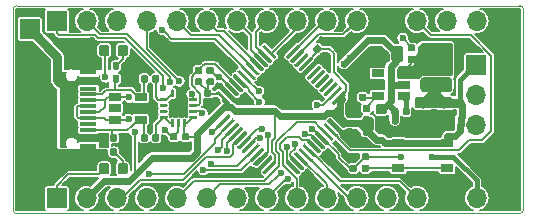
<source format=gtl>
G04 #@! TF.GenerationSoftware,KiCad,Pcbnew,5.1.4+dfsg1-1*
G04 #@! TF.CreationDate,2019-11-16T02:43:21+01:00*
G04 #@! TF.ProjectId,OtterPill,4f747465-7250-4696-9c6c-2e6b69636164,rev?*
G04 #@! TF.SameCoordinates,Original*
G04 #@! TF.FileFunction,Copper,L1,Top*
G04 #@! TF.FilePolarity,Positive*
%FSLAX46Y46*%
G04 Gerber Fmt 4.6, Leading zero omitted, Abs format (unit mm)*
G04 Created by KiCad (PCBNEW 5.1.4+dfsg1-1) date 2019-11-16 02:43:21*
%MOMM*%
%LPD*%
G04 APERTURE LIST*
%ADD10C,0.050000*%
%ADD11C,0.100000*%
%ADD12C,0.875000*%
%ADD13O,1.700000X1.700000*%
%ADD14R,1.700000X1.700000*%
%ADD15C,0.590000*%
%ADD16C,1.250000*%
%ADD17C,0.975000*%
%ADD18C,0.300000*%
%ADD19R,1.050000X0.650000*%
%ADD20C,0.250000*%
%ADD21C,1.450000*%
%ADD22R,1.060000X0.650000*%
%ADD23O,2.100000X1.000000*%
%ADD24O,1.600000X1.000000*%
%ADD25R,1.450000X0.600000*%
%ADD26R,1.450000X0.300000*%
%ADD27C,0.600000*%
%ADD28C,0.200000*%
%ADD29C,0.400000*%
%ADD30C,0.157000*%
%ADD31C,0.600000*%
%ADD32C,0.800000*%
%ADD33C,0.254000*%
G04 APERTURE END LIST*
D10*
X63200000Y-37100000D02*
G75*
G02X62900000Y-37400000I-300000J0D01*
G01*
X62900000Y-19800000D02*
G75*
G02X63200000Y-20100000I0J-300000D01*
G01*
X20000000Y-20100000D02*
G75*
G02X20300000Y-19800000I300000J0D01*
G01*
X20300000Y-37400000D02*
G75*
G02X20000000Y-37100000I0J300000D01*
G01*
X20000000Y-37100000D02*
X20000000Y-20100000D01*
X62900000Y-37400000D02*
X20300000Y-37400000D01*
X63200000Y-20100000D02*
X63200000Y-37100000D01*
X20300000Y-19800000D02*
X62900000Y-19800000D01*
D11*
G36*
X51457691Y-28116053D02*
G01*
X51478926Y-28119203D01*
X51499750Y-28124419D01*
X51519962Y-28131651D01*
X51539368Y-28140830D01*
X51557781Y-28151866D01*
X51575024Y-28164654D01*
X51590930Y-28179070D01*
X51605346Y-28194976D01*
X51618134Y-28212219D01*
X51629170Y-28230632D01*
X51638349Y-28250038D01*
X51645581Y-28270250D01*
X51650797Y-28291074D01*
X51653947Y-28312309D01*
X51655000Y-28333750D01*
X51655000Y-28771250D01*
X51653947Y-28792691D01*
X51650797Y-28813926D01*
X51645581Y-28834750D01*
X51638349Y-28854962D01*
X51629170Y-28874368D01*
X51618134Y-28892781D01*
X51605346Y-28910024D01*
X51590930Y-28925930D01*
X51575024Y-28940346D01*
X51557781Y-28953134D01*
X51539368Y-28964170D01*
X51519962Y-28973349D01*
X51499750Y-28980581D01*
X51478926Y-28985797D01*
X51457691Y-28988947D01*
X51436250Y-28990000D01*
X50923750Y-28990000D01*
X50902309Y-28988947D01*
X50881074Y-28985797D01*
X50860250Y-28980581D01*
X50840038Y-28973349D01*
X50820632Y-28964170D01*
X50802219Y-28953134D01*
X50784976Y-28940346D01*
X50769070Y-28925930D01*
X50754654Y-28910024D01*
X50741866Y-28892781D01*
X50730830Y-28874368D01*
X50721651Y-28854962D01*
X50714419Y-28834750D01*
X50709203Y-28813926D01*
X50706053Y-28792691D01*
X50705000Y-28771250D01*
X50705000Y-28333750D01*
X50706053Y-28312309D01*
X50709203Y-28291074D01*
X50714419Y-28270250D01*
X50721651Y-28250038D01*
X50730830Y-28230632D01*
X50741866Y-28212219D01*
X50754654Y-28194976D01*
X50769070Y-28179070D01*
X50784976Y-28164654D01*
X50802219Y-28151866D01*
X50820632Y-28140830D01*
X50840038Y-28131651D01*
X50860250Y-28124419D01*
X50881074Y-28119203D01*
X50902309Y-28116053D01*
X50923750Y-28115000D01*
X51436250Y-28115000D01*
X51457691Y-28116053D01*
X51457691Y-28116053D01*
G37*
D12*
X51180000Y-28552500D03*
D11*
G36*
X51457691Y-29691053D02*
G01*
X51478926Y-29694203D01*
X51499750Y-29699419D01*
X51519962Y-29706651D01*
X51539368Y-29715830D01*
X51557781Y-29726866D01*
X51575024Y-29739654D01*
X51590930Y-29754070D01*
X51605346Y-29769976D01*
X51618134Y-29787219D01*
X51629170Y-29805632D01*
X51638349Y-29825038D01*
X51645581Y-29845250D01*
X51650797Y-29866074D01*
X51653947Y-29887309D01*
X51655000Y-29908750D01*
X51655000Y-30346250D01*
X51653947Y-30367691D01*
X51650797Y-30388926D01*
X51645581Y-30409750D01*
X51638349Y-30429962D01*
X51629170Y-30449368D01*
X51618134Y-30467781D01*
X51605346Y-30485024D01*
X51590930Y-30500930D01*
X51575024Y-30515346D01*
X51557781Y-30528134D01*
X51539368Y-30539170D01*
X51519962Y-30548349D01*
X51499750Y-30555581D01*
X51478926Y-30560797D01*
X51457691Y-30563947D01*
X51436250Y-30565000D01*
X50923750Y-30565000D01*
X50902309Y-30563947D01*
X50881074Y-30560797D01*
X50860250Y-30555581D01*
X50840038Y-30548349D01*
X50820632Y-30539170D01*
X50802219Y-30528134D01*
X50784976Y-30515346D01*
X50769070Y-30500930D01*
X50754654Y-30485024D01*
X50741866Y-30467781D01*
X50730830Y-30449368D01*
X50721651Y-30429962D01*
X50714419Y-30409750D01*
X50709203Y-30388926D01*
X50706053Y-30367691D01*
X50705000Y-30346250D01*
X50705000Y-29908750D01*
X50706053Y-29887309D01*
X50709203Y-29866074D01*
X50714419Y-29845250D01*
X50721651Y-29825038D01*
X50730830Y-29805632D01*
X50741866Y-29787219D01*
X50754654Y-29769976D01*
X50769070Y-29754070D01*
X50784976Y-29739654D01*
X50802219Y-29726866D01*
X50820632Y-29715830D01*
X50840038Y-29706651D01*
X50860250Y-29699419D01*
X50881074Y-29694203D01*
X50902309Y-29691053D01*
X50923750Y-29690000D01*
X51436250Y-29690000D01*
X51457691Y-29691053D01*
X51457691Y-29691053D01*
G37*
D12*
X51180000Y-30127500D03*
D13*
X59200000Y-32470000D03*
X59200000Y-29930000D03*
X59200000Y-27390000D03*
D14*
X59200000Y-24850000D03*
D11*
G36*
X50016958Y-33280710D02*
G01*
X50031276Y-33282834D01*
X50045317Y-33286351D01*
X50058946Y-33291228D01*
X50072031Y-33297417D01*
X50084447Y-33304858D01*
X50096073Y-33313481D01*
X50106798Y-33323202D01*
X50116519Y-33333927D01*
X50125142Y-33345553D01*
X50132583Y-33357969D01*
X50138772Y-33371054D01*
X50143649Y-33384683D01*
X50147166Y-33398724D01*
X50149290Y-33413042D01*
X50150000Y-33427500D01*
X50150000Y-33722500D01*
X50149290Y-33736958D01*
X50147166Y-33751276D01*
X50143649Y-33765317D01*
X50138772Y-33778946D01*
X50132583Y-33792031D01*
X50125142Y-33804447D01*
X50116519Y-33816073D01*
X50106798Y-33826798D01*
X50096073Y-33836519D01*
X50084447Y-33845142D01*
X50072031Y-33852583D01*
X50058946Y-33858772D01*
X50045317Y-33863649D01*
X50031276Y-33867166D01*
X50016958Y-33869290D01*
X50002500Y-33870000D01*
X49657500Y-33870000D01*
X49643042Y-33869290D01*
X49628724Y-33867166D01*
X49614683Y-33863649D01*
X49601054Y-33858772D01*
X49587969Y-33852583D01*
X49575553Y-33845142D01*
X49563927Y-33836519D01*
X49553202Y-33826798D01*
X49543481Y-33816073D01*
X49534858Y-33804447D01*
X49527417Y-33792031D01*
X49521228Y-33778946D01*
X49516351Y-33765317D01*
X49512834Y-33751276D01*
X49510710Y-33736958D01*
X49510000Y-33722500D01*
X49510000Y-33427500D01*
X49510710Y-33413042D01*
X49512834Y-33398724D01*
X49516351Y-33384683D01*
X49521228Y-33371054D01*
X49527417Y-33357969D01*
X49534858Y-33345553D01*
X49543481Y-33333927D01*
X49553202Y-33323202D01*
X49563927Y-33313481D01*
X49575553Y-33304858D01*
X49587969Y-33297417D01*
X49601054Y-33291228D01*
X49614683Y-33286351D01*
X49628724Y-33282834D01*
X49643042Y-33280710D01*
X49657500Y-33280000D01*
X50002500Y-33280000D01*
X50016958Y-33280710D01*
X50016958Y-33280710D01*
G37*
D15*
X49830000Y-33575000D03*
D11*
G36*
X50016958Y-32310710D02*
G01*
X50031276Y-32312834D01*
X50045317Y-32316351D01*
X50058946Y-32321228D01*
X50072031Y-32327417D01*
X50084447Y-32334858D01*
X50096073Y-32343481D01*
X50106798Y-32353202D01*
X50116519Y-32363927D01*
X50125142Y-32375553D01*
X50132583Y-32387969D01*
X50138772Y-32401054D01*
X50143649Y-32414683D01*
X50147166Y-32428724D01*
X50149290Y-32443042D01*
X50150000Y-32457500D01*
X50150000Y-32752500D01*
X50149290Y-32766958D01*
X50147166Y-32781276D01*
X50143649Y-32795317D01*
X50138772Y-32808946D01*
X50132583Y-32822031D01*
X50125142Y-32834447D01*
X50116519Y-32846073D01*
X50106798Y-32856798D01*
X50096073Y-32866519D01*
X50084447Y-32875142D01*
X50072031Y-32882583D01*
X50058946Y-32888772D01*
X50045317Y-32893649D01*
X50031276Y-32897166D01*
X50016958Y-32899290D01*
X50002500Y-32900000D01*
X49657500Y-32900000D01*
X49643042Y-32899290D01*
X49628724Y-32897166D01*
X49614683Y-32893649D01*
X49601054Y-32888772D01*
X49587969Y-32882583D01*
X49575553Y-32875142D01*
X49563927Y-32866519D01*
X49553202Y-32856798D01*
X49543481Y-32846073D01*
X49534858Y-32834447D01*
X49527417Y-32822031D01*
X49521228Y-32808946D01*
X49516351Y-32795317D01*
X49512834Y-32781276D01*
X49510710Y-32766958D01*
X49510000Y-32752500D01*
X49510000Y-32457500D01*
X49510710Y-32443042D01*
X49512834Y-32428724D01*
X49516351Y-32414683D01*
X49521228Y-32401054D01*
X49527417Y-32387969D01*
X49534858Y-32375553D01*
X49543481Y-32363927D01*
X49553202Y-32353202D01*
X49563927Y-32343481D01*
X49575553Y-32334858D01*
X49587969Y-32327417D01*
X49601054Y-32321228D01*
X49614683Y-32316351D01*
X49628724Y-32312834D01*
X49643042Y-32310710D01*
X49657500Y-32310000D01*
X50002500Y-32310000D01*
X50016958Y-32310710D01*
X50016958Y-32310710D01*
G37*
D15*
X49830000Y-32605000D03*
D11*
G36*
X56919504Y-23076204D02*
G01*
X56943773Y-23079804D01*
X56967571Y-23085765D01*
X56990671Y-23094030D01*
X57012849Y-23104520D01*
X57033893Y-23117133D01*
X57053598Y-23131747D01*
X57071777Y-23148223D01*
X57088253Y-23166402D01*
X57102867Y-23186107D01*
X57115480Y-23207151D01*
X57125970Y-23229329D01*
X57134235Y-23252429D01*
X57140196Y-23276227D01*
X57143796Y-23300496D01*
X57145000Y-23325000D01*
X57145000Y-24075000D01*
X57143796Y-24099504D01*
X57140196Y-24123773D01*
X57134235Y-24147571D01*
X57125970Y-24170671D01*
X57115480Y-24192849D01*
X57102867Y-24213893D01*
X57088253Y-24233598D01*
X57071777Y-24251777D01*
X57053598Y-24268253D01*
X57033893Y-24282867D01*
X57012849Y-24295480D01*
X56990671Y-24305970D01*
X56967571Y-24314235D01*
X56943773Y-24320196D01*
X56919504Y-24323796D01*
X56895000Y-24325000D01*
X54745000Y-24325000D01*
X54720496Y-24323796D01*
X54696227Y-24320196D01*
X54672429Y-24314235D01*
X54649329Y-24305970D01*
X54627151Y-24295480D01*
X54606107Y-24282867D01*
X54586402Y-24268253D01*
X54568223Y-24251777D01*
X54551747Y-24233598D01*
X54537133Y-24213893D01*
X54524520Y-24192849D01*
X54514030Y-24170671D01*
X54505765Y-24147571D01*
X54499804Y-24123773D01*
X54496204Y-24099504D01*
X54495000Y-24075000D01*
X54495000Y-23325000D01*
X54496204Y-23300496D01*
X54499804Y-23276227D01*
X54505765Y-23252429D01*
X54514030Y-23229329D01*
X54524520Y-23207151D01*
X54537133Y-23186107D01*
X54551747Y-23166402D01*
X54568223Y-23148223D01*
X54586402Y-23131747D01*
X54606107Y-23117133D01*
X54627151Y-23104520D01*
X54649329Y-23094030D01*
X54672429Y-23085765D01*
X54696227Y-23079804D01*
X54720496Y-23076204D01*
X54745000Y-23075000D01*
X56895000Y-23075000D01*
X56919504Y-23076204D01*
X56919504Y-23076204D01*
G37*
D16*
X55820000Y-23700000D03*
D11*
G36*
X56919504Y-25876204D02*
G01*
X56943773Y-25879804D01*
X56967571Y-25885765D01*
X56990671Y-25894030D01*
X57012849Y-25904520D01*
X57033893Y-25917133D01*
X57053598Y-25931747D01*
X57071777Y-25948223D01*
X57088253Y-25966402D01*
X57102867Y-25986107D01*
X57115480Y-26007151D01*
X57125970Y-26029329D01*
X57134235Y-26052429D01*
X57140196Y-26076227D01*
X57143796Y-26100496D01*
X57145000Y-26125000D01*
X57145000Y-26875000D01*
X57143796Y-26899504D01*
X57140196Y-26923773D01*
X57134235Y-26947571D01*
X57125970Y-26970671D01*
X57115480Y-26992849D01*
X57102867Y-27013893D01*
X57088253Y-27033598D01*
X57071777Y-27051777D01*
X57053598Y-27068253D01*
X57033893Y-27082867D01*
X57012849Y-27095480D01*
X56990671Y-27105970D01*
X56967571Y-27114235D01*
X56943773Y-27120196D01*
X56919504Y-27123796D01*
X56895000Y-27125000D01*
X54745000Y-27125000D01*
X54720496Y-27123796D01*
X54696227Y-27120196D01*
X54672429Y-27114235D01*
X54649329Y-27105970D01*
X54627151Y-27095480D01*
X54606107Y-27082867D01*
X54586402Y-27068253D01*
X54568223Y-27051777D01*
X54551747Y-27033598D01*
X54537133Y-27013893D01*
X54524520Y-26992849D01*
X54514030Y-26970671D01*
X54505765Y-26947571D01*
X54499804Y-26923773D01*
X54496204Y-26899504D01*
X54495000Y-26875000D01*
X54495000Y-26125000D01*
X54496204Y-26100496D01*
X54499804Y-26076227D01*
X54505765Y-26052429D01*
X54514030Y-26029329D01*
X54524520Y-26007151D01*
X54537133Y-25986107D01*
X54551747Y-25966402D01*
X54568223Y-25948223D01*
X54586402Y-25931747D01*
X54606107Y-25917133D01*
X54627151Y-25904520D01*
X54649329Y-25894030D01*
X54672429Y-25885765D01*
X54696227Y-25879804D01*
X54720496Y-25876204D01*
X54745000Y-25875000D01*
X56895000Y-25875000D01*
X56919504Y-25876204D01*
X56919504Y-25876204D01*
G37*
D16*
X55820000Y-26500000D03*
D11*
G36*
X55170142Y-27526174D02*
G01*
X55193803Y-27529684D01*
X55217007Y-27535496D01*
X55239529Y-27543554D01*
X55261153Y-27553782D01*
X55281670Y-27566079D01*
X55300883Y-27580329D01*
X55318607Y-27596393D01*
X55334671Y-27614117D01*
X55348921Y-27633330D01*
X55361218Y-27653847D01*
X55371446Y-27675471D01*
X55379504Y-27697993D01*
X55385316Y-27721197D01*
X55388826Y-27744858D01*
X55390000Y-27768750D01*
X55390000Y-28256250D01*
X55388826Y-28280142D01*
X55385316Y-28303803D01*
X55379504Y-28327007D01*
X55371446Y-28349529D01*
X55361218Y-28371153D01*
X55348921Y-28391670D01*
X55334671Y-28410883D01*
X55318607Y-28428607D01*
X55300883Y-28444671D01*
X55281670Y-28458921D01*
X55261153Y-28471218D01*
X55239529Y-28481446D01*
X55217007Y-28489504D01*
X55193803Y-28495316D01*
X55170142Y-28498826D01*
X55146250Y-28500000D01*
X54233750Y-28500000D01*
X54209858Y-28498826D01*
X54186197Y-28495316D01*
X54162993Y-28489504D01*
X54140471Y-28481446D01*
X54118847Y-28471218D01*
X54098330Y-28458921D01*
X54079117Y-28444671D01*
X54061393Y-28428607D01*
X54045329Y-28410883D01*
X54031079Y-28391670D01*
X54018782Y-28371153D01*
X54008554Y-28349529D01*
X54000496Y-28327007D01*
X53994684Y-28303803D01*
X53991174Y-28280142D01*
X53990000Y-28256250D01*
X53990000Y-27768750D01*
X53991174Y-27744858D01*
X53994684Y-27721197D01*
X54000496Y-27697993D01*
X54008554Y-27675471D01*
X54018782Y-27653847D01*
X54031079Y-27633330D01*
X54045329Y-27614117D01*
X54061393Y-27596393D01*
X54079117Y-27580329D01*
X54098330Y-27566079D01*
X54118847Y-27553782D01*
X54140471Y-27543554D01*
X54162993Y-27535496D01*
X54186197Y-27529684D01*
X54209858Y-27526174D01*
X54233750Y-27525000D01*
X55146250Y-27525000D01*
X55170142Y-27526174D01*
X55170142Y-27526174D01*
G37*
D17*
X54690000Y-28012500D03*
D11*
G36*
X55170142Y-29401174D02*
G01*
X55193803Y-29404684D01*
X55217007Y-29410496D01*
X55239529Y-29418554D01*
X55261153Y-29428782D01*
X55281670Y-29441079D01*
X55300883Y-29455329D01*
X55318607Y-29471393D01*
X55334671Y-29489117D01*
X55348921Y-29508330D01*
X55361218Y-29528847D01*
X55371446Y-29550471D01*
X55379504Y-29572993D01*
X55385316Y-29596197D01*
X55388826Y-29619858D01*
X55390000Y-29643750D01*
X55390000Y-30131250D01*
X55388826Y-30155142D01*
X55385316Y-30178803D01*
X55379504Y-30202007D01*
X55371446Y-30224529D01*
X55361218Y-30246153D01*
X55348921Y-30266670D01*
X55334671Y-30285883D01*
X55318607Y-30303607D01*
X55300883Y-30319671D01*
X55281670Y-30333921D01*
X55261153Y-30346218D01*
X55239529Y-30356446D01*
X55217007Y-30364504D01*
X55193803Y-30370316D01*
X55170142Y-30373826D01*
X55146250Y-30375000D01*
X54233750Y-30375000D01*
X54209858Y-30373826D01*
X54186197Y-30370316D01*
X54162993Y-30364504D01*
X54140471Y-30356446D01*
X54118847Y-30346218D01*
X54098330Y-30333921D01*
X54079117Y-30319671D01*
X54061393Y-30303607D01*
X54045329Y-30285883D01*
X54031079Y-30266670D01*
X54018782Y-30246153D01*
X54008554Y-30224529D01*
X54000496Y-30202007D01*
X53994684Y-30178803D01*
X53991174Y-30155142D01*
X53990000Y-30131250D01*
X53990000Y-29643750D01*
X53991174Y-29619858D01*
X53994684Y-29596197D01*
X54000496Y-29572993D01*
X54008554Y-29550471D01*
X54018782Y-29528847D01*
X54031079Y-29508330D01*
X54045329Y-29489117D01*
X54061393Y-29471393D01*
X54079117Y-29455329D01*
X54098330Y-29441079D01*
X54118847Y-29428782D01*
X54140471Y-29418554D01*
X54162993Y-29410496D01*
X54186197Y-29404684D01*
X54209858Y-29401174D01*
X54233750Y-29400000D01*
X55146250Y-29400000D01*
X55170142Y-29401174D01*
X55170142Y-29401174D01*
G37*
D17*
X54690000Y-29887500D03*
D11*
G36*
X52476958Y-28430710D02*
G01*
X52491276Y-28432834D01*
X52505317Y-28436351D01*
X52518946Y-28441228D01*
X52532031Y-28447417D01*
X52544447Y-28454858D01*
X52556073Y-28463481D01*
X52566798Y-28473202D01*
X52576519Y-28483927D01*
X52585142Y-28495553D01*
X52592583Y-28507969D01*
X52598772Y-28521054D01*
X52603649Y-28534683D01*
X52607166Y-28548724D01*
X52609290Y-28563042D01*
X52610000Y-28577500D01*
X52610000Y-28922500D01*
X52609290Y-28936958D01*
X52607166Y-28951276D01*
X52603649Y-28965317D01*
X52598772Y-28978946D01*
X52592583Y-28992031D01*
X52585142Y-29004447D01*
X52576519Y-29016073D01*
X52566798Y-29026798D01*
X52556073Y-29036519D01*
X52544447Y-29045142D01*
X52532031Y-29052583D01*
X52518946Y-29058772D01*
X52505317Y-29063649D01*
X52491276Y-29067166D01*
X52476958Y-29069290D01*
X52462500Y-29070000D01*
X52167500Y-29070000D01*
X52153042Y-29069290D01*
X52138724Y-29067166D01*
X52124683Y-29063649D01*
X52111054Y-29058772D01*
X52097969Y-29052583D01*
X52085553Y-29045142D01*
X52073927Y-29036519D01*
X52063202Y-29026798D01*
X52053481Y-29016073D01*
X52044858Y-29004447D01*
X52037417Y-28992031D01*
X52031228Y-28978946D01*
X52026351Y-28965317D01*
X52022834Y-28951276D01*
X52020710Y-28936958D01*
X52020000Y-28922500D01*
X52020000Y-28577500D01*
X52020710Y-28563042D01*
X52022834Y-28548724D01*
X52026351Y-28534683D01*
X52031228Y-28521054D01*
X52037417Y-28507969D01*
X52044858Y-28495553D01*
X52053481Y-28483927D01*
X52063202Y-28473202D01*
X52073927Y-28463481D01*
X52085553Y-28454858D01*
X52097969Y-28447417D01*
X52111054Y-28441228D01*
X52124683Y-28436351D01*
X52138724Y-28432834D01*
X52153042Y-28430710D01*
X52167500Y-28430000D01*
X52462500Y-28430000D01*
X52476958Y-28430710D01*
X52476958Y-28430710D01*
G37*
D15*
X52315000Y-28750000D03*
D11*
G36*
X53446958Y-28430710D02*
G01*
X53461276Y-28432834D01*
X53475317Y-28436351D01*
X53488946Y-28441228D01*
X53502031Y-28447417D01*
X53514447Y-28454858D01*
X53526073Y-28463481D01*
X53536798Y-28473202D01*
X53546519Y-28483927D01*
X53555142Y-28495553D01*
X53562583Y-28507969D01*
X53568772Y-28521054D01*
X53573649Y-28534683D01*
X53577166Y-28548724D01*
X53579290Y-28563042D01*
X53580000Y-28577500D01*
X53580000Y-28922500D01*
X53579290Y-28936958D01*
X53577166Y-28951276D01*
X53573649Y-28965317D01*
X53568772Y-28978946D01*
X53562583Y-28992031D01*
X53555142Y-29004447D01*
X53546519Y-29016073D01*
X53536798Y-29026798D01*
X53526073Y-29036519D01*
X53514447Y-29045142D01*
X53502031Y-29052583D01*
X53488946Y-29058772D01*
X53475317Y-29063649D01*
X53461276Y-29067166D01*
X53446958Y-29069290D01*
X53432500Y-29070000D01*
X53137500Y-29070000D01*
X53123042Y-29069290D01*
X53108724Y-29067166D01*
X53094683Y-29063649D01*
X53081054Y-29058772D01*
X53067969Y-29052583D01*
X53055553Y-29045142D01*
X53043927Y-29036519D01*
X53033202Y-29026798D01*
X53023481Y-29016073D01*
X53014858Y-29004447D01*
X53007417Y-28992031D01*
X53001228Y-28978946D01*
X52996351Y-28965317D01*
X52992834Y-28951276D01*
X52990710Y-28936958D01*
X52990000Y-28922500D01*
X52990000Y-28577500D01*
X52990710Y-28563042D01*
X52992834Y-28548724D01*
X52996351Y-28534683D01*
X53001228Y-28521054D01*
X53007417Y-28507969D01*
X53014858Y-28495553D01*
X53023481Y-28483927D01*
X53033202Y-28473202D01*
X53043927Y-28463481D01*
X53055553Y-28454858D01*
X53067969Y-28447417D01*
X53081054Y-28441228D01*
X53094683Y-28436351D01*
X53108724Y-28432834D01*
X53123042Y-28430710D01*
X53137500Y-28430000D01*
X53432500Y-28430000D01*
X53446958Y-28430710D01*
X53446958Y-28430710D01*
G37*
D15*
X53285000Y-28750000D03*
D14*
X21420000Y-21780000D03*
X21420000Y-35340000D03*
D11*
G36*
X48010652Y-26995031D02*
G01*
X48017933Y-26996111D01*
X48025072Y-26997899D01*
X48032002Y-27000379D01*
X48038656Y-27003526D01*
X48044969Y-27007310D01*
X48050880Y-27011694D01*
X48056334Y-27016637D01*
X48162400Y-27122703D01*
X48167343Y-27128157D01*
X48171727Y-27134068D01*
X48175511Y-27140381D01*
X48178658Y-27147035D01*
X48181138Y-27153965D01*
X48182926Y-27161104D01*
X48184006Y-27168385D01*
X48184367Y-27175736D01*
X48184006Y-27183087D01*
X48182926Y-27190368D01*
X48181138Y-27197507D01*
X48178658Y-27204437D01*
X48175511Y-27211091D01*
X48171727Y-27217404D01*
X48167343Y-27223315D01*
X48162400Y-27228769D01*
X47225484Y-28165685D01*
X47220030Y-28170628D01*
X47214119Y-28175012D01*
X47207806Y-28178796D01*
X47201152Y-28181943D01*
X47194222Y-28184423D01*
X47187083Y-28186211D01*
X47179802Y-28187291D01*
X47172451Y-28187652D01*
X47165100Y-28187291D01*
X47157819Y-28186211D01*
X47150680Y-28184423D01*
X47143750Y-28181943D01*
X47137096Y-28178796D01*
X47130783Y-28175012D01*
X47124872Y-28170628D01*
X47119418Y-28165685D01*
X47013352Y-28059619D01*
X47008409Y-28054165D01*
X47004025Y-28048254D01*
X47000241Y-28041941D01*
X46997094Y-28035287D01*
X46994614Y-28028357D01*
X46992826Y-28021218D01*
X46991746Y-28013937D01*
X46991385Y-28006586D01*
X46991746Y-27999235D01*
X46992826Y-27991954D01*
X46994614Y-27984815D01*
X46997094Y-27977885D01*
X47000241Y-27971231D01*
X47004025Y-27964918D01*
X47008409Y-27959007D01*
X47013352Y-27953553D01*
X47950268Y-27016637D01*
X47955722Y-27011694D01*
X47961633Y-27007310D01*
X47967946Y-27003526D01*
X47974600Y-27000379D01*
X47981530Y-26997899D01*
X47988669Y-26996111D01*
X47995950Y-26995031D01*
X48003301Y-26994670D01*
X48010652Y-26995031D01*
X48010652Y-26995031D01*
G37*
D18*
X47587876Y-27591161D03*
D11*
G36*
X47657098Y-26641477D02*
G01*
X47664379Y-26642557D01*
X47671518Y-26644345D01*
X47678448Y-26646825D01*
X47685102Y-26649972D01*
X47691415Y-26653756D01*
X47697326Y-26658140D01*
X47702780Y-26663083D01*
X47808846Y-26769149D01*
X47813789Y-26774603D01*
X47818173Y-26780514D01*
X47821957Y-26786827D01*
X47825104Y-26793481D01*
X47827584Y-26800411D01*
X47829372Y-26807550D01*
X47830452Y-26814831D01*
X47830813Y-26822182D01*
X47830452Y-26829533D01*
X47829372Y-26836814D01*
X47827584Y-26843953D01*
X47825104Y-26850883D01*
X47821957Y-26857537D01*
X47818173Y-26863850D01*
X47813789Y-26869761D01*
X47808846Y-26875215D01*
X46871930Y-27812131D01*
X46866476Y-27817074D01*
X46860565Y-27821458D01*
X46854252Y-27825242D01*
X46847598Y-27828389D01*
X46840668Y-27830869D01*
X46833529Y-27832657D01*
X46826248Y-27833737D01*
X46818897Y-27834098D01*
X46811546Y-27833737D01*
X46804265Y-27832657D01*
X46797126Y-27830869D01*
X46790196Y-27828389D01*
X46783542Y-27825242D01*
X46777229Y-27821458D01*
X46771318Y-27817074D01*
X46765864Y-27812131D01*
X46659798Y-27706065D01*
X46654855Y-27700611D01*
X46650471Y-27694700D01*
X46646687Y-27688387D01*
X46643540Y-27681733D01*
X46641060Y-27674803D01*
X46639272Y-27667664D01*
X46638192Y-27660383D01*
X46637831Y-27653032D01*
X46638192Y-27645681D01*
X46639272Y-27638400D01*
X46641060Y-27631261D01*
X46643540Y-27624331D01*
X46646687Y-27617677D01*
X46650471Y-27611364D01*
X46654855Y-27605453D01*
X46659798Y-27599999D01*
X47596714Y-26663083D01*
X47602168Y-26658140D01*
X47608079Y-26653756D01*
X47614392Y-26649972D01*
X47621046Y-26646825D01*
X47627976Y-26644345D01*
X47635115Y-26642557D01*
X47642396Y-26641477D01*
X47649747Y-26641116D01*
X47657098Y-26641477D01*
X47657098Y-26641477D01*
G37*
D18*
X47234322Y-27237607D03*
D11*
G36*
X47303545Y-26287924D02*
G01*
X47310826Y-26289004D01*
X47317965Y-26290792D01*
X47324895Y-26293272D01*
X47331549Y-26296419D01*
X47337862Y-26300203D01*
X47343773Y-26304587D01*
X47349227Y-26309530D01*
X47455293Y-26415596D01*
X47460236Y-26421050D01*
X47464620Y-26426961D01*
X47468404Y-26433274D01*
X47471551Y-26439928D01*
X47474031Y-26446858D01*
X47475819Y-26453997D01*
X47476899Y-26461278D01*
X47477260Y-26468629D01*
X47476899Y-26475980D01*
X47475819Y-26483261D01*
X47474031Y-26490400D01*
X47471551Y-26497330D01*
X47468404Y-26503984D01*
X47464620Y-26510297D01*
X47460236Y-26516208D01*
X47455293Y-26521662D01*
X46518377Y-27458578D01*
X46512923Y-27463521D01*
X46507012Y-27467905D01*
X46500699Y-27471689D01*
X46494045Y-27474836D01*
X46487115Y-27477316D01*
X46479976Y-27479104D01*
X46472695Y-27480184D01*
X46465344Y-27480545D01*
X46457993Y-27480184D01*
X46450712Y-27479104D01*
X46443573Y-27477316D01*
X46436643Y-27474836D01*
X46429989Y-27471689D01*
X46423676Y-27467905D01*
X46417765Y-27463521D01*
X46412311Y-27458578D01*
X46306245Y-27352512D01*
X46301302Y-27347058D01*
X46296918Y-27341147D01*
X46293134Y-27334834D01*
X46289987Y-27328180D01*
X46287507Y-27321250D01*
X46285719Y-27314111D01*
X46284639Y-27306830D01*
X46284278Y-27299479D01*
X46284639Y-27292128D01*
X46285719Y-27284847D01*
X46287507Y-27277708D01*
X46289987Y-27270778D01*
X46293134Y-27264124D01*
X46296918Y-27257811D01*
X46301302Y-27251900D01*
X46306245Y-27246446D01*
X47243161Y-26309530D01*
X47248615Y-26304587D01*
X47254526Y-26300203D01*
X47260839Y-26296419D01*
X47267493Y-26293272D01*
X47274423Y-26290792D01*
X47281562Y-26289004D01*
X47288843Y-26287924D01*
X47296194Y-26287563D01*
X47303545Y-26287924D01*
X47303545Y-26287924D01*
G37*
D18*
X46880769Y-26884054D03*
D11*
G36*
X46949991Y-25934370D02*
G01*
X46957272Y-25935450D01*
X46964411Y-25937238D01*
X46971341Y-25939718D01*
X46977995Y-25942865D01*
X46984308Y-25946649D01*
X46990219Y-25951033D01*
X46995673Y-25955976D01*
X47101739Y-26062042D01*
X47106682Y-26067496D01*
X47111066Y-26073407D01*
X47114850Y-26079720D01*
X47117997Y-26086374D01*
X47120477Y-26093304D01*
X47122265Y-26100443D01*
X47123345Y-26107724D01*
X47123706Y-26115075D01*
X47123345Y-26122426D01*
X47122265Y-26129707D01*
X47120477Y-26136846D01*
X47117997Y-26143776D01*
X47114850Y-26150430D01*
X47111066Y-26156743D01*
X47106682Y-26162654D01*
X47101739Y-26168108D01*
X46164823Y-27105024D01*
X46159369Y-27109967D01*
X46153458Y-27114351D01*
X46147145Y-27118135D01*
X46140491Y-27121282D01*
X46133561Y-27123762D01*
X46126422Y-27125550D01*
X46119141Y-27126630D01*
X46111790Y-27126991D01*
X46104439Y-27126630D01*
X46097158Y-27125550D01*
X46090019Y-27123762D01*
X46083089Y-27121282D01*
X46076435Y-27118135D01*
X46070122Y-27114351D01*
X46064211Y-27109967D01*
X46058757Y-27105024D01*
X45952691Y-26998958D01*
X45947748Y-26993504D01*
X45943364Y-26987593D01*
X45939580Y-26981280D01*
X45936433Y-26974626D01*
X45933953Y-26967696D01*
X45932165Y-26960557D01*
X45931085Y-26953276D01*
X45930724Y-26945925D01*
X45931085Y-26938574D01*
X45932165Y-26931293D01*
X45933953Y-26924154D01*
X45936433Y-26917224D01*
X45939580Y-26910570D01*
X45943364Y-26904257D01*
X45947748Y-26898346D01*
X45952691Y-26892892D01*
X46889607Y-25955976D01*
X46895061Y-25951033D01*
X46900972Y-25946649D01*
X46907285Y-25942865D01*
X46913939Y-25939718D01*
X46920869Y-25937238D01*
X46928008Y-25935450D01*
X46935289Y-25934370D01*
X46942640Y-25934009D01*
X46949991Y-25934370D01*
X46949991Y-25934370D01*
G37*
D18*
X46527215Y-26530500D03*
D11*
G36*
X46596438Y-25580817D02*
G01*
X46603719Y-25581897D01*
X46610858Y-25583685D01*
X46617788Y-25586165D01*
X46624442Y-25589312D01*
X46630755Y-25593096D01*
X46636666Y-25597480D01*
X46642120Y-25602423D01*
X46748186Y-25708489D01*
X46753129Y-25713943D01*
X46757513Y-25719854D01*
X46761297Y-25726167D01*
X46764444Y-25732821D01*
X46766924Y-25739751D01*
X46768712Y-25746890D01*
X46769792Y-25754171D01*
X46770153Y-25761522D01*
X46769792Y-25768873D01*
X46768712Y-25776154D01*
X46766924Y-25783293D01*
X46764444Y-25790223D01*
X46761297Y-25796877D01*
X46757513Y-25803190D01*
X46753129Y-25809101D01*
X46748186Y-25814555D01*
X45811270Y-26751471D01*
X45805816Y-26756414D01*
X45799905Y-26760798D01*
X45793592Y-26764582D01*
X45786938Y-26767729D01*
X45780008Y-26770209D01*
X45772869Y-26771997D01*
X45765588Y-26773077D01*
X45758237Y-26773438D01*
X45750886Y-26773077D01*
X45743605Y-26771997D01*
X45736466Y-26770209D01*
X45729536Y-26767729D01*
X45722882Y-26764582D01*
X45716569Y-26760798D01*
X45710658Y-26756414D01*
X45705204Y-26751471D01*
X45599138Y-26645405D01*
X45594195Y-26639951D01*
X45589811Y-26634040D01*
X45586027Y-26627727D01*
X45582880Y-26621073D01*
X45580400Y-26614143D01*
X45578612Y-26607004D01*
X45577532Y-26599723D01*
X45577171Y-26592372D01*
X45577532Y-26585021D01*
X45578612Y-26577740D01*
X45580400Y-26570601D01*
X45582880Y-26563671D01*
X45586027Y-26557017D01*
X45589811Y-26550704D01*
X45594195Y-26544793D01*
X45599138Y-26539339D01*
X46536054Y-25602423D01*
X46541508Y-25597480D01*
X46547419Y-25593096D01*
X46553732Y-25589312D01*
X46560386Y-25586165D01*
X46567316Y-25583685D01*
X46574455Y-25581897D01*
X46581736Y-25580817D01*
X46589087Y-25580456D01*
X46596438Y-25580817D01*
X46596438Y-25580817D01*
G37*
D18*
X46173662Y-26176947D03*
D11*
G36*
X46242885Y-25227264D02*
G01*
X46250166Y-25228344D01*
X46257305Y-25230132D01*
X46264235Y-25232612D01*
X46270889Y-25235759D01*
X46277202Y-25239543D01*
X46283113Y-25243927D01*
X46288567Y-25248870D01*
X46394633Y-25354936D01*
X46399576Y-25360390D01*
X46403960Y-25366301D01*
X46407744Y-25372614D01*
X46410891Y-25379268D01*
X46413371Y-25386198D01*
X46415159Y-25393337D01*
X46416239Y-25400618D01*
X46416600Y-25407969D01*
X46416239Y-25415320D01*
X46415159Y-25422601D01*
X46413371Y-25429740D01*
X46410891Y-25436670D01*
X46407744Y-25443324D01*
X46403960Y-25449637D01*
X46399576Y-25455548D01*
X46394633Y-25461002D01*
X45457717Y-26397918D01*
X45452263Y-26402861D01*
X45446352Y-26407245D01*
X45440039Y-26411029D01*
X45433385Y-26414176D01*
X45426455Y-26416656D01*
X45419316Y-26418444D01*
X45412035Y-26419524D01*
X45404684Y-26419885D01*
X45397333Y-26419524D01*
X45390052Y-26418444D01*
X45382913Y-26416656D01*
X45375983Y-26414176D01*
X45369329Y-26411029D01*
X45363016Y-26407245D01*
X45357105Y-26402861D01*
X45351651Y-26397918D01*
X45245585Y-26291852D01*
X45240642Y-26286398D01*
X45236258Y-26280487D01*
X45232474Y-26274174D01*
X45229327Y-26267520D01*
X45226847Y-26260590D01*
X45225059Y-26253451D01*
X45223979Y-26246170D01*
X45223618Y-26238819D01*
X45223979Y-26231468D01*
X45225059Y-26224187D01*
X45226847Y-26217048D01*
X45229327Y-26210118D01*
X45232474Y-26203464D01*
X45236258Y-26197151D01*
X45240642Y-26191240D01*
X45245585Y-26185786D01*
X46182501Y-25248870D01*
X46187955Y-25243927D01*
X46193866Y-25239543D01*
X46200179Y-25235759D01*
X46206833Y-25232612D01*
X46213763Y-25230132D01*
X46220902Y-25228344D01*
X46228183Y-25227264D01*
X46235534Y-25226903D01*
X46242885Y-25227264D01*
X46242885Y-25227264D01*
G37*
D18*
X45820109Y-25823394D03*
D11*
G36*
X45889331Y-24873710D02*
G01*
X45896612Y-24874790D01*
X45903751Y-24876578D01*
X45910681Y-24879058D01*
X45917335Y-24882205D01*
X45923648Y-24885989D01*
X45929559Y-24890373D01*
X45935013Y-24895316D01*
X46041079Y-25001382D01*
X46046022Y-25006836D01*
X46050406Y-25012747D01*
X46054190Y-25019060D01*
X46057337Y-25025714D01*
X46059817Y-25032644D01*
X46061605Y-25039783D01*
X46062685Y-25047064D01*
X46063046Y-25054415D01*
X46062685Y-25061766D01*
X46061605Y-25069047D01*
X46059817Y-25076186D01*
X46057337Y-25083116D01*
X46054190Y-25089770D01*
X46050406Y-25096083D01*
X46046022Y-25101994D01*
X46041079Y-25107448D01*
X45104163Y-26044364D01*
X45098709Y-26049307D01*
X45092798Y-26053691D01*
X45086485Y-26057475D01*
X45079831Y-26060622D01*
X45072901Y-26063102D01*
X45065762Y-26064890D01*
X45058481Y-26065970D01*
X45051130Y-26066331D01*
X45043779Y-26065970D01*
X45036498Y-26064890D01*
X45029359Y-26063102D01*
X45022429Y-26060622D01*
X45015775Y-26057475D01*
X45009462Y-26053691D01*
X45003551Y-26049307D01*
X44998097Y-26044364D01*
X44892031Y-25938298D01*
X44887088Y-25932844D01*
X44882704Y-25926933D01*
X44878920Y-25920620D01*
X44875773Y-25913966D01*
X44873293Y-25907036D01*
X44871505Y-25899897D01*
X44870425Y-25892616D01*
X44870064Y-25885265D01*
X44870425Y-25877914D01*
X44871505Y-25870633D01*
X44873293Y-25863494D01*
X44875773Y-25856564D01*
X44878920Y-25849910D01*
X44882704Y-25843597D01*
X44887088Y-25837686D01*
X44892031Y-25832232D01*
X45828947Y-24895316D01*
X45834401Y-24890373D01*
X45840312Y-24885989D01*
X45846625Y-24882205D01*
X45853279Y-24879058D01*
X45860209Y-24876578D01*
X45867348Y-24874790D01*
X45874629Y-24873710D01*
X45881980Y-24873349D01*
X45889331Y-24873710D01*
X45889331Y-24873710D01*
G37*
D18*
X45466555Y-25469840D03*
D11*
G36*
X45535778Y-24520157D02*
G01*
X45543059Y-24521237D01*
X45550198Y-24523025D01*
X45557128Y-24525505D01*
X45563782Y-24528652D01*
X45570095Y-24532436D01*
X45576006Y-24536820D01*
X45581460Y-24541763D01*
X45687526Y-24647829D01*
X45692469Y-24653283D01*
X45696853Y-24659194D01*
X45700637Y-24665507D01*
X45703784Y-24672161D01*
X45706264Y-24679091D01*
X45708052Y-24686230D01*
X45709132Y-24693511D01*
X45709493Y-24700862D01*
X45709132Y-24708213D01*
X45708052Y-24715494D01*
X45706264Y-24722633D01*
X45703784Y-24729563D01*
X45700637Y-24736217D01*
X45696853Y-24742530D01*
X45692469Y-24748441D01*
X45687526Y-24753895D01*
X44750610Y-25690811D01*
X44745156Y-25695754D01*
X44739245Y-25700138D01*
X44732932Y-25703922D01*
X44726278Y-25707069D01*
X44719348Y-25709549D01*
X44712209Y-25711337D01*
X44704928Y-25712417D01*
X44697577Y-25712778D01*
X44690226Y-25712417D01*
X44682945Y-25711337D01*
X44675806Y-25709549D01*
X44668876Y-25707069D01*
X44662222Y-25703922D01*
X44655909Y-25700138D01*
X44649998Y-25695754D01*
X44644544Y-25690811D01*
X44538478Y-25584745D01*
X44533535Y-25579291D01*
X44529151Y-25573380D01*
X44525367Y-25567067D01*
X44522220Y-25560413D01*
X44519740Y-25553483D01*
X44517952Y-25546344D01*
X44516872Y-25539063D01*
X44516511Y-25531712D01*
X44516872Y-25524361D01*
X44517952Y-25517080D01*
X44519740Y-25509941D01*
X44522220Y-25503011D01*
X44525367Y-25496357D01*
X44529151Y-25490044D01*
X44533535Y-25484133D01*
X44538478Y-25478679D01*
X45475394Y-24541763D01*
X45480848Y-24536820D01*
X45486759Y-24532436D01*
X45493072Y-24528652D01*
X45499726Y-24525505D01*
X45506656Y-24523025D01*
X45513795Y-24521237D01*
X45521076Y-24520157D01*
X45528427Y-24519796D01*
X45535778Y-24520157D01*
X45535778Y-24520157D01*
G37*
D18*
X45113002Y-25116287D03*
D11*
G36*
X45182225Y-24166604D02*
G01*
X45189506Y-24167684D01*
X45196645Y-24169472D01*
X45203575Y-24171952D01*
X45210229Y-24175099D01*
X45216542Y-24178883D01*
X45222453Y-24183267D01*
X45227907Y-24188210D01*
X45333973Y-24294276D01*
X45338916Y-24299730D01*
X45343300Y-24305641D01*
X45347084Y-24311954D01*
X45350231Y-24318608D01*
X45352711Y-24325538D01*
X45354499Y-24332677D01*
X45355579Y-24339958D01*
X45355940Y-24347309D01*
X45355579Y-24354660D01*
X45354499Y-24361941D01*
X45352711Y-24369080D01*
X45350231Y-24376010D01*
X45347084Y-24382664D01*
X45343300Y-24388977D01*
X45338916Y-24394888D01*
X45333973Y-24400342D01*
X44397057Y-25337258D01*
X44391603Y-25342201D01*
X44385692Y-25346585D01*
X44379379Y-25350369D01*
X44372725Y-25353516D01*
X44365795Y-25355996D01*
X44358656Y-25357784D01*
X44351375Y-25358864D01*
X44344024Y-25359225D01*
X44336673Y-25358864D01*
X44329392Y-25357784D01*
X44322253Y-25355996D01*
X44315323Y-25353516D01*
X44308669Y-25350369D01*
X44302356Y-25346585D01*
X44296445Y-25342201D01*
X44290991Y-25337258D01*
X44184925Y-25231192D01*
X44179982Y-25225738D01*
X44175598Y-25219827D01*
X44171814Y-25213514D01*
X44168667Y-25206860D01*
X44166187Y-25199930D01*
X44164399Y-25192791D01*
X44163319Y-25185510D01*
X44162958Y-25178159D01*
X44163319Y-25170808D01*
X44164399Y-25163527D01*
X44166187Y-25156388D01*
X44168667Y-25149458D01*
X44171814Y-25142804D01*
X44175598Y-25136491D01*
X44179982Y-25130580D01*
X44184925Y-25125126D01*
X45121841Y-24188210D01*
X45127295Y-24183267D01*
X45133206Y-24178883D01*
X45139519Y-24175099D01*
X45146173Y-24171952D01*
X45153103Y-24169472D01*
X45160242Y-24167684D01*
X45167523Y-24166604D01*
X45174874Y-24166243D01*
X45182225Y-24166604D01*
X45182225Y-24166604D01*
G37*
D18*
X44759449Y-24762734D03*
D11*
G36*
X44828671Y-23813050D02*
G01*
X44835952Y-23814130D01*
X44843091Y-23815918D01*
X44850021Y-23818398D01*
X44856675Y-23821545D01*
X44862988Y-23825329D01*
X44868899Y-23829713D01*
X44874353Y-23834656D01*
X44980419Y-23940722D01*
X44985362Y-23946176D01*
X44989746Y-23952087D01*
X44993530Y-23958400D01*
X44996677Y-23965054D01*
X44999157Y-23971984D01*
X45000945Y-23979123D01*
X45002025Y-23986404D01*
X45002386Y-23993755D01*
X45002025Y-24001106D01*
X45000945Y-24008387D01*
X44999157Y-24015526D01*
X44996677Y-24022456D01*
X44993530Y-24029110D01*
X44989746Y-24035423D01*
X44985362Y-24041334D01*
X44980419Y-24046788D01*
X44043503Y-24983704D01*
X44038049Y-24988647D01*
X44032138Y-24993031D01*
X44025825Y-24996815D01*
X44019171Y-24999962D01*
X44012241Y-25002442D01*
X44005102Y-25004230D01*
X43997821Y-25005310D01*
X43990470Y-25005671D01*
X43983119Y-25005310D01*
X43975838Y-25004230D01*
X43968699Y-25002442D01*
X43961769Y-24999962D01*
X43955115Y-24996815D01*
X43948802Y-24993031D01*
X43942891Y-24988647D01*
X43937437Y-24983704D01*
X43831371Y-24877638D01*
X43826428Y-24872184D01*
X43822044Y-24866273D01*
X43818260Y-24859960D01*
X43815113Y-24853306D01*
X43812633Y-24846376D01*
X43810845Y-24839237D01*
X43809765Y-24831956D01*
X43809404Y-24824605D01*
X43809765Y-24817254D01*
X43810845Y-24809973D01*
X43812633Y-24802834D01*
X43815113Y-24795904D01*
X43818260Y-24789250D01*
X43822044Y-24782937D01*
X43826428Y-24777026D01*
X43831371Y-24771572D01*
X44768287Y-23834656D01*
X44773741Y-23829713D01*
X44779652Y-23825329D01*
X44785965Y-23821545D01*
X44792619Y-23818398D01*
X44799549Y-23815918D01*
X44806688Y-23814130D01*
X44813969Y-23813050D01*
X44821320Y-23812689D01*
X44828671Y-23813050D01*
X44828671Y-23813050D01*
G37*
D18*
X44405895Y-24409180D03*
D11*
G36*
X44475118Y-23459497D02*
G01*
X44482399Y-23460577D01*
X44489538Y-23462365D01*
X44496468Y-23464845D01*
X44503122Y-23467992D01*
X44509435Y-23471776D01*
X44515346Y-23476160D01*
X44520800Y-23481103D01*
X44626866Y-23587169D01*
X44631809Y-23592623D01*
X44636193Y-23598534D01*
X44639977Y-23604847D01*
X44643124Y-23611501D01*
X44645604Y-23618431D01*
X44647392Y-23625570D01*
X44648472Y-23632851D01*
X44648833Y-23640202D01*
X44648472Y-23647553D01*
X44647392Y-23654834D01*
X44645604Y-23661973D01*
X44643124Y-23668903D01*
X44639977Y-23675557D01*
X44636193Y-23681870D01*
X44631809Y-23687781D01*
X44626866Y-23693235D01*
X43689950Y-24630151D01*
X43684496Y-24635094D01*
X43678585Y-24639478D01*
X43672272Y-24643262D01*
X43665618Y-24646409D01*
X43658688Y-24648889D01*
X43651549Y-24650677D01*
X43644268Y-24651757D01*
X43636917Y-24652118D01*
X43629566Y-24651757D01*
X43622285Y-24650677D01*
X43615146Y-24648889D01*
X43608216Y-24646409D01*
X43601562Y-24643262D01*
X43595249Y-24639478D01*
X43589338Y-24635094D01*
X43583884Y-24630151D01*
X43477818Y-24524085D01*
X43472875Y-24518631D01*
X43468491Y-24512720D01*
X43464707Y-24506407D01*
X43461560Y-24499753D01*
X43459080Y-24492823D01*
X43457292Y-24485684D01*
X43456212Y-24478403D01*
X43455851Y-24471052D01*
X43456212Y-24463701D01*
X43457292Y-24456420D01*
X43459080Y-24449281D01*
X43461560Y-24442351D01*
X43464707Y-24435697D01*
X43468491Y-24429384D01*
X43472875Y-24423473D01*
X43477818Y-24418019D01*
X44414734Y-23481103D01*
X44420188Y-23476160D01*
X44426099Y-23471776D01*
X44432412Y-23467992D01*
X44439066Y-23464845D01*
X44445996Y-23462365D01*
X44453135Y-23460577D01*
X44460416Y-23459497D01*
X44467767Y-23459136D01*
X44475118Y-23459497D01*
X44475118Y-23459497D01*
G37*
D18*
X44052342Y-24055627D03*
D11*
G36*
X44121564Y-23105943D02*
G01*
X44128845Y-23107023D01*
X44135984Y-23108811D01*
X44142914Y-23111291D01*
X44149568Y-23114438D01*
X44155881Y-23118222D01*
X44161792Y-23122606D01*
X44167246Y-23127549D01*
X44273312Y-23233615D01*
X44278255Y-23239069D01*
X44282639Y-23244980D01*
X44286423Y-23251293D01*
X44289570Y-23257947D01*
X44292050Y-23264877D01*
X44293838Y-23272016D01*
X44294918Y-23279297D01*
X44295279Y-23286648D01*
X44294918Y-23293999D01*
X44293838Y-23301280D01*
X44292050Y-23308419D01*
X44289570Y-23315349D01*
X44286423Y-23322003D01*
X44282639Y-23328316D01*
X44278255Y-23334227D01*
X44273312Y-23339681D01*
X43336396Y-24276597D01*
X43330942Y-24281540D01*
X43325031Y-24285924D01*
X43318718Y-24289708D01*
X43312064Y-24292855D01*
X43305134Y-24295335D01*
X43297995Y-24297123D01*
X43290714Y-24298203D01*
X43283363Y-24298564D01*
X43276012Y-24298203D01*
X43268731Y-24297123D01*
X43261592Y-24295335D01*
X43254662Y-24292855D01*
X43248008Y-24289708D01*
X43241695Y-24285924D01*
X43235784Y-24281540D01*
X43230330Y-24276597D01*
X43124264Y-24170531D01*
X43119321Y-24165077D01*
X43114937Y-24159166D01*
X43111153Y-24152853D01*
X43108006Y-24146199D01*
X43105526Y-24139269D01*
X43103738Y-24132130D01*
X43102658Y-24124849D01*
X43102297Y-24117498D01*
X43102658Y-24110147D01*
X43103738Y-24102866D01*
X43105526Y-24095727D01*
X43108006Y-24088797D01*
X43111153Y-24082143D01*
X43114937Y-24075830D01*
X43119321Y-24069919D01*
X43124264Y-24064465D01*
X44061180Y-23127549D01*
X44066634Y-23122606D01*
X44072545Y-23118222D01*
X44078858Y-23114438D01*
X44085512Y-23111291D01*
X44092442Y-23108811D01*
X44099581Y-23107023D01*
X44106862Y-23105943D01*
X44114213Y-23105582D01*
X44121564Y-23105943D01*
X44121564Y-23105943D01*
G37*
D18*
X43698788Y-23702073D03*
D11*
G36*
X41293138Y-23105943D02*
G01*
X41300419Y-23107023D01*
X41307558Y-23108811D01*
X41314488Y-23111291D01*
X41321142Y-23114438D01*
X41327455Y-23118222D01*
X41333366Y-23122606D01*
X41338820Y-23127549D01*
X42275736Y-24064465D01*
X42280679Y-24069919D01*
X42285063Y-24075830D01*
X42288847Y-24082143D01*
X42291994Y-24088797D01*
X42294474Y-24095727D01*
X42296262Y-24102866D01*
X42297342Y-24110147D01*
X42297703Y-24117498D01*
X42297342Y-24124849D01*
X42296262Y-24132130D01*
X42294474Y-24139269D01*
X42291994Y-24146199D01*
X42288847Y-24152853D01*
X42285063Y-24159166D01*
X42280679Y-24165077D01*
X42275736Y-24170531D01*
X42169670Y-24276597D01*
X42164216Y-24281540D01*
X42158305Y-24285924D01*
X42151992Y-24289708D01*
X42145338Y-24292855D01*
X42138408Y-24295335D01*
X42131269Y-24297123D01*
X42123988Y-24298203D01*
X42116637Y-24298564D01*
X42109286Y-24298203D01*
X42102005Y-24297123D01*
X42094866Y-24295335D01*
X42087936Y-24292855D01*
X42081282Y-24289708D01*
X42074969Y-24285924D01*
X42069058Y-24281540D01*
X42063604Y-24276597D01*
X41126688Y-23339681D01*
X41121745Y-23334227D01*
X41117361Y-23328316D01*
X41113577Y-23322003D01*
X41110430Y-23315349D01*
X41107950Y-23308419D01*
X41106162Y-23301280D01*
X41105082Y-23293999D01*
X41104721Y-23286648D01*
X41105082Y-23279297D01*
X41106162Y-23272016D01*
X41107950Y-23264877D01*
X41110430Y-23257947D01*
X41113577Y-23251293D01*
X41117361Y-23244980D01*
X41121745Y-23239069D01*
X41126688Y-23233615D01*
X41232754Y-23127549D01*
X41238208Y-23122606D01*
X41244119Y-23118222D01*
X41250432Y-23114438D01*
X41257086Y-23111291D01*
X41264016Y-23108811D01*
X41271155Y-23107023D01*
X41278436Y-23105943D01*
X41285787Y-23105582D01*
X41293138Y-23105943D01*
X41293138Y-23105943D01*
G37*
D18*
X41701212Y-23702073D03*
D11*
G36*
X40939584Y-23459497D02*
G01*
X40946865Y-23460577D01*
X40954004Y-23462365D01*
X40960934Y-23464845D01*
X40967588Y-23467992D01*
X40973901Y-23471776D01*
X40979812Y-23476160D01*
X40985266Y-23481103D01*
X41922182Y-24418019D01*
X41927125Y-24423473D01*
X41931509Y-24429384D01*
X41935293Y-24435697D01*
X41938440Y-24442351D01*
X41940920Y-24449281D01*
X41942708Y-24456420D01*
X41943788Y-24463701D01*
X41944149Y-24471052D01*
X41943788Y-24478403D01*
X41942708Y-24485684D01*
X41940920Y-24492823D01*
X41938440Y-24499753D01*
X41935293Y-24506407D01*
X41931509Y-24512720D01*
X41927125Y-24518631D01*
X41922182Y-24524085D01*
X41816116Y-24630151D01*
X41810662Y-24635094D01*
X41804751Y-24639478D01*
X41798438Y-24643262D01*
X41791784Y-24646409D01*
X41784854Y-24648889D01*
X41777715Y-24650677D01*
X41770434Y-24651757D01*
X41763083Y-24652118D01*
X41755732Y-24651757D01*
X41748451Y-24650677D01*
X41741312Y-24648889D01*
X41734382Y-24646409D01*
X41727728Y-24643262D01*
X41721415Y-24639478D01*
X41715504Y-24635094D01*
X41710050Y-24630151D01*
X40773134Y-23693235D01*
X40768191Y-23687781D01*
X40763807Y-23681870D01*
X40760023Y-23675557D01*
X40756876Y-23668903D01*
X40754396Y-23661973D01*
X40752608Y-23654834D01*
X40751528Y-23647553D01*
X40751167Y-23640202D01*
X40751528Y-23632851D01*
X40752608Y-23625570D01*
X40754396Y-23618431D01*
X40756876Y-23611501D01*
X40760023Y-23604847D01*
X40763807Y-23598534D01*
X40768191Y-23592623D01*
X40773134Y-23587169D01*
X40879200Y-23481103D01*
X40884654Y-23476160D01*
X40890565Y-23471776D01*
X40896878Y-23467992D01*
X40903532Y-23464845D01*
X40910462Y-23462365D01*
X40917601Y-23460577D01*
X40924882Y-23459497D01*
X40932233Y-23459136D01*
X40939584Y-23459497D01*
X40939584Y-23459497D01*
G37*
D18*
X41347658Y-24055627D03*
D11*
G36*
X40586031Y-23813050D02*
G01*
X40593312Y-23814130D01*
X40600451Y-23815918D01*
X40607381Y-23818398D01*
X40614035Y-23821545D01*
X40620348Y-23825329D01*
X40626259Y-23829713D01*
X40631713Y-23834656D01*
X41568629Y-24771572D01*
X41573572Y-24777026D01*
X41577956Y-24782937D01*
X41581740Y-24789250D01*
X41584887Y-24795904D01*
X41587367Y-24802834D01*
X41589155Y-24809973D01*
X41590235Y-24817254D01*
X41590596Y-24824605D01*
X41590235Y-24831956D01*
X41589155Y-24839237D01*
X41587367Y-24846376D01*
X41584887Y-24853306D01*
X41581740Y-24859960D01*
X41577956Y-24866273D01*
X41573572Y-24872184D01*
X41568629Y-24877638D01*
X41462563Y-24983704D01*
X41457109Y-24988647D01*
X41451198Y-24993031D01*
X41444885Y-24996815D01*
X41438231Y-24999962D01*
X41431301Y-25002442D01*
X41424162Y-25004230D01*
X41416881Y-25005310D01*
X41409530Y-25005671D01*
X41402179Y-25005310D01*
X41394898Y-25004230D01*
X41387759Y-25002442D01*
X41380829Y-24999962D01*
X41374175Y-24996815D01*
X41367862Y-24993031D01*
X41361951Y-24988647D01*
X41356497Y-24983704D01*
X40419581Y-24046788D01*
X40414638Y-24041334D01*
X40410254Y-24035423D01*
X40406470Y-24029110D01*
X40403323Y-24022456D01*
X40400843Y-24015526D01*
X40399055Y-24008387D01*
X40397975Y-24001106D01*
X40397614Y-23993755D01*
X40397975Y-23986404D01*
X40399055Y-23979123D01*
X40400843Y-23971984D01*
X40403323Y-23965054D01*
X40406470Y-23958400D01*
X40410254Y-23952087D01*
X40414638Y-23946176D01*
X40419581Y-23940722D01*
X40525647Y-23834656D01*
X40531101Y-23829713D01*
X40537012Y-23825329D01*
X40543325Y-23821545D01*
X40549979Y-23818398D01*
X40556909Y-23815918D01*
X40564048Y-23814130D01*
X40571329Y-23813050D01*
X40578680Y-23812689D01*
X40586031Y-23813050D01*
X40586031Y-23813050D01*
G37*
D18*
X40994105Y-24409180D03*
D11*
G36*
X40232477Y-24166604D02*
G01*
X40239758Y-24167684D01*
X40246897Y-24169472D01*
X40253827Y-24171952D01*
X40260481Y-24175099D01*
X40266794Y-24178883D01*
X40272705Y-24183267D01*
X40278159Y-24188210D01*
X41215075Y-25125126D01*
X41220018Y-25130580D01*
X41224402Y-25136491D01*
X41228186Y-25142804D01*
X41231333Y-25149458D01*
X41233813Y-25156388D01*
X41235601Y-25163527D01*
X41236681Y-25170808D01*
X41237042Y-25178159D01*
X41236681Y-25185510D01*
X41235601Y-25192791D01*
X41233813Y-25199930D01*
X41231333Y-25206860D01*
X41228186Y-25213514D01*
X41224402Y-25219827D01*
X41220018Y-25225738D01*
X41215075Y-25231192D01*
X41109009Y-25337258D01*
X41103555Y-25342201D01*
X41097644Y-25346585D01*
X41091331Y-25350369D01*
X41084677Y-25353516D01*
X41077747Y-25355996D01*
X41070608Y-25357784D01*
X41063327Y-25358864D01*
X41055976Y-25359225D01*
X41048625Y-25358864D01*
X41041344Y-25357784D01*
X41034205Y-25355996D01*
X41027275Y-25353516D01*
X41020621Y-25350369D01*
X41014308Y-25346585D01*
X41008397Y-25342201D01*
X41002943Y-25337258D01*
X40066027Y-24400342D01*
X40061084Y-24394888D01*
X40056700Y-24388977D01*
X40052916Y-24382664D01*
X40049769Y-24376010D01*
X40047289Y-24369080D01*
X40045501Y-24361941D01*
X40044421Y-24354660D01*
X40044060Y-24347309D01*
X40044421Y-24339958D01*
X40045501Y-24332677D01*
X40047289Y-24325538D01*
X40049769Y-24318608D01*
X40052916Y-24311954D01*
X40056700Y-24305641D01*
X40061084Y-24299730D01*
X40066027Y-24294276D01*
X40172093Y-24188210D01*
X40177547Y-24183267D01*
X40183458Y-24178883D01*
X40189771Y-24175099D01*
X40196425Y-24171952D01*
X40203355Y-24169472D01*
X40210494Y-24167684D01*
X40217775Y-24166604D01*
X40225126Y-24166243D01*
X40232477Y-24166604D01*
X40232477Y-24166604D01*
G37*
D18*
X40640551Y-24762734D03*
D11*
G36*
X39878924Y-24520157D02*
G01*
X39886205Y-24521237D01*
X39893344Y-24523025D01*
X39900274Y-24525505D01*
X39906928Y-24528652D01*
X39913241Y-24532436D01*
X39919152Y-24536820D01*
X39924606Y-24541763D01*
X40861522Y-25478679D01*
X40866465Y-25484133D01*
X40870849Y-25490044D01*
X40874633Y-25496357D01*
X40877780Y-25503011D01*
X40880260Y-25509941D01*
X40882048Y-25517080D01*
X40883128Y-25524361D01*
X40883489Y-25531712D01*
X40883128Y-25539063D01*
X40882048Y-25546344D01*
X40880260Y-25553483D01*
X40877780Y-25560413D01*
X40874633Y-25567067D01*
X40870849Y-25573380D01*
X40866465Y-25579291D01*
X40861522Y-25584745D01*
X40755456Y-25690811D01*
X40750002Y-25695754D01*
X40744091Y-25700138D01*
X40737778Y-25703922D01*
X40731124Y-25707069D01*
X40724194Y-25709549D01*
X40717055Y-25711337D01*
X40709774Y-25712417D01*
X40702423Y-25712778D01*
X40695072Y-25712417D01*
X40687791Y-25711337D01*
X40680652Y-25709549D01*
X40673722Y-25707069D01*
X40667068Y-25703922D01*
X40660755Y-25700138D01*
X40654844Y-25695754D01*
X40649390Y-25690811D01*
X39712474Y-24753895D01*
X39707531Y-24748441D01*
X39703147Y-24742530D01*
X39699363Y-24736217D01*
X39696216Y-24729563D01*
X39693736Y-24722633D01*
X39691948Y-24715494D01*
X39690868Y-24708213D01*
X39690507Y-24700862D01*
X39690868Y-24693511D01*
X39691948Y-24686230D01*
X39693736Y-24679091D01*
X39696216Y-24672161D01*
X39699363Y-24665507D01*
X39703147Y-24659194D01*
X39707531Y-24653283D01*
X39712474Y-24647829D01*
X39818540Y-24541763D01*
X39823994Y-24536820D01*
X39829905Y-24532436D01*
X39836218Y-24528652D01*
X39842872Y-24525505D01*
X39849802Y-24523025D01*
X39856941Y-24521237D01*
X39864222Y-24520157D01*
X39871573Y-24519796D01*
X39878924Y-24520157D01*
X39878924Y-24520157D01*
G37*
D18*
X40286998Y-25116287D03*
D11*
G36*
X39525371Y-24873710D02*
G01*
X39532652Y-24874790D01*
X39539791Y-24876578D01*
X39546721Y-24879058D01*
X39553375Y-24882205D01*
X39559688Y-24885989D01*
X39565599Y-24890373D01*
X39571053Y-24895316D01*
X40507969Y-25832232D01*
X40512912Y-25837686D01*
X40517296Y-25843597D01*
X40521080Y-25849910D01*
X40524227Y-25856564D01*
X40526707Y-25863494D01*
X40528495Y-25870633D01*
X40529575Y-25877914D01*
X40529936Y-25885265D01*
X40529575Y-25892616D01*
X40528495Y-25899897D01*
X40526707Y-25907036D01*
X40524227Y-25913966D01*
X40521080Y-25920620D01*
X40517296Y-25926933D01*
X40512912Y-25932844D01*
X40507969Y-25938298D01*
X40401903Y-26044364D01*
X40396449Y-26049307D01*
X40390538Y-26053691D01*
X40384225Y-26057475D01*
X40377571Y-26060622D01*
X40370641Y-26063102D01*
X40363502Y-26064890D01*
X40356221Y-26065970D01*
X40348870Y-26066331D01*
X40341519Y-26065970D01*
X40334238Y-26064890D01*
X40327099Y-26063102D01*
X40320169Y-26060622D01*
X40313515Y-26057475D01*
X40307202Y-26053691D01*
X40301291Y-26049307D01*
X40295837Y-26044364D01*
X39358921Y-25107448D01*
X39353978Y-25101994D01*
X39349594Y-25096083D01*
X39345810Y-25089770D01*
X39342663Y-25083116D01*
X39340183Y-25076186D01*
X39338395Y-25069047D01*
X39337315Y-25061766D01*
X39336954Y-25054415D01*
X39337315Y-25047064D01*
X39338395Y-25039783D01*
X39340183Y-25032644D01*
X39342663Y-25025714D01*
X39345810Y-25019060D01*
X39349594Y-25012747D01*
X39353978Y-25006836D01*
X39358921Y-25001382D01*
X39464987Y-24895316D01*
X39470441Y-24890373D01*
X39476352Y-24885989D01*
X39482665Y-24882205D01*
X39489319Y-24879058D01*
X39496249Y-24876578D01*
X39503388Y-24874790D01*
X39510669Y-24873710D01*
X39518020Y-24873349D01*
X39525371Y-24873710D01*
X39525371Y-24873710D01*
G37*
D18*
X39933445Y-25469840D03*
D11*
G36*
X39171817Y-25227264D02*
G01*
X39179098Y-25228344D01*
X39186237Y-25230132D01*
X39193167Y-25232612D01*
X39199821Y-25235759D01*
X39206134Y-25239543D01*
X39212045Y-25243927D01*
X39217499Y-25248870D01*
X40154415Y-26185786D01*
X40159358Y-26191240D01*
X40163742Y-26197151D01*
X40167526Y-26203464D01*
X40170673Y-26210118D01*
X40173153Y-26217048D01*
X40174941Y-26224187D01*
X40176021Y-26231468D01*
X40176382Y-26238819D01*
X40176021Y-26246170D01*
X40174941Y-26253451D01*
X40173153Y-26260590D01*
X40170673Y-26267520D01*
X40167526Y-26274174D01*
X40163742Y-26280487D01*
X40159358Y-26286398D01*
X40154415Y-26291852D01*
X40048349Y-26397918D01*
X40042895Y-26402861D01*
X40036984Y-26407245D01*
X40030671Y-26411029D01*
X40024017Y-26414176D01*
X40017087Y-26416656D01*
X40009948Y-26418444D01*
X40002667Y-26419524D01*
X39995316Y-26419885D01*
X39987965Y-26419524D01*
X39980684Y-26418444D01*
X39973545Y-26416656D01*
X39966615Y-26414176D01*
X39959961Y-26411029D01*
X39953648Y-26407245D01*
X39947737Y-26402861D01*
X39942283Y-26397918D01*
X39005367Y-25461002D01*
X39000424Y-25455548D01*
X38996040Y-25449637D01*
X38992256Y-25443324D01*
X38989109Y-25436670D01*
X38986629Y-25429740D01*
X38984841Y-25422601D01*
X38983761Y-25415320D01*
X38983400Y-25407969D01*
X38983761Y-25400618D01*
X38984841Y-25393337D01*
X38986629Y-25386198D01*
X38989109Y-25379268D01*
X38992256Y-25372614D01*
X38996040Y-25366301D01*
X39000424Y-25360390D01*
X39005367Y-25354936D01*
X39111433Y-25248870D01*
X39116887Y-25243927D01*
X39122798Y-25239543D01*
X39129111Y-25235759D01*
X39135765Y-25232612D01*
X39142695Y-25230132D01*
X39149834Y-25228344D01*
X39157115Y-25227264D01*
X39164466Y-25226903D01*
X39171817Y-25227264D01*
X39171817Y-25227264D01*
G37*
D18*
X39579891Y-25823394D03*
D11*
G36*
X38818264Y-25580817D02*
G01*
X38825545Y-25581897D01*
X38832684Y-25583685D01*
X38839614Y-25586165D01*
X38846268Y-25589312D01*
X38852581Y-25593096D01*
X38858492Y-25597480D01*
X38863946Y-25602423D01*
X39800862Y-26539339D01*
X39805805Y-26544793D01*
X39810189Y-26550704D01*
X39813973Y-26557017D01*
X39817120Y-26563671D01*
X39819600Y-26570601D01*
X39821388Y-26577740D01*
X39822468Y-26585021D01*
X39822829Y-26592372D01*
X39822468Y-26599723D01*
X39821388Y-26607004D01*
X39819600Y-26614143D01*
X39817120Y-26621073D01*
X39813973Y-26627727D01*
X39810189Y-26634040D01*
X39805805Y-26639951D01*
X39800862Y-26645405D01*
X39694796Y-26751471D01*
X39689342Y-26756414D01*
X39683431Y-26760798D01*
X39677118Y-26764582D01*
X39670464Y-26767729D01*
X39663534Y-26770209D01*
X39656395Y-26771997D01*
X39649114Y-26773077D01*
X39641763Y-26773438D01*
X39634412Y-26773077D01*
X39627131Y-26771997D01*
X39619992Y-26770209D01*
X39613062Y-26767729D01*
X39606408Y-26764582D01*
X39600095Y-26760798D01*
X39594184Y-26756414D01*
X39588730Y-26751471D01*
X38651814Y-25814555D01*
X38646871Y-25809101D01*
X38642487Y-25803190D01*
X38638703Y-25796877D01*
X38635556Y-25790223D01*
X38633076Y-25783293D01*
X38631288Y-25776154D01*
X38630208Y-25768873D01*
X38629847Y-25761522D01*
X38630208Y-25754171D01*
X38631288Y-25746890D01*
X38633076Y-25739751D01*
X38635556Y-25732821D01*
X38638703Y-25726167D01*
X38642487Y-25719854D01*
X38646871Y-25713943D01*
X38651814Y-25708489D01*
X38757880Y-25602423D01*
X38763334Y-25597480D01*
X38769245Y-25593096D01*
X38775558Y-25589312D01*
X38782212Y-25586165D01*
X38789142Y-25583685D01*
X38796281Y-25581897D01*
X38803562Y-25580817D01*
X38810913Y-25580456D01*
X38818264Y-25580817D01*
X38818264Y-25580817D01*
G37*
D18*
X39226338Y-26176947D03*
D11*
G36*
X38464711Y-25934370D02*
G01*
X38471992Y-25935450D01*
X38479131Y-25937238D01*
X38486061Y-25939718D01*
X38492715Y-25942865D01*
X38499028Y-25946649D01*
X38504939Y-25951033D01*
X38510393Y-25955976D01*
X39447309Y-26892892D01*
X39452252Y-26898346D01*
X39456636Y-26904257D01*
X39460420Y-26910570D01*
X39463567Y-26917224D01*
X39466047Y-26924154D01*
X39467835Y-26931293D01*
X39468915Y-26938574D01*
X39469276Y-26945925D01*
X39468915Y-26953276D01*
X39467835Y-26960557D01*
X39466047Y-26967696D01*
X39463567Y-26974626D01*
X39460420Y-26981280D01*
X39456636Y-26987593D01*
X39452252Y-26993504D01*
X39447309Y-26998958D01*
X39341243Y-27105024D01*
X39335789Y-27109967D01*
X39329878Y-27114351D01*
X39323565Y-27118135D01*
X39316911Y-27121282D01*
X39309981Y-27123762D01*
X39302842Y-27125550D01*
X39295561Y-27126630D01*
X39288210Y-27126991D01*
X39280859Y-27126630D01*
X39273578Y-27125550D01*
X39266439Y-27123762D01*
X39259509Y-27121282D01*
X39252855Y-27118135D01*
X39246542Y-27114351D01*
X39240631Y-27109967D01*
X39235177Y-27105024D01*
X38298261Y-26168108D01*
X38293318Y-26162654D01*
X38288934Y-26156743D01*
X38285150Y-26150430D01*
X38282003Y-26143776D01*
X38279523Y-26136846D01*
X38277735Y-26129707D01*
X38276655Y-26122426D01*
X38276294Y-26115075D01*
X38276655Y-26107724D01*
X38277735Y-26100443D01*
X38279523Y-26093304D01*
X38282003Y-26086374D01*
X38285150Y-26079720D01*
X38288934Y-26073407D01*
X38293318Y-26067496D01*
X38298261Y-26062042D01*
X38404327Y-25955976D01*
X38409781Y-25951033D01*
X38415692Y-25946649D01*
X38422005Y-25942865D01*
X38428659Y-25939718D01*
X38435589Y-25937238D01*
X38442728Y-25935450D01*
X38450009Y-25934370D01*
X38457360Y-25934009D01*
X38464711Y-25934370D01*
X38464711Y-25934370D01*
G37*
D18*
X38872785Y-26530500D03*
D11*
G36*
X38111157Y-26287924D02*
G01*
X38118438Y-26289004D01*
X38125577Y-26290792D01*
X38132507Y-26293272D01*
X38139161Y-26296419D01*
X38145474Y-26300203D01*
X38151385Y-26304587D01*
X38156839Y-26309530D01*
X39093755Y-27246446D01*
X39098698Y-27251900D01*
X39103082Y-27257811D01*
X39106866Y-27264124D01*
X39110013Y-27270778D01*
X39112493Y-27277708D01*
X39114281Y-27284847D01*
X39115361Y-27292128D01*
X39115722Y-27299479D01*
X39115361Y-27306830D01*
X39114281Y-27314111D01*
X39112493Y-27321250D01*
X39110013Y-27328180D01*
X39106866Y-27334834D01*
X39103082Y-27341147D01*
X39098698Y-27347058D01*
X39093755Y-27352512D01*
X38987689Y-27458578D01*
X38982235Y-27463521D01*
X38976324Y-27467905D01*
X38970011Y-27471689D01*
X38963357Y-27474836D01*
X38956427Y-27477316D01*
X38949288Y-27479104D01*
X38942007Y-27480184D01*
X38934656Y-27480545D01*
X38927305Y-27480184D01*
X38920024Y-27479104D01*
X38912885Y-27477316D01*
X38905955Y-27474836D01*
X38899301Y-27471689D01*
X38892988Y-27467905D01*
X38887077Y-27463521D01*
X38881623Y-27458578D01*
X37944707Y-26521662D01*
X37939764Y-26516208D01*
X37935380Y-26510297D01*
X37931596Y-26503984D01*
X37928449Y-26497330D01*
X37925969Y-26490400D01*
X37924181Y-26483261D01*
X37923101Y-26475980D01*
X37922740Y-26468629D01*
X37923101Y-26461278D01*
X37924181Y-26453997D01*
X37925969Y-26446858D01*
X37928449Y-26439928D01*
X37931596Y-26433274D01*
X37935380Y-26426961D01*
X37939764Y-26421050D01*
X37944707Y-26415596D01*
X38050773Y-26309530D01*
X38056227Y-26304587D01*
X38062138Y-26300203D01*
X38068451Y-26296419D01*
X38075105Y-26293272D01*
X38082035Y-26290792D01*
X38089174Y-26289004D01*
X38096455Y-26287924D01*
X38103806Y-26287563D01*
X38111157Y-26287924D01*
X38111157Y-26287924D01*
G37*
D18*
X38519231Y-26884054D03*
D11*
G36*
X37757604Y-26641477D02*
G01*
X37764885Y-26642557D01*
X37772024Y-26644345D01*
X37778954Y-26646825D01*
X37785608Y-26649972D01*
X37791921Y-26653756D01*
X37797832Y-26658140D01*
X37803286Y-26663083D01*
X38740202Y-27599999D01*
X38745145Y-27605453D01*
X38749529Y-27611364D01*
X38753313Y-27617677D01*
X38756460Y-27624331D01*
X38758940Y-27631261D01*
X38760728Y-27638400D01*
X38761808Y-27645681D01*
X38762169Y-27653032D01*
X38761808Y-27660383D01*
X38760728Y-27667664D01*
X38758940Y-27674803D01*
X38756460Y-27681733D01*
X38753313Y-27688387D01*
X38749529Y-27694700D01*
X38745145Y-27700611D01*
X38740202Y-27706065D01*
X38634136Y-27812131D01*
X38628682Y-27817074D01*
X38622771Y-27821458D01*
X38616458Y-27825242D01*
X38609804Y-27828389D01*
X38602874Y-27830869D01*
X38595735Y-27832657D01*
X38588454Y-27833737D01*
X38581103Y-27834098D01*
X38573752Y-27833737D01*
X38566471Y-27832657D01*
X38559332Y-27830869D01*
X38552402Y-27828389D01*
X38545748Y-27825242D01*
X38539435Y-27821458D01*
X38533524Y-27817074D01*
X38528070Y-27812131D01*
X37591154Y-26875215D01*
X37586211Y-26869761D01*
X37581827Y-26863850D01*
X37578043Y-26857537D01*
X37574896Y-26850883D01*
X37572416Y-26843953D01*
X37570628Y-26836814D01*
X37569548Y-26829533D01*
X37569187Y-26822182D01*
X37569548Y-26814831D01*
X37570628Y-26807550D01*
X37572416Y-26800411D01*
X37574896Y-26793481D01*
X37578043Y-26786827D01*
X37581827Y-26780514D01*
X37586211Y-26774603D01*
X37591154Y-26769149D01*
X37697220Y-26663083D01*
X37702674Y-26658140D01*
X37708585Y-26653756D01*
X37714898Y-26649972D01*
X37721552Y-26646825D01*
X37728482Y-26644345D01*
X37735621Y-26642557D01*
X37742902Y-26641477D01*
X37750253Y-26641116D01*
X37757604Y-26641477D01*
X37757604Y-26641477D01*
G37*
D18*
X38165678Y-27237607D03*
D11*
G36*
X37404050Y-26995031D02*
G01*
X37411331Y-26996111D01*
X37418470Y-26997899D01*
X37425400Y-27000379D01*
X37432054Y-27003526D01*
X37438367Y-27007310D01*
X37444278Y-27011694D01*
X37449732Y-27016637D01*
X38386648Y-27953553D01*
X38391591Y-27959007D01*
X38395975Y-27964918D01*
X38399759Y-27971231D01*
X38402906Y-27977885D01*
X38405386Y-27984815D01*
X38407174Y-27991954D01*
X38408254Y-27999235D01*
X38408615Y-28006586D01*
X38408254Y-28013937D01*
X38407174Y-28021218D01*
X38405386Y-28028357D01*
X38402906Y-28035287D01*
X38399759Y-28041941D01*
X38395975Y-28048254D01*
X38391591Y-28054165D01*
X38386648Y-28059619D01*
X38280582Y-28165685D01*
X38275128Y-28170628D01*
X38269217Y-28175012D01*
X38262904Y-28178796D01*
X38256250Y-28181943D01*
X38249320Y-28184423D01*
X38242181Y-28186211D01*
X38234900Y-28187291D01*
X38227549Y-28187652D01*
X38220198Y-28187291D01*
X38212917Y-28186211D01*
X38205778Y-28184423D01*
X38198848Y-28181943D01*
X38192194Y-28178796D01*
X38185881Y-28175012D01*
X38179970Y-28170628D01*
X38174516Y-28165685D01*
X37237600Y-27228769D01*
X37232657Y-27223315D01*
X37228273Y-27217404D01*
X37224489Y-27211091D01*
X37221342Y-27204437D01*
X37218862Y-27197507D01*
X37217074Y-27190368D01*
X37215994Y-27183087D01*
X37215633Y-27175736D01*
X37215994Y-27168385D01*
X37217074Y-27161104D01*
X37218862Y-27153965D01*
X37221342Y-27147035D01*
X37224489Y-27140381D01*
X37228273Y-27134068D01*
X37232657Y-27128157D01*
X37237600Y-27122703D01*
X37343666Y-27016637D01*
X37349120Y-27011694D01*
X37355031Y-27007310D01*
X37361344Y-27003526D01*
X37367998Y-27000379D01*
X37374928Y-26997899D01*
X37382067Y-26996111D01*
X37389348Y-26995031D01*
X37396699Y-26994670D01*
X37404050Y-26995031D01*
X37404050Y-26995031D01*
G37*
D18*
X37812124Y-27591161D03*
D11*
G36*
X38234900Y-28992607D02*
G01*
X38242181Y-28993687D01*
X38249320Y-28995475D01*
X38256250Y-28997955D01*
X38262904Y-29001102D01*
X38269217Y-29004886D01*
X38275128Y-29009270D01*
X38280582Y-29014213D01*
X38386648Y-29120279D01*
X38391591Y-29125733D01*
X38395975Y-29131644D01*
X38399759Y-29137957D01*
X38402906Y-29144611D01*
X38405386Y-29151541D01*
X38407174Y-29158680D01*
X38408254Y-29165961D01*
X38408615Y-29173312D01*
X38408254Y-29180663D01*
X38407174Y-29187944D01*
X38405386Y-29195083D01*
X38402906Y-29202013D01*
X38399759Y-29208667D01*
X38395975Y-29214980D01*
X38391591Y-29220891D01*
X38386648Y-29226345D01*
X37449732Y-30163261D01*
X37444278Y-30168204D01*
X37438367Y-30172588D01*
X37432054Y-30176372D01*
X37425400Y-30179519D01*
X37418470Y-30181999D01*
X37411331Y-30183787D01*
X37404050Y-30184867D01*
X37396699Y-30185228D01*
X37389348Y-30184867D01*
X37382067Y-30183787D01*
X37374928Y-30181999D01*
X37367998Y-30179519D01*
X37361344Y-30176372D01*
X37355031Y-30172588D01*
X37349120Y-30168204D01*
X37343666Y-30163261D01*
X37237600Y-30057195D01*
X37232657Y-30051741D01*
X37228273Y-30045830D01*
X37224489Y-30039517D01*
X37221342Y-30032863D01*
X37218862Y-30025933D01*
X37217074Y-30018794D01*
X37215994Y-30011513D01*
X37215633Y-30004162D01*
X37215994Y-29996811D01*
X37217074Y-29989530D01*
X37218862Y-29982391D01*
X37221342Y-29975461D01*
X37224489Y-29968807D01*
X37228273Y-29962494D01*
X37232657Y-29956583D01*
X37237600Y-29951129D01*
X38174516Y-29014213D01*
X38179970Y-29009270D01*
X38185881Y-29004886D01*
X38192194Y-29001102D01*
X38198848Y-28997955D01*
X38205778Y-28995475D01*
X38212917Y-28993687D01*
X38220198Y-28992607D01*
X38227549Y-28992246D01*
X38234900Y-28992607D01*
X38234900Y-28992607D01*
G37*
D18*
X37812124Y-29588737D03*
D11*
G36*
X38588454Y-29346161D02*
G01*
X38595735Y-29347241D01*
X38602874Y-29349029D01*
X38609804Y-29351509D01*
X38616458Y-29354656D01*
X38622771Y-29358440D01*
X38628682Y-29362824D01*
X38634136Y-29367767D01*
X38740202Y-29473833D01*
X38745145Y-29479287D01*
X38749529Y-29485198D01*
X38753313Y-29491511D01*
X38756460Y-29498165D01*
X38758940Y-29505095D01*
X38760728Y-29512234D01*
X38761808Y-29519515D01*
X38762169Y-29526866D01*
X38761808Y-29534217D01*
X38760728Y-29541498D01*
X38758940Y-29548637D01*
X38756460Y-29555567D01*
X38753313Y-29562221D01*
X38749529Y-29568534D01*
X38745145Y-29574445D01*
X38740202Y-29579899D01*
X37803286Y-30516815D01*
X37797832Y-30521758D01*
X37791921Y-30526142D01*
X37785608Y-30529926D01*
X37778954Y-30533073D01*
X37772024Y-30535553D01*
X37764885Y-30537341D01*
X37757604Y-30538421D01*
X37750253Y-30538782D01*
X37742902Y-30538421D01*
X37735621Y-30537341D01*
X37728482Y-30535553D01*
X37721552Y-30533073D01*
X37714898Y-30529926D01*
X37708585Y-30526142D01*
X37702674Y-30521758D01*
X37697220Y-30516815D01*
X37591154Y-30410749D01*
X37586211Y-30405295D01*
X37581827Y-30399384D01*
X37578043Y-30393071D01*
X37574896Y-30386417D01*
X37572416Y-30379487D01*
X37570628Y-30372348D01*
X37569548Y-30365067D01*
X37569187Y-30357716D01*
X37569548Y-30350365D01*
X37570628Y-30343084D01*
X37572416Y-30335945D01*
X37574896Y-30329015D01*
X37578043Y-30322361D01*
X37581827Y-30316048D01*
X37586211Y-30310137D01*
X37591154Y-30304683D01*
X38528070Y-29367767D01*
X38533524Y-29362824D01*
X38539435Y-29358440D01*
X38545748Y-29354656D01*
X38552402Y-29351509D01*
X38559332Y-29349029D01*
X38566471Y-29347241D01*
X38573752Y-29346161D01*
X38581103Y-29345800D01*
X38588454Y-29346161D01*
X38588454Y-29346161D01*
G37*
D18*
X38165678Y-29942291D03*
D11*
G36*
X38942007Y-29699714D02*
G01*
X38949288Y-29700794D01*
X38956427Y-29702582D01*
X38963357Y-29705062D01*
X38970011Y-29708209D01*
X38976324Y-29711993D01*
X38982235Y-29716377D01*
X38987689Y-29721320D01*
X39093755Y-29827386D01*
X39098698Y-29832840D01*
X39103082Y-29838751D01*
X39106866Y-29845064D01*
X39110013Y-29851718D01*
X39112493Y-29858648D01*
X39114281Y-29865787D01*
X39115361Y-29873068D01*
X39115722Y-29880419D01*
X39115361Y-29887770D01*
X39114281Y-29895051D01*
X39112493Y-29902190D01*
X39110013Y-29909120D01*
X39106866Y-29915774D01*
X39103082Y-29922087D01*
X39098698Y-29927998D01*
X39093755Y-29933452D01*
X38156839Y-30870368D01*
X38151385Y-30875311D01*
X38145474Y-30879695D01*
X38139161Y-30883479D01*
X38132507Y-30886626D01*
X38125577Y-30889106D01*
X38118438Y-30890894D01*
X38111157Y-30891974D01*
X38103806Y-30892335D01*
X38096455Y-30891974D01*
X38089174Y-30890894D01*
X38082035Y-30889106D01*
X38075105Y-30886626D01*
X38068451Y-30883479D01*
X38062138Y-30879695D01*
X38056227Y-30875311D01*
X38050773Y-30870368D01*
X37944707Y-30764302D01*
X37939764Y-30758848D01*
X37935380Y-30752937D01*
X37931596Y-30746624D01*
X37928449Y-30739970D01*
X37925969Y-30733040D01*
X37924181Y-30725901D01*
X37923101Y-30718620D01*
X37922740Y-30711269D01*
X37923101Y-30703918D01*
X37924181Y-30696637D01*
X37925969Y-30689498D01*
X37928449Y-30682568D01*
X37931596Y-30675914D01*
X37935380Y-30669601D01*
X37939764Y-30663690D01*
X37944707Y-30658236D01*
X38881623Y-29721320D01*
X38887077Y-29716377D01*
X38892988Y-29711993D01*
X38899301Y-29708209D01*
X38905955Y-29705062D01*
X38912885Y-29702582D01*
X38920024Y-29700794D01*
X38927305Y-29699714D01*
X38934656Y-29699353D01*
X38942007Y-29699714D01*
X38942007Y-29699714D01*
G37*
D18*
X38519231Y-30295844D03*
D11*
G36*
X39295561Y-30053268D02*
G01*
X39302842Y-30054348D01*
X39309981Y-30056136D01*
X39316911Y-30058616D01*
X39323565Y-30061763D01*
X39329878Y-30065547D01*
X39335789Y-30069931D01*
X39341243Y-30074874D01*
X39447309Y-30180940D01*
X39452252Y-30186394D01*
X39456636Y-30192305D01*
X39460420Y-30198618D01*
X39463567Y-30205272D01*
X39466047Y-30212202D01*
X39467835Y-30219341D01*
X39468915Y-30226622D01*
X39469276Y-30233973D01*
X39468915Y-30241324D01*
X39467835Y-30248605D01*
X39466047Y-30255744D01*
X39463567Y-30262674D01*
X39460420Y-30269328D01*
X39456636Y-30275641D01*
X39452252Y-30281552D01*
X39447309Y-30287006D01*
X38510393Y-31223922D01*
X38504939Y-31228865D01*
X38499028Y-31233249D01*
X38492715Y-31237033D01*
X38486061Y-31240180D01*
X38479131Y-31242660D01*
X38471992Y-31244448D01*
X38464711Y-31245528D01*
X38457360Y-31245889D01*
X38450009Y-31245528D01*
X38442728Y-31244448D01*
X38435589Y-31242660D01*
X38428659Y-31240180D01*
X38422005Y-31237033D01*
X38415692Y-31233249D01*
X38409781Y-31228865D01*
X38404327Y-31223922D01*
X38298261Y-31117856D01*
X38293318Y-31112402D01*
X38288934Y-31106491D01*
X38285150Y-31100178D01*
X38282003Y-31093524D01*
X38279523Y-31086594D01*
X38277735Y-31079455D01*
X38276655Y-31072174D01*
X38276294Y-31064823D01*
X38276655Y-31057472D01*
X38277735Y-31050191D01*
X38279523Y-31043052D01*
X38282003Y-31036122D01*
X38285150Y-31029468D01*
X38288934Y-31023155D01*
X38293318Y-31017244D01*
X38298261Y-31011790D01*
X39235177Y-30074874D01*
X39240631Y-30069931D01*
X39246542Y-30065547D01*
X39252855Y-30061763D01*
X39259509Y-30058616D01*
X39266439Y-30056136D01*
X39273578Y-30054348D01*
X39280859Y-30053268D01*
X39288210Y-30052907D01*
X39295561Y-30053268D01*
X39295561Y-30053268D01*
G37*
D18*
X38872785Y-30649398D03*
D11*
G36*
X39649114Y-30406821D02*
G01*
X39656395Y-30407901D01*
X39663534Y-30409689D01*
X39670464Y-30412169D01*
X39677118Y-30415316D01*
X39683431Y-30419100D01*
X39689342Y-30423484D01*
X39694796Y-30428427D01*
X39800862Y-30534493D01*
X39805805Y-30539947D01*
X39810189Y-30545858D01*
X39813973Y-30552171D01*
X39817120Y-30558825D01*
X39819600Y-30565755D01*
X39821388Y-30572894D01*
X39822468Y-30580175D01*
X39822829Y-30587526D01*
X39822468Y-30594877D01*
X39821388Y-30602158D01*
X39819600Y-30609297D01*
X39817120Y-30616227D01*
X39813973Y-30622881D01*
X39810189Y-30629194D01*
X39805805Y-30635105D01*
X39800862Y-30640559D01*
X38863946Y-31577475D01*
X38858492Y-31582418D01*
X38852581Y-31586802D01*
X38846268Y-31590586D01*
X38839614Y-31593733D01*
X38832684Y-31596213D01*
X38825545Y-31598001D01*
X38818264Y-31599081D01*
X38810913Y-31599442D01*
X38803562Y-31599081D01*
X38796281Y-31598001D01*
X38789142Y-31596213D01*
X38782212Y-31593733D01*
X38775558Y-31590586D01*
X38769245Y-31586802D01*
X38763334Y-31582418D01*
X38757880Y-31577475D01*
X38651814Y-31471409D01*
X38646871Y-31465955D01*
X38642487Y-31460044D01*
X38638703Y-31453731D01*
X38635556Y-31447077D01*
X38633076Y-31440147D01*
X38631288Y-31433008D01*
X38630208Y-31425727D01*
X38629847Y-31418376D01*
X38630208Y-31411025D01*
X38631288Y-31403744D01*
X38633076Y-31396605D01*
X38635556Y-31389675D01*
X38638703Y-31383021D01*
X38642487Y-31376708D01*
X38646871Y-31370797D01*
X38651814Y-31365343D01*
X39588730Y-30428427D01*
X39594184Y-30423484D01*
X39600095Y-30419100D01*
X39606408Y-30415316D01*
X39613062Y-30412169D01*
X39619992Y-30409689D01*
X39627131Y-30407901D01*
X39634412Y-30406821D01*
X39641763Y-30406460D01*
X39649114Y-30406821D01*
X39649114Y-30406821D01*
G37*
D18*
X39226338Y-31002951D03*
D11*
G36*
X40002667Y-30760374D02*
G01*
X40009948Y-30761454D01*
X40017087Y-30763242D01*
X40024017Y-30765722D01*
X40030671Y-30768869D01*
X40036984Y-30772653D01*
X40042895Y-30777037D01*
X40048349Y-30781980D01*
X40154415Y-30888046D01*
X40159358Y-30893500D01*
X40163742Y-30899411D01*
X40167526Y-30905724D01*
X40170673Y-30912378D01*
X40173153Y-30919308D01*
X40174941Y-30926447D01*
X40176021Y-30933728D01*
X40176382Y-30941079D01*
X40176021Y-30948430D01*
X40174941Y-30955711D01*
X40173153Y-30962850D01*
X40170673Y-30969780D01*
X40167526Y-30976434D01*
X40163742Y-30982747D01*
X40159358Y-30988658D01*
X40154415Y-30994112D01*
X39217499Y-31931028D01*
X39212045Y-31935971D01*
X39206134Y-31940355D01*
X39199821Y-31944139D01*
X39193167Y-31947286D01*
X39186237Y-31949766D01*
X39179098Y-31951554D01*
X39171817Y-31952634D01*
X39164466Y-31952995D01*
X39157115Y-31952634D01*
X39149834Y-31951554D01*
X39142695Y-31949766D01*
X39135765Y-31947286D01*
X39129111Y-31944139D01*
X39122798Y-31940355D01*
X39116887Y-31935971D01*
X39111433Y-31931028D01*
X39005367Y-31824962D01*
X39000424Y-31819508D01*
X38996040Y-31813597D01*
X38992256Y-31807284D01*
X38989109Y-31800630D01*
X38986629Y-31793700D01*
X38984841Y-31786561D01*
X38983761Y-31779280D01*
X38983400Y-31771929D01*
X38983761Y-31764578D01*
X38984841Y-31757297D01*
X38986629Y-31750158D01*
X38989109Y-31743228D01*
X38992256Y-31736574D01*
X38996040Y-31730261D01*
X39000424Y-31724350D01*
X39005367Y-31718896D01*
X39942283Y-30781980D01*
X39947737Y-30777037D01*
X39953648Y-30772653D01*
X39959961Y-30768869D01*
X39966615Y-30765722D01*
X39973545Y-30763242D01*
X39980684Y-30761454D01*
X39987965Y-30760374D01*
X39995316Y-30760013D01*
X40002667Y-30760374D01*
X40002667Y-30760374D01*
G37*
D18*
X39579891Y-31356504D03*
D11*
G36*
X40356221Y-31113928D02*
G01*
X40363502Y-31115008D01*
X40370641Y-31116796D01*
X40377571Y-31119276D01*
X40384225Y-31122423D01*
X40390538Y-31126207D01*
X40396449Y-31130591D01*
X40401903Y-31135534D01*
X40507969Y-31241600D01*
X40512912Y-31247054D01*
X40517296Y-31252965D01*
X40521080Y-31259278D01*
X40524227Y-31265932D01*
X40526707Y-31272862D01*
X40528495Y-31280001D01*
X40529575Y-31287282D01*
X40529936Y-31294633D01*
X40529575Y-31301984D01*
X40528495Y-31309265D01*
X40526707Y-31316404D01*
X40524227Y-31323334D01*
X40521080Y-31329988D01*
X40517296Y-31336301D01*
X40512912Y-31342212D01*
X40507969Y-31347666D01*
X39571053Y-32284582D01*
X39565599Y-32289525D01*
X39559688Y-32293909D01*
X39553375Y-32297693D01*
X39546721Y-32300840D01*
X39539791Y-32303320D01*
X39532652Y-32305108D01*
X39525371Y-32306188D01*
X39518020Y-32306549D01*
X39510669Y-32306188D01*
X39503388Y-32305108D01*
X39496249Y-32303320D01*
X39489319Y-32300840D01*
X39482665Y-32297693D01*
X39476352Y-32293909D01*
X39470441Y-32289525D01*
X39464987Y-32284582D01*
X39358921Y-32178516D01*
X39353978Y-32173062D01*
X39349594Y-32167151D01*
X39345810Y-32160838D01*
X39342663Y-32154184D01*
X39340183Y-32147254D01*
X39338395Y-32140115D01*
X39337315Y-32132834D01*
X39336954Y-32125483D01*
X39337315Y-32118132D01*
X39338395Y-32110851D01*
X39340183Y-32103712D01*
X39342663Y-32096782D01*
X39345810Y-32090128D01*
X39349594Y-32083815D01*
X39353978Y-32077904D01*
X39358921Y-32072450D01*
X40295837Y-31135534D01*
X40301291Y-31130591D01*
X40307202Y-31126207D01*
X40313515Y-31122423D01*
X40320169Y-31119276D01*
X40327099Y-31116796D01*
X40334238Y-31115008D01*
X40341519Y-31113928D01*
X40348870Y-31113567D01*
X40356221Y-31113928D01*
X40356221Y-31113928D01*
G37*
D18*
X39933445Y-31710058D03*
D11*
G36*
X40709774Y-31467481D02*
G01*
X40717055Y-31468561D01*
X40724194Y-31470349D01*
X40731124Y-31472829D01*
X40737778Y-31475976D01*
X40744091Y-31479760D01*
X40750002Y-31484144D01*
X40755456Y-31489087D01*
X40861522Y-31595153D01*
X40866465Y-31600607D01*
X40870849Y-31606518D01*
X40874633Y-31612831D01*
X40877780Y-31619485D01*
X40880260Y-31626415D01*
X40882048Y-31633554D01*
X40883128Y-31640835D01*
X40883489Y-31648186D01*
X40883128Y-31655537D01*
X40882048Y-31662818D01*
X40880260Y-31669957D01*
X40877780Y-31676887D01*
X40874633Y-31683541D01*
X40870849Y-31689854D01*
X40866465Y-31695765D01*
X40861522Y-31701219D01*
X39924606Y-32638135D01*
X39919152Y-32643078D01*
X39913241Y-32647462D01*
X39906928Y-32651246D01*
X39900274Y-32654393D01*
X39893344Y-32656873D01*
X39886205Y-32658661D01*
X39878924Y-32659741D01*
X39871573Y-32660102D01*
X39864222Y-32659741D01*
X39856941Y-32658661D01*
X39849802Y-32656873D01*
X39842872Y-32654393D01*
X39836218Y-32651246D01*
X39829905Y-32647462D01*
X39823994Y-32643078D01*
X39818540Y-32638135D01*
X39712474Y-32532069D01*
X39707531Y-32526615D01*
X39703147Y-32520704D01*
X39699363Y-32514391D01*
X39696216Y-32507737D01*
X39693736Y-32500807D01*
X39691948Y-32493668D01*
X39690868Y-32486387D01*
X39690507Y-32479036D01*
X39690868Y-32471685D01*
X39691948Y-32464404D01*
X39693736Y-32457265D01*
X39696216Y-32450335D01*
X39699363Y-32443681D01*
X39703147Y-32437368D01*
X39707531Y-32431457D01*
X39712474Y-32426003D01*
X40649390Y-31489087D01*
X40654844Y-31484144D01*
X40660755Y-31479760D01*
X40667068Y-31475976D01*
X40673722Y-31472829D01*
X40680652Y-31470349D01*
X40687791Y-31468561D01*
X40695072Y-31467481D01*
X40702423Y-31467120D01*
X40709774Y-31467481D01*
X40709774Y-31467481D01*
G37*
D18*
X40286998Y-32063611D03*
D11*
G36*
X41063327Y-31821034D02*
G01*
X41070608Y-31822114D01*
X41077747Y-31823902D01*
X41084677Y-31826382D01*
X41091331Y-31829529D01*
X41097644Y-31833313D01*
X41103555Y-31837697D01*
X41109009Y-31842640D01*
X41215075Y-31948706D01*
X41220018Y-31954160D01*
X41224402Y-31960071D01*
X41228186Y-31966384D01*
X41231333Y-31973038D01*
X41233813Y-31979968D01*
X41235601Y-31987107D01*
X41236681Y-31994388D01*
X41237042Y-32001739D01*
X41236681Y-32009090D01*
X41235601Y-32016371D01*
X41233813Y-32023510D01*
X41231333Y-32030440D01*
X41228186Y-32037094D01*
X41224402Y-32043407D01*
X41220018Y-32049318D01*
X41215075Y-32054772D01*
X40278159Y-32991688D01*
X40272705Y-32996631D01*
X40266794Y-33001015D01*
X40260481Y-33004799D01*
X40253827Y-33007946D01*
X40246897Y-33010426D01*
X40239758Y-33012214D01*
X40232477Y-33013294D01*
X40225126Y-33013655D01*
X40217775Y-33013294D01*
X40210494Y-33012214D01*
X40203355Y-33010426D01*
X40196425Y-33007946D01*
X40189771Y-33004799D01*
X40183458Y-33001015D01*
X40177547Y-32996631D01*
X40172093Y-32991688D01*
X40066027Y-32885622D01*
X40061084Y-32880168D01*
X40056700Y-32874257D01*
X40052916Y-32867944D01*
X40049769Y-32861290D01*
X40047289Y-32854360D01*
X40045501Y-32847221D01*
X40044421Y-32839940D01*
X40044060Y-32832589D01*
X40044421Y-32825238D01*
X40045501Y-32817957D01*
X40047289Y-32810818D01*
X40049769Y-32803888D01*
X40052916Y-32797234D01*
X40056700Y-32790921D01*
X40061084Y-32785010D01*
X40066027Y-32779556D01*
X41002943Y-31842640D01*
X41008397Y-31837697D01*
X41014308Y-31833313D01*
X41020621Y-31829529D01*
X41027275Y-31826382D01*
X41034205Y-31823902D01*
X41041344Y-31822114D01*
X41048625Y-31821034D01*
X41055976Y-31820673D01*
X41063327Y-31821034D01*
X41063327Y-31821034D01*
G37*
D18*
X40640551Y-32417164D03*
D11*
G36*
X41416881Y-32174588D02*
G01*
X41424162Y-32175668D01*
X41431301Y-32177456D01*
X41438231Y-32179936D01*
X41444885Y-32183083D01*
X41451198Y-32186867D01*
X41457109Y-32191251D01*
X41462563Y-32196194D01*
X41568629Y-32302260D01*
X41573572Y-32307714D01*
X41577956Y-32313625D01*
X41581740Y-32319938D01*
X41584887Y-32326592D01*
X41587367Y-32333522D01*
X41589155Y-32340661D01*
X41590235Y-32347942D01*
X41590596Y-32355293D01*
X41590235Y-32362644D01*
X41589155Y-32369925D01*
X41587367Y-32377064D01*
X41584887Y-32383994D01*
X41581740Y-32390648D01*
X41577956Y-32396961D01*
X41573572Y-32402872D01*
X41568629Y-32408326D01*
X40631713Y-33345242D01*
X40626259Y-33350185D01*
X40620348Y-33354569D01*
X40614035Y-33358353D01*
X40607381Y-33361500D01*
X40600451Y-33363980D01*
X40593312Y-33365768D01*
X40586031Y-33366848D01*
X40578680Y-33367209D01*
X40571329Y-33366848D01*
X40564048Y-33365768D01*
X40556909Y-33363980D01*
X40549979Y-33361500D01*
X40543325Y-33358353D01*
X40537012Y-33354569D01*
X40531101Y-33350185D01*
X40525647Y-33345242D01*
X40419581Y-33239176D01*
X40414638Y-33233722D01*
X40410254Y-33227811D01*
X40406470Y-33221498D01*
X40403323Y-33214844D01*
X40400843Y-33207914D01*
X40399055Y-33200775D01*
X40397975Y-33193494D01*
X40397614Y-33186143D01*
X40397975Y-33178792D01*
X40399055Y-33171511D01*
X40400843Y-33164372D01*
X40403323Y-33157442D01*
X40406470Y-33150788D01*
X40410254Y-33144475D01*
X40414638Y-33138564D01*
X40419581Y-33133110D01*
X41356497Y-32196194D01*
X41361951Y-32191251D01*
X41367862Y-32186867D01*
X41374175Y-32183083D01*
X41380829Y-32179936D01*
X41387759Y-32177456D01*
X41394898Y-32175668D01*
X41402179Y-32174588D01*
X41409530Y-32174227D01*
X41416881Y-32174588D01*
X41416881Y-32174588D01*
G37*
D18*
X40994105Y-32770718D03*
D11*
G36*
X41770434Y-32528141D02*
G01*
X41777715Y-32529221D01*
X41784854Y-32531009D01*
X41791784Y-32533489D01*
X41798438Y-32536636D01*
X41804751Y-32540420D01*
X41810662Y-32544804D01*
X41816116Y-32549747D01*
X41922182Y-32655813D01*
X41927125Y-32661267D01*
X41931509Y-32667178D01*
X41935293Y-32673491D01*
X41938440Y-32680145D01*
X41940920Y-32687075D01*
X41942708Y-32694214D01*
X41943788Y-32701495D01*
X41944149Y-32708846D01*
X41943788Y-32716197D01*
X41942708Y-32723478D01*
X41940920Y-32730617D01*
X41938440Y-32737547D01*
X41935293Y-32744201D01*
X41931509Y-32750514D01*
X41927125Y-32756425D01*
X41922182Y-32761879D01*
X40985266Y-33698795D01*
X40979812Y-33703738D01*
X40973901Y-33708122D01*
X40967588Y-33711906D01*
X40960934Y-33715053D01*
X40954004Y-33717533D01*
X40946865Y-33719321D01*
X40939584Y-33720401D01*
X40932233Y-33720762D01*
X40924882Y-33720401D01*
X40917601Y-33719321D01*
X40910462Y-33717533D01*
X40903532Y-33715053D01*
X40896878Y-33711906D01*
X40890565Y-33708122D01*
X40884654Y-33703738D01*
X40879200Y-33698795D01*
X40773134Y-33592729D01*
X40768191Y-33587275D01*
X40763807Y-33581364D01*
X40760023Y-33575051D01*
X40756876Y-33568397D01*
X40754396Y-33561467D01*
X40752608Y-33554328D01*
X40751528Y-33547047D01*
X40751167Y-33539696D01*
X40751528Y-33532345D01*
X40752608Y-33525064D01*
X40754396Y-33517925D01*
X40756876Y-33510995D01*
X40760023Y-33504341D01*
X40763807Y-33498028D01*
X40768191Y-33492117D01*
X40773134Y-33486663D01*
X41710050Y-32549747D01*
X41715504Y-32544804D01*
X41721415Y-32540420D01*
X41727728Y-32536636D01*
X41734382Y-32533489D01*
X41741312Y-32531009D01*
X41748451Y-32529221D01*
X41755732Y-32528141D01*
X41763083Y-32527780D01*
X41770434Y-32528141D01*
X41770434Y-32528141D01*
G37*
D18*
X41347658Y-33124271D03*
D11*
G36*
X42123988Y-32881695D02*
G01*
X42131269Y-32882775D01*
X42138408Y-32884563D01*
X42145338Y-32887043D01*
X42151992Y-32890190D01*
X42158305Y-32893974D01*
X42164216Y-32898358D01*
X42169670Y-32903301D01*
X42275736Y-33009367D01*
X42280679Y-33014821D01*
X42285063Y-33020732D01*
X42288847Y-33027045D01*
X42291994Y-33033699D01*
X42294474Y-33040629D01*
X42296262Y-33047768D01*
X42297342Y-33055049D01*
X42297703Y-33062400D01*
X42297342Y-33069751D01*
X42296262Y-33077032D01*
X42294474Y-33084171D01*
X42291994Y-33091101D01*
X42288847Y-33097755D01*
X42285063Y-33104068D01*
X42280679Y-33109979D01*
X42275736Y-33115433D01*
X41338820Y-34052349D01*
X41333366Y-34057292D01*
X41327455Y-34061676D01*
X41321142Y-34065460D01*
X41314488Y-34068607D01*
X41307558Y-34071087D01*
X41300419Y-34072875D01*
X41293138Y-34073955D01*
X41285787Y-34074316D01*
X41278436Y-34073955D01*
X41271155Y-34072875D01*
X41264016Y-34071087D01*
X41257086Y-34068607D01*
X41250432Y-34065460D01*
X41244119Y-34061676D01*
X41238208Y-34057292D01*
X41232754Y-34052349D01*
X41126688Y-33946283D01*
X41121745Y-33940829D01*
X41117361Y-33934918D01*
X41113577Y-33928605D01*
X41110430Y-33921951D01*
X41107950Y-33915021D01*
X41106162Y-33907882D01*
X41105082Y-33900601D01*
X41104721Y-33893250D01*
X41105082Y-33885899D01*
X41106162Y-33878618D01*
X41107950Y-33871479D01*
X41110430Y-33864549D01*
X41113577Y-33857895D01*
X41117361Y-33851582D01*
X41121745Y-33845671D01*
X41126688Y-33840217D01*
X42063604Y-32903301D01*
X42069058Y-32898358D01*
X42074969Y-32893974D01*
X42081282Y-32890190D01*
X42087936Y-32887043D01*
X42094866Y-32884563D01*
X42102005Y-32882775D01*
X42109286Y-32881695D01*
X42116637Y-32881334D01*
X42123988Y-32881695D01*
X42123988Y-32881695D01*
G37*
D18*
X41701212Y-33477825D03*
D11*
G36*
X43290714Y-32881695D02*
G01*
X43297995Y-32882775D01*
X43305134Y-32884563D01*
X43312064Y-32887043D01*
X43318718Y-32890190D01*
X43325031Y-32893974D01*
X43330942Y-32898358D01*
X43336396Y-32903301D01*
X44273312Y-33840217D01*
X44278255Y-33845671D01*
X44282639Y-33851582D01*
X44286423Y-33857895D01*
X44289570Y-33864549D01*
X44292050Y-33871479D01*
X44293838Y-33878618D01*
X44294918Y-33885899D01*
X44295279Y-33893250D01*
X44294918Y-33900601D01*
X44293838Y-33907882D01*
X44292050Y-33915021D01*
X44289570Y-33921951D01*
X44286423Y-33928605D01*
X44282639Y-33934918D01*
X44278255Y-33940829D01*
X44273312Y-33946283D01*
X44167246Y-34052349D01*
X44161792Y-34057292D01*
X44155881Y-34061676D01*
X44149568Y-34065460D01*
X44142914Y-34068607D01*
X44135984Y-34071087D01*
X44128845Y-34072875D01*
X44121564Y-34073955D01*
X44114213Y-34074316D01*
X44106862Y-34073955D01*
X44099581Y-34072875D01*
X44092442Y-34071087D01*
X44085512Y-34068607D01*
X44078858Y-34065460D01*
X44072545Y-34061676D01*
X44066634Y-34057292D01*
X44061180Y-34052349D01*
X43124264Y-33115433D01*
X43119321Y-33109979D01*
X43114937Y-33104068D01*
X43111153Y-33097755D01*
X43108006Y-33091101D01*
X43105526Y-33084171D01*
X43103738Y-33077032D01*
X43102658Y-33069751D01*
X43102297Y-33062400D01*
X43102658Y-33055049D01*
X43103738Y-33047768D01*
X43105526Y-33040629D01*
X43108006Y-33033699D01*
X43111153Y-33027045D01*
X43114937Y-33020732D01*
X43119321Y-33014821D01*
X43124264Y-33009367D01*
X43230330Y-32903301D01*
X43235784Y-32898358D01*
X43241695Y-32893974D01*
X43248008Y-32890190D01*
X43254662Y-32887043D01*
X43261592Y-32884563D01*
X43268731Y-32882775D01*
X43276012Y-32881695D01*
X43283363Y-32881334D01*
X43290714Y-32881695D01*
X43290714Y-32881695D01*
G37*
D18*
X43698788Y-33477825D03*
D11*
G36*
X43644268Y-32528141D02*
G01*
X43651549Y-32529221D01*
X43658688Y-32531009D01*
X43665618Y-32533489D01*
X43672272Y-32536636D01*
X43678585Y-32540420D01*
X43684496Y-32544804D01*
X43689950Y-32549747D01*
X44626866Y-33486663D01*
X44631809Y-33492117D01*
X44636193Y-33498028D01*
X44639977Y-33504341D01*
X44643124Y-33510995D01*
X44645604Y-33517925D01*
X44647392Y-33525064D01*
X44648472Y-33532345D01*
X44648833Y-33539696D01*
X44648472Y-33547047D01*
X44647392Y-33554328D01*
X44645604Y-33561467D01*
X44643124Y-33568397D01*
X44639977Y-33575051D01*
X44636193Y-33581364D01*
X44631809Y-33587275D01*
X44626866Y-33592729D01*
X44520800Y-33698795D01*
X44515346Y-33703738D01*
X44509435Y-33708122D01*
X44503122Y-33711906D01*
X44496468Y-33715053D01*
X44489538Y-33717533D01*
X44482399Y-33719321D01*
X44475118Y-33720401D01*
X44467767Y-33720762D01*
X44460416Y-33720401D01*
X44453135Y-33719321D01*
X44445996Y-33717533D01*
X44439066Y-33715053D01*
X44432412Y-33711906D01*
X44426099Y-33708122D01*
X44420188Y-33703738D01*
X44414734Y-33698795D01*
X43477818Y-32761879D01*
X43472875Y-32756425D01*
X43468491Y-32750514D01*
X43464707Y-32744201D01*
X43461560Y-32737547D01*
X43459080Y-32730617D01*
X43457292Y-32723478D01*
X43456212Y-32716197D01*
X43455851Y-32708846D01*
X43456212Y-32701495D01*
X43457292Y-32694214D01*
X43459080Y-32687075D01*
X43461560Y-32680145D01*
X43464707Y-32673491D01*
X43468491Y-32667178D01*
X43472875Y-32661267D01*
X43477818Y-32655813D01*
X43583884Y-32549747D01*
X43589338Y-32544804D01*
X43595249Y-32540420D01*
X43601562Y-32536636D01*
X43608216Y-32533489D01*
X43615146Y-32531009D01*
X43622285Y-32529221D01*
X43629566Y-32528141D01*
X43636917Y-32527780D01*
X43644268Y-32528141D01*
X43644268Y-32528141D01*
G37*
D18*
X44052342Y-33124271D03*
D11*
G36*
X43997821Y-32174588D02*
G01*
X44005102Y-32175668D01*
X44012241Y-32177456D01*
X44019171Y-32179936D01*
X44025825Y-32183083D01*
X44032138Y-32186867D01*
X44038049Y-32191251D01*
X44043503Y-32196194D01*
X44980419Y-33133110D01*
X44985362Y-33138564D01*
X44989746Y-33144475D01*
X44993530Y-33150788D01*
X44996677Y-33157442D01*
X44999157Y-33164372D01*
X45000945Y-33171511D01*
X45002025Y-33178792D01*
X45002386Y-33186143D01*
X45002025Y-33193494D01*
X45000945Y-33200775D01*
X44999157Y-33207914D01*
X44996677Y-33214844D01*
X44993530Y-33221498D01*
X44989746Y-33227811D01*
X44985362Y-33233722D01*
X44980419Y-33239176D01*
X44874353Y-33345242D01*
X44868899Y-33350185D01*
X44862988Y-33354569D01*
X44856675Y-33358353D01*
X44850021Y-33361500D01*
X44843091Y-33363980D01*
X44835952Y-33365768D01*
X44828671Y-33366848D01*
X44821320Y-33367209D01*
X44813969Y-33366848D01*
X44806688Y-33365768D01*
X44799549Y-33363980D01*
X44792619Y-33361500D01*
X44785965Y-33358353D01*
X44779652Y-33354569D01*
X44773741Y-33350185D01*
X44768287Y-33345242D01*
X43831371Y-32408326D01*
X43826428Y-32402872D01*
X43822044Y-32396961D01*
X43818260Y-32390648D01*
X43815113Y-32383994D01*
X43812633Y-32377064D01*
X43810845Y-32369925D01*
X43809765Y-32362644D01*
X43809404Y-32355293D01*
X43809765Y-32347942D01*
X43810845Y-32340661D01*
X43812633Y-32333522D01*
X43815113Y-32326592D01*
X43818260Y-32319938D01*
X43822044Y-32313625D01*
X43826428Y-32307714D01*
X43831371Y-32302260D01*
X43937437Y-32196194D01*
X43942891Y-32191251D01*
X43948802Y-32186867D01*
X43955115Y-32183083D01*
X43961769Y-32179936D01*
X43968699Y-32177456D01*
X43975838Y-32175668D01*
X43983119Y-32174588D01*
X43990470Y-32174227D01*
X43997821Y-32174588D01*
X43997821Y-32174588D01*
G37*
D18*
X44405895Y-32770718D03*
D11*
G36*
X44351375Y-31821034D02*
G01*
X44358656Y-31822114D01*
X44365795Y-31823902D01*
X44372725Y-31826382D01*
X44379379Y-31829529D01*
X44385692Y-31833313D01*
X44391603Y-31837697D01*
X44397057Y-31842640D01*
X45333973Y-32779556D01*
X45338916Y-32785010D01*
X45343300Y-32790921D01*
X45347084Y-32797234D01*
X45350231Y-32803888D01*
X45352711Y-32810818D01*
X45354499Y-32817957D01*
X45355579Y-32825238D01*
X45355940Y-32832589D01*
X45355579Y-32839940D01*
X45354499Y-32847221D01*
X45352711Y-32854360D01*
X45350231Y-32861290D01*
X45347084Y-32867944D01*
X45343300Y-32874257D01*
X45338916Y-32880168D01*
X45333973Y-32885622D01*
X45227907Y-32991688D01*
X45222453Y-32996631D01*
X45216542Y-33001015D01*
X45210229Y-33004799D01*
X45203575Y-33007946D01*
X45196645Y-33010426D01*
X45189506Y-33012214D01*
X45182225Y-33013294D01*
X45174874Y-33013655D01*
X45167523Y-33013294D01*
X45160242Y-33012214D01*
X45153103Y-33010426D01*
X45146173Y-33007946D01*
X45139519Y-33004799D01*
X45133206Y-33001015D01*
X45127295Y-32996631D01*
X45121841Y-32991688D01*
X44184925Y-32054772D01*
X44179982Y-32049318D01*
X44175598Y-32043407D01*
X44171814Y-32037094D01*
X44168667Y-32030440D01*
X44166187Y-32023510D01*
X44164399Y-32016371D01*
X44163319Y-32009090D01*
X44162958Y-32001739D01*
X44163319Y-31994388D01*
X44164399Y-31987107D01*
X44166187Y-31979968D01*
X44168667Y-31973038D01*
X44171814Y-31966384D01*
X44175598Y-31960071D01*
X44179982Y-31954160D01*
X44184925Y-31948706D01*
X44290991Y-31842640D01*
X44296445Y-31837697D01*
X44302356Y-31833313D01*
X44308669Y-31829529D01*
X44315323Y-31826382D01*
X44322253Y-31823902D01*
X44329392Y-31822114D01*
X44336673Y-31821034D01*
X44344024Y-31820673D01*
X44351375Y-31821034D01*
X44351375Y-31821034D01*
G37*
D18*
X44759449Y-32417164D03*
D11*
G36*
X44704928Y-31467481D02*
G01*
X44712209Y-31468561D01*
X44719348Y-31470349D01*
X44726278Y-31472829D01*
X44732932Y-31475976D01*
X44739245Y-31479760D01*
X44745156Y-31484144D01*
X44750610Y-31489087D01*
X45687526Y-32426003D01*
X45692469Y-32431457D01*
X45696853Y-32437368D01*
X45700637Y-32443681D01*
X45703784Y-32450335D01*
X45706264Y-32457265D01*
X45708052Y-32464404D01*
X45709132Y-32471685D01*
X45709493Y-32479036D01*
X45709132Y-32486387D01*
X45708052Y-32493668D01*
X45706264Y-32500807D01*
X45703784Y-32507737D01*
X45700637Y-32514391D01*
X45696853Y-32520704D01*
X45692469Y-32526615D01*
X45687526Y-32532069D01*
X45581460Y-32638135D01*
X45576006Y-32643078D01*
X45570095Y-32647462D01*
X45563782Y-32651246D01*
X45557128Y-32654393D01*
X45550198Y-32656873D01*
X45543059Y-32658661D01*
X45535778Y-32659741D01*
X45528427Y-32660102D01*
X45521076Y-32659741D01*
X45513795Y-32658661D01*
X45506656Y-32656873D01*
X45499726Y-32654393D01*
X45493072Y-32651246D01*
X45486759Y-32647462D01*
X45480848Y-32643078D01*
X45475394Y-32638135D01*
X44538478Y-31701219D01*
X44533535Y-31695765D01*
X44529151Y-31689854D01*
X44525367Y-31683541D01*
X44522220Y-31676887D01*
X44519740Y-31669957D01*
X44517952Y-31662818D01*
X44516872Y-31655537D01*
X44516511Y-31648186D01*
X44516872Y-31640835D01*
X44517952Y-31633554D01*
X44519740Y-31626415D01*
X44522220Y-31619485D01*
X44525367Y-31612831D01*
X44529151Y-31606518D01*
X44533535Y-31600607D01*
X44538478Y-31595153D01*
X44644544Y-31489087D01*
X44649998Y-31484144D01*
X44655909Y-31479760D01*
X44662222Y-31475976D01*
X44668876Y-31472829D01*
X44675806Y-31470349D01*
X44682945Y-31468561D01*
X44690226Y-31467481D01*
X44697577Y-31467120D01*
X44704928Y-31467481D01*
X44704928Y-31467481D01*
G37*
D18*
X45113002Y-32063611D03*
D11*
G36*
X45058481Y-31113928D02*
G01*
X45065762Y-31115008D01*
X45072901Y-31116796D01*
X45079831Y-31119276D01*
X45086485Y-31122423D01*
X45092798Y-31126207D01*
X45098709Y-31130591D01*
X45104163Y-31135534D01*
X46041079Y-32072450D01*
X46046022Y-32077904D01*
X46050406Y-32083815D01*
X46054190Y-32090128D01*
X46057337Y-32096782D01*
X46059817Y-32103712D01*
X46061605Y-32110851D01*
X46062685Y-32118132D01*
X46063046Y-32125483D01*
X46062685Y-32132834D01*
X46061605Y-32140115D01*
X46059817Y-32147254D01*
X46057337Y-32154184D01*
X46054190Y-32160838D01*
X46050406Y-32167151D01*
X46046022Y-32173062D01*
X46041079Y-32178516D01*
X45935013Y-32284582D01*
X45929559Y-32289525D01*
X45923648Y-32293909D01*
X45917335Y-32297693D01*
X45910681Y-32300840D01*
X45903751Y-32303320D01*
X45896612Y-32305108D01*
X45889331Y-32306188D01*
X45881980Y-32306549D01*
X45874629Y-32306188D01*
X45867348Y-32305108D01*
X45860209Y-32303320D01*
X45853279Y-32300840D01*
X45846625Y-32297693D01*
X45840312Y-32293909D01*
X45834401Y-32289525D01*
X45828947Y-32284582D01*
X44892031Y-31347666D01*
X44887088Y-31342212D01*
X44882704Y-31336301D01*
X44878920Y-31329988D01*
X44875773Y-31323334D01*
X44873293Y-31316404D01*
X44871505Y-31309265D01*
X44870425Y-31301984D01*
X44870064Y-31294633D01*
X44870425Y-31287282D01*
X44871505Y-31280001D01*
X44873293Y-31272862D01*
X44875773Y-31265932D01*
X44878920Y-31259278D01*
X44882704Y-31252965D01*
X44887088Y-31247054D01*
X44892031Y-31241600D01*
X44998097Y-31135534D01*
X45003551Y-31130591D01*
X45009462Y-31126207D01*
X45015775Y-31122423D01*
X45022429Y-31119276D01*
X45029359Y-31116796D01*
X45036498Y-31115008D01*
X45043779Y-31113928D01*
X45051130Y-31113567D01*
X45058481Y-31113928D01*
X45058481Y-31113928D01*
G37*
D18*
X45466555Y-31710058D03*
D11*
G36*
X45412035Y-30760374D02*
G01*
X45419316Y-30761454D01*
X45426455Y-30763242D01*
X45433385Y-30765722D01*
X45440039Y-30768869D01*
X45446352Y-30772653D01*
X45452263Y-30777037D01*
X45457717Y-30781980D01*
X46394633Y-31718896D01*
X46399576Y-31724350D01*
X46403960Y-31730261D01*
X46407744Y-31736574D01*
X46410891Y-31743228D01*
X46413371Y-31750158D01*
X46415159Y-31757297D01*
X46416239Y-31764578D01*
X46416600Y-31771929D01*
X46416239Y-31779280D01*
X46415159Y-31786561D01*
X46413371Y-31793700D01*
X46410891Y-31800630D01*
X46407744Y-31807284D01*
X46403960Y-31813597D01*
X46399576Y-31819508D01*
X46394633Y-31824962D01*
X46288567Y-31931028D01*
X46283113Y-31935971D01*
X46277202Y-31940355D01*
X46270889Y-31944139D01*
X46264235Y-31947286D01*
X46257305Y-31949766D01*
X46250166Y-31951554D01*
X46242885Y-31952634D01*
X46235534Y-31952995D01*
X46228183Y-31952634D01*
X46220902Y-31951554D01*
X46213763Y-31949766D01*
X46206833Y-31947286D01*
X46200179Y-31944139D01*
X46193866Y-31940355D01*
X46187955Y-31935971D01*
X46182501Y-31931028D01*
X45245585Y-30994112D01*
X45240642Y-30988658D01*
X45236258Y-30982747D01*
X45232474Y-30976434D01*
X45229327Y-30969780D01*
X45226847Y-30962850D01*
X45225059Y-30955711D01*
X45223979Y-30948430D01*
X45223618Y-30941079D01*
X45223979Y-30933728D01*
X45225059Y-30926447D01*
X45226847Y-30919308D01*
X45229327Y-30912378D01*
X45232474Y-30905724D01*
X45236258Y-30899411D01*
X45240642Y-30893500D01*
X45245585Y-30888046D01*
X45351651Y-30781980D01*
X45357105Y-30777037D01*
X45363016Y-30772653D01*
X45369329Y-30768869D01*
X45375983Y-30765722D01*
X45382913Y-30763242D01*
X45390052Y-30761454D01*
X45397333Y-30760374D01*
X45404684Y-30760013D01*
X45412035Y-30760374D01*
X45412035Y-30760374D01*
G37*
D18*
X45820109Y-31356504D03*
D11*
G36*
X45765588Y-30406821D02*
G01*
X45772869Y-30407901D01*
X45780008Y-30409689D01*
X45786938Y-30412169D01*
X45793592Y-30415316D01*
X45799905Y-30419100D01*
X45805816Y-30423484D01*
X45811270Y-30428427D01*
X46748186Y-31365343D01*
X46753129Y-31370797D01*
X46757513Y-31376708D01*
X46761297Y-31383021D01*
X46764444Y-31389675D01*
X46766924Y-31396605D01*
X46768712Y-31403744D01*
X46769792Y-31411025D01*
X46770153Y-31418376D01*
X46769792Y-31425727D01*
X46768712Y-31433008D01*
X46766924Y-31440147D01*
X46764444Y-31447077D01*
X46761297Y-31453731D01*
X46757513Y-31460044D01*
X46753129Y-31465955D01*
X46748186Y-31471409D01*
X46642120Y-31577475D01*
X46636666Y-31582418D01*
X46630755Y-31586802D01*
X46624442Y-31590586D01*
X46617788Y-31593733D01*
X46610858Y-31596213D01*
X46603719Y-31598001D01*
X46596438Y-31599081D01*
X46589087Y-31599442D01*
X46581736Y-31599081D01*
X46574455Y-31598001D01*
X46567316Y-31596213D01*
X46560386Y-31593733D01*
X46553732Y-31590586D01*
X46547419Y-31586802D01*
X46541508Y-31582418D01*
X46536054Y-31577475D01*
X45599138Y-30640559D01*
X45594195Y-30635105D01*
X45589811Y-30629194D01*
X45586027Y-30622881D01*
X45582880Y-30616227D01*
X45580400Y-30609297D01*
X45578612Y-30602158D01*
X45577532Y-30594877D01*
X45577171Y-30587526D01*
X45577532Y-30580175D01*
X45578612Y-30572894D01*
X45580400Y-30565755D01*
X45582880Y-30558825D01*
X45586027Y-30552171D01*
X45589811Y-30545858D01*
X45594195Y-30539947D01*
X45599138Y-30534493D01*
X45705204Y-30428427D01*
X45710658Y-30423484D01*
X45716569Y-30419100D01*
X45722882Y-30415316D01*
X45729536Y-30412169D01*
X45736466Y-30409689D01*
X45743605Y-30407901D01*
X45750886Y-30406821D01*
X45758237Y-30406460D01*
X45765588Y-30406821D01*
X45765588Y-30406821D01*
G37*
D18*
X46173662Y-31002951D03*
D11*
G36*
X46119141Y-30053268D02*
G01*
X46126422Y-30054348D01*
X46133561Y-30056136D01*
X46140491Y-30058616D01*
X46147145Y-30061763D01*
X46153458Y-30065547D01*
X46159369Y-30069931D01*
X46164823Y-30074874D01*
X47101739Y-31011790D01*
X47106682Y-31017244D01*
X47111066Y-31023155D01*
X47114850Y-31029468D01*
X47117997Y-31036122D01*
X47120477Y-31043052D01*
X47122265Y-31050191D01*
X47123345Y-31057472D01*
X47123706Y-31064823D01*
X47123345Y-31072174D01*
X47122265Y-31079455D01*
X47120477Y-31086594D01*
X47117997Y-31093524D01*
X47114850Y-31100178D01*
X47111066Y-31106491D01*
X47106682Y-31112402D01*
X47101739Y-31117856D01*
X46995673Y-31223922D01*
X46990219Y-31228865D01*
X46984308Y-31233249D01*
X46977995Y-31237033D01*
X46971341Y-31240180D01*
X46964411Y-31242660D01*
X46957272Y-31244448D01*
X46949991Y-31245528D01*
X46942640Y-31245889D01*
X46935289Y-31245528D01*
X46928008Y-31244448D01*
X46920869Y-31242660D01*
X46913939Y-31240180D01*
X46907285Y-31237033D01*
X46900972Y-31233249D01*
X46895061Y-31228865D01*
X46889607Y-31223922D01*
X45952691Y-30287006D01*
X45947748Y-30281552D01*
X45943364Y-30275641D01*
X45939580Y-30269328D01*
X45936433Y-30262674D01*
X45933953Y-30255744D01*
X45932165Y-30248605D01*
X45931085Y-30241324D01*
X45930724Y-30233973D01*
X45931085Y-30226622D01*
X45932165Y-30219341D01*
X45933953Y-30212202D01*
X45936433Y-30205272D01*
X45939580Y-30198618D01*
X45943364Y-30192305D01*
X45947748Y-30186394D01*
X45952691Y-30180940D01*
X46058757Y-30074874D01*
X46064211Y-30069931D01*
X46070122Y-30065547D01*
X46076435Y-30061763D01*
X46083089Y-30058616D01*
X46090019Y-30056136D01*
X46097158Y-30054348D01*
X46104439Y-30053268D01*
X46111790Y-30052907D01*
X46119141Y-30053268D01*
X46119141Y-30053268D01*
G37*
D18*
X46527215Y-30649398D03*
D11*
G36*
X46472695Y-29699714D02*
G01*
X46479976Y-29700794D01*
X46487115Y-29702582D01*
X46494045Y-29705062D01*
X46500699Y-29708209D01*
X46507012Y-29711993D01*
X46512923Y-29716377D01*
X46518377Y-29721320D01*
X47455293Y-30658236D01*
X47460236Y-30663690D01*
X47464620Y-30669601D01*
X47468404Y-30675914D01*
X47471551Y-30682568D01*
X47474031Y-30689498D01*
X47475819Y-30696637D01*
X47476899Y-30703918D01*
X47477260Y-30711269D01*
X47476899Y-30718620D01*
X47475819Y-30725901D01*
X47474031Y-30733040D01*
X47471551Y-30739970D01*
X47468404Y-30746624D01*
X47464620Y-30752937D01*
X47460236Y-30758848D01*
X47455293Y-30764302D01*
X47349227Y-30870368D01*
X47343773Y-30875311D01*
X47337862Y-30879695D01*
X47331549Y-30883479D01*
X47324895Y-30886626D01*
X47317965Y-30889106D01*
X47310826Y-30890894D01*
X47303545Y-30891974D01*
X47296194Y-30892335D01*
X47288843Y-30891974D01*
X47281562Y-30890894D01*
X47274423Y-30889106D01*
X47267493Y-30886626D01*
X47260839Y-30883479D01*
X47254526Y-30879695D01*
X47248615Y-30875311D01*
X47243161Y-30870368D01*
X46306245Y-29933452D01*
X46301302Y-29927998D01*
X46296918Y-29922087D01*
X46293134Y-29915774D01*
X46289987Y-29909120D01*
X46287507Y-29902190D01*
X46285719Y-29895051D01*
X46284639Y-29887770D01*
X46284278Y-29880419D01*
X46284639Y-29873068D01*
X46285719Y-29865787D01*
X46287507Y-29858648D01*
X46289987Y-29851718D01*
X46293134Y-29845064D01*
X46296918Y-29838751D01*
X46301302Y-29832840D01*
X46306245Y-29827386D01*
X46412311Y-29721320D01*
X46417765Y-29716377D01*
X46423676Y-29711993D01*
X46429989Y-29708209D01*
X46436643Y-29705062D01*
X46443573Y-29702582D01*
X46450712Y-29700794D01*
X46457993Y-29699714D01*
X46465344Y-29699353D01*
X46472695Y-29699714D01*
X46472695Y-29699714D01*
G37*
D18*
X46880769Y-30295844D03*
D11*
G36*
X46826248Y-29346161D02*
G01*
X46833529Y-29347241D01*
X46840668Y-29349029D01*
X46847598Y-29351509D01*
X46854252Y-29354656D01*
X46860565Y-29358440D01*
X46866476Y-29362824D01*
X46871930Y-29367767D01*
X47808846Y-30304683D01*
X47813789Y-30310137D01*
X47818173Y-30316048D01*
X47821957Y-30322361D01*
X47825104Y-30329015D01*
X47827584Y-30335945D01*
X47829372Y-30343084D01*
X47830452Y-30350365D01*
X47830813Y-30357716D01*
X47830452Y-30365067D01*
X47829372Y-30372348D01*
X47827584Y-30379487D01*
X47825104Y-30386417D01*
X47821957Y-30393071D01*
X47818173Y-30399384D01*
X47813789Y-30405295D01*
X47808846Y-30410749D01*
X47702780Y-30516815D01*
X47697326Y-30521758D01*
X47691415Y-30526142D01*
X47685102Y-30529926D01*
X47678448Y-30533073D01*
X47671518Y-30535553D01*
X47664379Y-30537341D01*
X47657098Y-30538421D01*
X47649747Y-30538782D01*
X47642396Y-30538421D01*
X47635115Y-30537341D01*
X47627976Y-30535553D01*
X47621046Y-30533073D01*
X47614392Y-30529926D01*
X47608079Y-30526142D01*
X47602168Y-30521758D01*
X47596714Y-30516815D01*
X46659798Y-29579899D01*
X46654855Y-29574445D01*
X46650471Y-29568534D01*
X46646687Y-29562221D01*
X46643540Y-29555567D01*
X46641060Y-29548637D01*
X46639272Y-29541498D01*
X46638192Y-29534217D01*
X46637831Y-29526866D01*
X46638192Y-29519515D01*
X46639272Y-29512234D01*
X46641060Y-29505095D01*
X46643540Y-29498165D01*
X46646687Y-29491511D01*
X46650471Y-29485198D01*
X46654855Y-29479287D01*
X46659798Y-29473833D01*
X46765864Y-29367767D01*
X46771318Y-29362824D01*
X46777229Y-29358440D01*
X46783542Y-29354656D01*
X46790196Y-29351509D01*
X46797126Y-29349029D01*
X46804265Y-29347241D01*
X46811546Y-29346161D01*
X46818897Y-29345800D01*
X46826248Y-29346161D01*
X46826248Y-29346161D01*
G37*
D18*
X47234322Y-29942291D03*
D11*
G36*
X47179802Y-28992607D02*
G01*
X47187083Y-28993687D01*
X47194222Y-28995475D01*
X47201152Y-28997955D01*
X47207806Y-29001102D01*
X47214119Y-29004886D01*
X47220030Y-29009270D01*
X47225484Y-29014213D01*
X48162400Y-29951129D01*
X48167343Y-29956583D01*
X48171727Y-29962494D01*
X48175511Y-29968807D01*
X48178658Y-29975461D01*
X48181138Y-29982391D01*
X48182926Y-29989530D01*
X48184006Y-29996811D01*
X48184367Y-30004162D01*
X48184006Y-30011513D01*
X48182926Y-30018794D01*
X48181138Y-30025933D01*
X48178658Y-30032863D01*
X48175511Y-30039517D01*
X48171727Y-30045830D01*
X48167343Y-30051741D01*
X48162400Y-30057195D01*
X48056334Y-30163261D01*
X48050880Y-30168204D01*
X48044969Y-30172588D01*
X48038656Y-30176372D01*
X48032002Y-30179519D01*
X48025072Y-30181999D01*
X48017933Y-30183787D01*
X48010652Y-30184867D01*
X48003301Y-30185228D01*
X47995950Y-30184867D01*
X47988669Y-30183787D01*
X47981530Y-30181999D01*
X47974600Y-30179519D01*
X47967946Y-30176372D01*
X47961633Y-30172588D01*
X47955722Y-30168204D01*
X47950268Y-30163261D01*
X47013352Y-29226345D01*
X47008409Y-29220891D01*
X47004025Y-29214980D01*
X47000241Y-29208667D01*
X46997094Y-29202013D01*
X46994614Y-29195083D01*
X46992826Y-29187944D01*
X46991746Y-29180663D01*
X46991385Y-29173312D01*
X46991746Y-29165961D01*
X46992826Y-29158680D01*
X46994614Y-29151541D01*
X46997094Y-29144611D01*
X47000241Y-29137957D01*
X47004025Y-29131644D01*
X47008409Y-29125733D01*
X47013352Y-29120279D01*
X47119418Y-29014213D01*
X47124872Y-29009270D01*
X47130783Y-29004886D01*
X47137096Y-29001102D01*
X47143750Y-28997955D01*
X47150680Y-28995475D01*
X47157819Y-28993687D01*
X47165100Y-28992607D01*
X47172451Y-28992246D01*
X47179802Y-28992607D01*
X47179802Y-28992607D01*
G37*
D18*
X47587876Y-29588737D03*
D13*
X59260000Y-21100000D03*
X56720000Y-21100000D03*
X54180000Y-21100000D03*
X51640000Y-21100000D03*
X49100000Y-21100000D03*
X46560000Y-21100000D03*
X44020000Y-21100000D03*
X41480000Y-21100000D03*
X38940000Y-21100000D03*
X36400000Y-21100000D03*
X33860000Y-21100000D03*
X31320000Y-21100000D03*
X28780000Y-21100000D03*
X26240000Y-21100000D03*
D14*
X23700000Y-21100000D03*
D13*
X59260000Y-36100000D03*
X56720000Y-36100000D03*
X54180000Y-36100000D03*
X51640000Y-36100000D03*
X49100000Y-36100000D03*
X46560000Y-36100000D03*
X44020000Y-36100000D03*
X41480000Y-36100000D03*
X38940000Y-36100000D03*
X36400000Y-36100000D03*
X33860000Y-36100000D03*
X31320000Y-36100000D03*
X28780000Y-36100000D03*
X26240000Y-36100000D03*
D14*
X23700000Y-36100000D03*
D19*
X52625000Y-31437000D03*
X56775000Y-31437000D03*
X52625000Y-33587000D03*
X56775000Y-33587000D03*
D11*
G36*
X33786958Y-31590710D02*
G01*
X33801276Y-31592834D01*
X33815317Y-31596351D01*
X33828946Y-31601228D01*
X33842031Y-31607417D01*
X33854447Y-31614858D01*
X33866073Y-31623481D01*
X33876798Y-31633202D01*
X33886519Y-31643927D01*
X33895142Y-31655553D01*
X33902583Y-31667969D01*
X33908772Y-31681054D01*
X33913649Y-31694683D01*
X33917166Y-31708724D01*
X33919290Y-31723042D01*
X33920000Y-31737500D01*
X33920000Y-32032500D01*
X33919290Y-32046958D01*
X33917166Y-32061276D01*
X33913649Y-32075317D01*
X33908772Y-32088946D01*
X33902583Y-32102031D01*
X33895142Y-32114447D01*
X33886519Y-32126073D01*
X33876798Y-32136798D01*
X33866073Y-32146519D01*
X33854447Y-32155142D01*
X33842031Y-32162583D01*
X33828946Y-32168772D01*
X33815317Y-32173649D01*
X33801276Y-32177166D01*
X33786958Y-32179290D01*
X33772500Y-32180000D01*
X33427500Y-32180000D01*
X33413042Y-32179290D01*
X33398724Y-32177166D01*
X33384683Y-32173649D01*
X33371054Y-32168772D01*
X33357969Y-32162583D01*
X33345553Y-32155142D01*
X33333927Y-32146519D01*
X33323202Y-32136798D01*
X33313481Y-32126073D01*
X33304858Y-32114447D01*
X33297417Y-32102031D01*
X33291228Y-32088946D01*
X33286351Y-32075317D01*
X33282834Y-32061276D01*
X33280710Y-32046958D01*
X33280000Y-32032500D01*
X33280000Y-31737500D01*
X33280710Y-31723042D01*
X33282834Y-31708724D01*
X33286351Y-31694683D01*
X33291228Y-31681054D01*
X33297417Y-31667969D01*
X33304858Y-31655553D01*
X33313481Y-31643927D01*
X33323202Y-31633202D01*
X33333927Y-31623481D01*
X33345553Y-31614858D01*
X33357969Y-31607417D01*
X33371054Y-31601228D01*
X33384683Y-31596351D01*
X33398724Y-31592834D01*
X33413042Y-31590710D01*
X33427500Y-31590000D01*
X33772500Y-31590000D01*
X33786958Y-31590710D01*
X33786958Y-31590710D01*
G37*
D15*
X33600000Y-31885000D03*
D11*
G36*
X33786958Y-30620710D02*
G01*
X33801276Y-30622834D01*
X33815317Y-30626351D01*
X33828946Y-30631228D01*
X33842031Y-30637417D01*
X33854447Y-30644858D01*
X33866073Y-30653481D01*
X33876798Y-30663202D01*
X33886519Y-30673927D01*
X33895142Y-30685553D01*
X33902583Y-30697969D01*
X33908772Y-30711054D01*
X33913649Y-30724683D01*
X33917166Y-30738724D01*
X33919290Y-30753042D01*
X33920000Y-30767500D01*
X33920000Y-31062500D01*
X33919290Y-31076958D01*
X33917166Y-31091276D01*
X33913649Y-31105317D01*
X33908772Y-31118946D01*
X33902583Y-31132031D01*
X33895142Y-31144447D01*
X33886519Y-31156073D01*
X33876798Y-31166798D01*
X33866073Y-31176519D01*
X33854447Y-31185142D01*
X33842031Y-31192583D01*
X33828946Y-31198772D01*
X33815317Y-31203649D01*
X33801276Y-31207166D01*
X33786958Y-31209290D01*
X33772500Y-31210000D01*
X33427500Y-31210000D01*
X33413042Y-31209290D01*
X33398724Y-31207166D01*
X33384683Y-31203649D01*
X33371054Y-31198772D01*
X33357969Y-31192583D01*
X33345553Y-31185142D01*
X33333927Y-31176519D01*
X33323202Y-31166798D01*
X33313481Y-31156073D01*
X33304858Y-31144447D01*
X33297417Y-31132031D01*
X33291228Y-31118946D01*
X33286351Y-31105317D01*
X33282834Y-31091276D01*
X33280710Y-31076958D01*
X33280000Y-31062500D01*
X33280000Y-30767500D01*
X33280710Y-30753042D01*
X33282834Y-30738724D01*
X33286351Y-30724683D01*
X33291228Y-30711054D01*
X33297417Y-30697969D01*
X33304858Y-30685553D01*
X33313481Y-30673927D01*
X33323202Y-30663202D01*
X33333927Y-30653481D01*
X33345553Y-30644858D01*
X33357969Y-30637417D01*
X33371054Y-30631228D01*
X33384683Y-30626351D01*
X33398724Y-30622834D01*
X33413042Y-30620710D01*
X33427500Y-30620000D01*
X33772500Y-30620000D01*
X33786958Y-30620710D01*
X33786958Y-30620710D01*
G37*
D15*
X33600000Y-30915000D03*
D11*
G36*
X46475083Y-23769883D02*
G01*
X46489401Y-23772007D01*
X46503442Y-23775524D01*
X46517071Y-23780401D01*
X46530156Y-23786590D01*
X46542572Y-23794031D01*
X46554198Y-23802654D01*
X46564923Y-23812375D01*
X46773519Y-24020971D01*
X46783240Y-24031696D01*
X46791863Y-24043322D01*
X46799304Y-24055738D01*
X46805493Y-24068823D01*
X46810370Y-24082452D01*
X46813887Y-24096493D01*
X46816011Y-24110811D01*
X46816721Y-24125269D01*
X46816011Y-24139727D01*
X46813887Y-24154045D01*
X46810370Y-24168086D01*
X46805493Y-24181715D01*
X46799304Y-24194800D01*
X46791863Y-24207216D01*
X46783240Y-24218842D01*
X46773519Y-24229567D01*
X46529567Y-24473519D01*
X46518842Y-24483240D01*
X46507216Y-24491863D01*
X46494800Y-24499304D01*
X46481715Y-24505493D01*
X46468086Y-24510370D01*
X46454045Y-24513887D01*
X46439727Y-24516011D01*
X46425269Y-24516721D01*
X46410811Y-24516011D01*
X46396493Y-24513887D01*
X46382452Y-24510370D01*
X46368823Y-24505493D01*
X46355738Y-24499304D01*
X46343322Y-24491863D01*
X46331696Y-24483240D01*
X46320971Y-24473519D01*
X46112375Y-24264923D01*
X46102654Y-24254198D01*
X46094031Y-24242572D01*
X46086590Y-24230156D01*
X46080401Y-24217071D01*
X46075524Y-24203442D01*
X46072007Y-24189401D01*
X46069883Y-24175083D01*
X46069173Y-24160625D01*
X46069883Y-24146167D01*
X46072007Y-24131849D01*
X46075524Y-24117808D01*
X46080401Y-24104179D01*
X46086590Y-24091094D01*
X46094031Y-24078678D01*
X46102654Y-24067052D01*
X46112375Y-24056327D01*
X46356327Y-23812375D01*
X46367052Y-23802654D01*
X46378678Y-23794031D01*
X46391094Y-23786590D01*
X46404179Y-23780401D01*
X46417808Y-23775524D01*
X46431849Y-23772007D01*
X46446167Y-23769883D01*
X46460625Y-23769173D01*
X46475083Y-23769883D01*
X46475083Y-23769883D01*
G37*
D15*
X46442947Y-24142947D03*
D11*
G36*
X45789189Y-23083989D02*
G01*
X45803507Y-23086113D01*
X45817548Y-23089630D01*
X45831177Y-23094507D01*
X45844262Y-23100696D01*
X45856678Y-23108137D01*
X45868304Y-23116760D01*
X45879029Y-23126481D01*
X46087625Y-23335077D01*
X46097346Y-23345802D01*
X46105969Y-23357428D01*
X46113410Y-23369844D01*
X46119599Y-23382929D01*
X46124476Y-23396558D01*
X46127993Y-23410599D01*
X46130117Y-23424917D01*
X46130827Y-23439375D01*
X46130117Y-23453833D01*
X46127993Y-23468151D01*
X46124476Y-23482192D01*
X46119599Y-23495821D01*
X46113410Y-23508906D01*
X46105969Y-23521322D01*
X46097346Y-23532948D01*
X46087625Y-23543673D01*
X45843673Y-23787625D01*
X45832948Y-23797346D01*
X45821322Y-23805969D01*
X45808906Y-23813410D01*
X45795821Y-23819599D01*
X45782192Y-23824476D01*
X45768151Y-23827993D01*
X45753833Y-23830117D01*
X45739375Y-23830827D01*
X45724917Y-23830117D01*
X45710599Y-23827993D01*
X45696558Y-23824476D01*
X45682929Y-23819599D01*
X45669844Y-23813410D01*
X45657428Y-23805969D01*
X45645802Y-23797346D01*
X45635077Y-23787625D01*
X45426481Y-23579029D01*
X45416760Y-23568304D01*
X45408137Y-23556678D01*
X45400696Y-23544262D01*
X45394507Y-23531177D01*
X45389630Y-23517548D01*
X45386113Y-23503507D01*
X45383989Y-23489189D01*
X45383279Y-23474731D01*
X45383989Y-23460273D01*
X45386113Y-23445955D01*
X45389630Y-23431914D01*
X45394507Y-23418285D01*
X45400696Y-23405200D01*
X45408137Y-23392784D01*
X45416760Y-23381158D01*
X45426481Y-23370433D01*
X45670433Y-23126481D01*
X45681158Y-23116760D01*
X45692784Y-23108137D01*
X45705200Y-23100696D01*
X45718285Y-23094507D01*
X45731914Y-23089630D01*
X45745955Y-23086113D01*
X45760273Y-23083989D01*
X45774731Y-23083279D01*
X45789189Y-23083989D01*
X45789189Y-23083989D01*
G37*
D15*
X45757053Y-23457053D03*
D11*
G36*
X34786958Y-31590710D02*
G01*
X34801276Y-31592834D01*
X34815317Y-31596351D01*
X34828946Y-31601228D01*
X34842031Y-31607417D01*
X34854447Y-31614858D01*
X34866073Y-31623481D01*
X34876798Y-31633202D01*
X34886519Y-31643927D01*
X34895142Y-31655553D01*
X34902583Y-31667969D01*
X34908772Y-31681054D01*
X34913649Y-31694683D01*
X34917166Y-31708724D01*
X34919290Y-31723042D01*
X34920000Y-31737500D01*
X34920000Y-32032500D01*
X34919290Y-32046958D01*
X34917166Y-32061276D01*
X34913649Y-32075317D01*
X34908772Y-32088946D01*
X34902583Y-32102031D01*
X34895142Y-32114447D01*
X34886519Y-32126073D01*
X34876798Y-32136798D01*
X34866073Y-32146519D01*
X34854447Y-32155142D01*
X34842031Y-32162583D01*
X34828946Y-32168772D01*
X34815317Y-32173649D01*
X34801276Y-32177166D01*
X34786958Y-32179290D01*
X34772500Y-32180000D01*
X34427500Y-32180000D01*
X34413042Y-32179290D01*
X34398724Y-32177166D01*
X34384683Y-32173649D01*
X34371054Y-32168772D01*
X34357969Y-32162583D01*
X34345553Y-32155142D01*
X34333927Y-32146519D01*
X34323202Y-32136798D01*
X34313481Y-32126073D01*
X34304858Y-32114447D01*
X34297417Y-32102031D01*
X34291228Y-32088946D01*
X34286351Y-32075317D01*
X34282834Y-32061276D01*
X34280710Y-32046958D01*
X34280000Y-32032500D01*
X34280000Y-31737500D01*
X34280710Y-31723042D01*
X34282834Y-31708724D01*
X34286351Y-31694683D01*
X34291228Y-31681054D01*
X34297417Y-31667969D01*
X34304858Y-31655553D01*
X34313481Y-31643927D01*
X34323202Y-31633202D01*
X34333927Y-31623481D01*
X34345553Y-31614858D01*
X34357969Y-31607417D01*
X34371054Y-31601228D01*
X34384683Y-31596351D01*
X34398724Y-31592834D01*
X34413042Y-31590710D01*
X34427500Y-31590000D01*
X34772500Y-31590000D01*
X34786958Y-31590710D01*
X34786958Y-31590710D01*
G37*
D15*
X34600000Y-31885000D03*
D11*
G36*
X34786958Y-30620710D02*
G01*
X34801276Y-30622834D01*
X34815317Y-30626351D01*
X34828946Y-30631228D01*
X34842031Y-30637417D01*
X34854447Y-30644858D01*
X34866073Y-30653481D01*
X34876798Y-30663202D01*
X34886519Y-30673927D01*
X34895142Y-30685553D01*
X34902583Y-30697969D01*
X34908772Y-30711054D01*
X34913649Y-30724683D01*
X34917166Y-30738724D01*
X34919290Y-30753042D01*
X34920000Y-30767500D01*
X34920000Y-31062500D01*
X34919290Y-31076958D01*
X34917166Y-31091276D01*
X34913649Y-31105317D01*
X34908772Y-31118946D01*
X34902583Y-31132031D01*
X34895142Y-31144447D01*
X34886519Y-31156073D01*
X34876798Y-31166798D01*
X34866073Y-31176519D01*
X34854447Y-31185142D01*
X34842031Y-31192583D01*
X34828946Y-31198772D01*
X34815317Y-31203649D01*
X34801276Y-31207166D01*
X34786958Y-31209290D01*
X34772500Y-31210000D01*
X34427500Y-31210000D01*
X34413042Y-31209290D01*
X34398724Y-31207166D01*
X34384683Y-31203649D01*
X34371054Y-31198772D01*
X34357969Y-31192583D01*
X34345553Y-31185142D01*
X34333927Y-31176519D01*
X34323202Y-31166798D01*
X34313481Y-31156073D01*
X34304858Y-31144447D01*
X34297417Y-31132031D01*
X34291228Y-31118946D01*
X34286351Y-31105317D01*
X34282834Y-31091276D01*
X34280710Y-31076958D01*
X34280000Y-31062500D01*
X34280000Y-30767500D01*
X34280710Y-30753042D01*
X34282834Y-30738724D01*
X34286351Y-30724683D01*
X34291228Y-30711054D01*
X34297417Y-30697969D01*
X34304858Y-30685553D01*
X34313481Y-30673927D01*
X34323202Y-30663202D01*
X34333927Y-30653481D01*
X34345553Y-30644858D01*
X34357969Y-30637417D01*
X34371054Y-30631228D01*
X34384683Y-30626351D01*
X34398724Y-30622834D01*
X34413042Y-30620710D01*
X34427500Y-30620000D01*
X34772500Y-30620000D01*
X34786958Y-30620710D01*
X34786958Y-30620710D01*
G37*
D15*
X34600000Y-30915000D03*
D11*
G36*
X36656958Y-27890710D02*
G01*
X36671276Y-27892834D01*
X36685317Y-27896351D01*
X36698946Y-27901228D01*
X36712031Y-27907417D01*
X36724447Y-27914858D01*
X36736073Y-27923481D01*
X36746798Y-27933202D01*
X36756519Y-27943927D01*
X36765142Y-27955553D01*
X36772583Y-27967969D01*
X36778772Y-27981054D01*
X36783649Y-27994683D01*
X36787166Y-28008724D01*
X36789290Y-28023042D01*
X36790000Y-28037500D01*
X36790000Y-28332500D01*
X36789290Y-28346958D01*
X36787166Y-28361276D01*
X36783649Y-28375317D01*
X36778772Y-28388946D01*
X36772583Y-28402031D01*
X36765142Y-28414447D01*
X36756519Y-28426073D01*
X36746798Y-28436798D01*
X36736073Y-28446519D01*
X36724447Y-28455142D01*
X36712031Y-28462583D01*
X36698946Y-28468772D01*
X36685317Y-28473649D01*
X36671276Y-28477166D01*
X36656958Y-28479290D01*
X36642500Y-28480000D01*
X36297500Y-28480000D01*
X36283042Y-28479290D01*
X36268724Y-28477166D01*
X36254683Y-28473649D01*
X36241054Y-28468772D01*
X36227969Y-28462583D01*
X36215553Y-28455142D01*
X36203927Y-28446519D01*
X36193202Y-28436798D01*
X36183481Y-28426073D01*
X36174858Y-28414447D01*
X36167417Y-28402031D01*
X36161228Y-28388946D01*
X36156351Y-28375317D01*
X36152834Y-28361276D01*
X36150710Y-28346958D01*
X36150000Y-28332500D01*
X36150000Y-28037500D01*
X36150710Y-28023042D01*
X36152834Y-28008724D01*
X36156351Y-27994683D01*
X36161228Y-27981054D01*
X36167417Y-27967969D01*
X36174858Y-27955553D01*
X36183481Y-27943927D01*
X36193202Y-27933202D01*
X36203927Y-27923481D01*
X36215553Y-27914858D01*
X36227969Y-27907417D01*
X36241054Y-27901228D01*
X36254683Y-27896351D01*
X36268724Y-27892834D01*
X36283042Y-27890710D01*
X36297500Y-27890000D01*
X36642500Y-27890000D01*
X36656958Y-27890710D01*
X36656958Y-27890710D01*
G37*
D15*
X36470000Y-28185000D03*
D11*
G36*
X36656958Y-26920710D02*
G01*
X36671276Y-26922834D01*
X36685317Y-26926351D01*
X36698946Y-26931228D01*
X36712031Y-26937417D01*
X36724447Y-26944858D01*
X36736073Y-26953481D01*
X36746798Y-26963202D01*
X36756519Y-26973927D01*
X36765142Y-26985553D01*
X36772583Y-26997969D01*
X36778772Y-27011054D01*
X36783649Y-27024683D01*
X36787166Y-27038724D01*
X36789290Y-27053042D01*
X36790000Y-27067500D01*
X36790000Y-27362500D01*
X36789290Y-27376958D01*
X36787166Y-27391276D01*
X36783649Y-27405317D01*
X36778772Y-27418946D01*
X36772583Y-27432031D01*
X36765142Y-27444447D01*
X36756519Y-27456073D01*
X36746798Y-27466798D01*
X36736073Y-27476519D01*
X36724447Y-27485142D01*
X36712031Y-27492583D01*
X36698946Y-27498772D01*
X36685317Y-27503649D01*
X36671276Y-27507166D01*
X36656958Y-27509290D01*
X36642500Y-27510000D01*
X36297500Y-27510000D01*
X36283042Y-27509290D01*
X36268724Y-27507166D01*
X36254683Y-27503649D01*
X36241054Y-27498772D01*
X36227969Y-27492583D01*
X36215553Y-27485142D01*
X36203927Y-27476519D01*
X36193202Y-27466798D01*
X36183481Y-27456073D01*
X36174858Y-27444447D01*
X36167417Y-27432031D01*
X36161228Y-27418946D01*
X36156351Y-27405317D01*
X36152834Y-27391276D01*
X36150710Y-27376958D01*
X36150000Y-27362500D01*
X36150000Y-27067500D01*
X36150710Y-27053042D01*
X36152834Y-27038724D01*
X36156351Y-27024683D01*
X36161228Y-27011054D01*
X36167417Y-26997969D01*
X36174858Y-26985553D01*
X36183481Y-26973927D01*
X36193202Y-26963202D01*
X36203927Y-26953481D01*
X36215553Y-26944858D01*
X36227969Y-26937417D01*
X36241054Y-26931228D01*
X36254683Y-26926351D01*
X36268724Y-26922834D01*
X36283042Y-26920710D01*
X36297500Y-26920000D01*
X36642500Y-26920000D01*
X36656958Y-26920710D01*
X36656958Y-26920710D01*
G37*
D15*
X36470000Y-27215000D03*
D11*
G36*
X49106958Y-30445710D02*
G01*
X49121276Y-30447834D01*
X49135317Y-30451351D01*
X49148946Y-30456228D01*
X49162031Y-30462417D01*
X49174447Y-30469858D01*
X49186073Y-30478481D01*
X49196798Y-30488202D01*
X49206519Y-30498927D01*
X49215142Y-30510553D01*
X49222583Y-30522969D01*
X49228772Y-30536054D01*
X49233649Y-30549683D01*
X49237166Y-30563724D01*
X49239290Y-30578042D01*
X49240000Y-30592500D01*
X49240000Y-30887500D01*
X49239290Y-30901958D01*
X49237166Y-30916276D01*
X49233649Y-30930317D01*
X49228772Y-30943946D01*
X49222583Y-30957031D01*
X49215142Y-30969447D01*
X49206519Y-30981073D01*
X49196798Y-30991798D01*
X49186073Y-31001519D01*
X49174447Y-31010142D01*
X49162031Y-31017583D01*
X49148946Y-31023772D01*
X49135317Y-31028649D01*
X49121276Y-31032166D01*
X49106958Y-31034290D01*
X49092500Y-31035000D01*
X48747500Y-31035000D01*
X48733042Y-31034290D01*
X48718724Y-31032166D01*
X48704683Y-31028649D01*
X48691054Y-31023772D01*
X48677969Y-31017583D01*
X48665553Y-31010142D01*
X48653927Y-31001519D01*
X48643202Y-30991798D01*
X48633481Y-30981073D01*
X48624858Y-30969447D01*
X48617417Y-30957031D01*
X48611228Y-30943946D01*
X48606351Y-30930317D01*
X48602834Y-30916276D01*
X48600710Y-30901958D01*
X48600000Y-30887500D01*
X48600000Y-30592500D01*
X48600710Y-30578042D01*
X48602834Y-30563724D01*
X48606351Y-30549683D01*
X48611228Y-30536054D01*
X48617417Y-30522969D01*
X48624858Y-30510553D01*
X48633481Y-30498927D01*
X48643202Y-30488202D01*
X48653927Y-30478481D01*
X48665553Y-30469858D01*
X48677969Y-30462417D01*
X48691054Y-30456228D01*
X48704683Y-30451351D01*
X48718724Y-30447834D01*
X48733042Y-30445710D01*
X48747500Y-30445000D01*
X49092500Y-30445000D01*
X49106958Y-30445710D01*
X49106958Y-30445710D01*
G37*
D15*
X48920000Y-30740000D03*
D11*
G36*
X49106958Y-29475710D02*
G01*
X49121276Y-29477834D01*
X49135317Y-29481351D01*
X49148946Y-29486228D01*
X49162031Y-29492417D01*
X49174447Y-29499858D01*
X49186073Y-29508481D01*
X49196798Y-29518202D01*
X49206519Y-29528927D01*
X49215142Y-29540553D01*
X49222583Y-29552969D01*
X49228772Y-29566054D01*
X49233649Y-29579683D01*
X49237166Y-29593724D01*
X49239290Y-29608042D01*
X49240000Y-29622500D01*
X49240000Y-29917500D01*
X49239290Y-29931958D01*
X49237166Y-29946276D01*
X49233649Y-29960317D01*
X49228772Y-29973946D01*
X49222583Y-29987031D01*
X49215142Y-29999447D01*
X49206519Y-30011073D01*
X49196798Y-30021798D01*
X49186073Y-30031519D01*
X49174447Y-30040142D01*
X49162031Y-30047583D01*
X49148946Y-30053772D01*
X49135317Y-30058649D01*
X49121276Y-30062166D01*
X49106958Y-30064290D01*
X49092500Y-30065000D01*
X48747500Y-30065000D01*
X48733042Y-30064290D01*
X48718724Y-30062166D01*
X48704683Y-30058649D01*
X48691054Y-30053772D01*
X48677969Y-30047583D01*
X48665553Y-30040142D01*
X48653927Y-30031519D01*
X48643202Y-30021798D01*
X48633481Y-30011073D01*
X48624858Y-29999447D01*
X48617417Y-29987031D01*
X48611228Y-29973946D01*
X48606351Y-29960317D01*
X48602834Y-29946276D01*
X48600710Y-29931958D01*
X48600000Y-29917500D01*
X48600000Y-29622500D01*
X48600710Y-29608042D01*
X48602834Y-29593724D01*
X48606351Y-29579683D01*
X48611228Y-29566054D01*
X48617417Y-29552969D01*
X48624858Y-29540553D01*
X48633481Y-29528927D01*
X48643202Y-29518202D01*
X48653927Y-29508481D01*
X48665553Y-29499858D01*
X48677969Y-29492417D01*
X48691054Y-29486228D01*
X48704683Y-29481351D01*
X48718724Y-29477834D01*
X48733042Y-29475710D01*
X48747500Y-29475000D01*
X49092500Y-29475000D01*
X49106958Y-29475710D01*
X49106958Y-29475710D01*
G37*
D15*
X48920000Y-29770000D03*
D11*
G36*
X50116958Y-31190710D02*
G01*
X50131276Y-31192834D01*
X50145317Y-31196351D01*
X50158946Y-31201228D01*
X50172031Y-31207417D01*
X50184447Y-31214858D01*
X50196073Y-31223481D01*
X50206798Y-31233202D01*
X50216519Y-31243927D01*
X50225142Y-31255553D01*
X50232583Y-31267969D01*
X50238772Y-31281054D01*
X50243649Y-31294683D01*
X50247166Y-31308724D01*
X50249290Y-31323042D01*
X50250000Y-31337500D01*
X50250000Y-31632500D01*
X50249290Y-31646958D01*
X50247166Y-31661276D01*
X50243649Y-31675317D01*
X50238772Y-31688946D01*
X50232583Y-31702031D01*
X50225142Y-31714447D01*
X50216519Y-31726073D01*
X50206798Y-31736798D01*
X50196073Y-31746519D01*
X50184447Y-31755142D01*
X50172031Y-31762583D01*
X50158946Y-31768772D01*
X50145317Y-31773649D01*
X50131276Y-31777166D01*
X50116958Y-31779290D01*
X50102500Y-31780000D01*
X49757500Y-31780000D01*
X49743042Y-31779290D01*
X49728724Y-31777166D01*
X49714683Y-31773649D01*
X49701054Y-31768772D01*
X49687969Y-31762583D01*
X49675553Y-31755142D01*
X49663927Y-31746519D01*
X49653202Y-31736798D01*
X49643481Y-31726073D01*
X49634858Y-31714447D01*
X49627417Y-31702031D01*
X49621228Y-31688946D01*
X49616351Y-31675317D01*
X49612834Y-31661276D01*
X49610710Y-31646958D01*
X49610000Y-31632500D01*
X49610000Y-31337500D01*
X49610710Y-31323042D01*
X49612834Y-31308724D01*
X49616351Y-31294683D01*
X49621228Y-31281054D01*
X49627417Y-31267969D01*
X49634858Y-31255553D01*
X49643481Y-31243927D01*
X49653202Y-31233202D01*
X49663927Y-31223481D01*
X49675553Y-31214858D01*
X49687969Y-31207417D01*
X49701054Y-31201228D01*
X49714683Y-31196351D01*
X49728724Y-31192834D01*
X49743042Y-31190710D01*
X49757500Y-31190000D01*
X50102500Y-31190000D01*
X50116958Y-31190710D01*
X50116958Y-31190710D01*
G37*
D15*
X49930000Y-31485000D03*
D11*
G36*
X50116958Y-30220710D02*
G01*
X50131276Y-30222834D01*
X50145317Y-30226351D01*
X50158946Y-30231228D01*
X50172031Y-30237417D01*
X50184447Y-30244858D01*
X50196073Y-30253481D01*
X50206798Y-30263202D01*
X50216519Y-30273927D01*
X50225142Y-30285553D01*
X50232583Y-30297969D01*
X50238772Y-30311054D01*
X50243649Y-30324683D01*
X50247166Y-30338724D01*
X50249290Y-30353042D01*
X50250000Y-30367500D01*
X50250000Y-30662500D01*
X50249290Y-30676958D01*
X50247166Y-30691276D01*
X50243649Y-30705317D01*
X50238772Y-30718946D01*
X50232583Y-30732031D01*
X50225142Y-30744447D01*
X50216519Y-30756073D01*
X50206798Y-30766798D01*
X50196073Y-30776519D01*
X50184447Y-30785142D01*
X50172031Y-30792583D01*
X50158946Y-30798772D01*
X50145317Y-30803649D01*
X50131276Y-30807166D01*
X50116958Y-30809290D01*
X50102500Y-30810000D01*
X49757500Y-30810000D01*
X49743042Y-30809290D01*
X49728724Y-30807166D01*
X49714683Y-30803649D01*
X49701054Y-30798772D01*
X49687969Y-30792583D01*
X49675553Y-30785142D01*
X49663927Y-30776519D01*
X49653202Y-30766798D01*
X49643481Y-30756073D01*
X49634858Y-30744447D01*
X49627417Y-30732031D01*
X49621228Y-30718946D01*
X49616351Y-30705317D01*
X49612834Y-30691276D01*
X49610710Y-30676958D01*
X49610000Y-30662500D01*
X49610000Y-30367500D01*
X49610710Y-30353042D01*
X49612834Y-30338724D01*
X49616351Y-30324683D01*
X49621228Y-30311054D01*
X49627417Y-30297969D01*
X49634858Y-30285553D01*
X49643481Y-30273927D01*
X49653202Y-30263202D01*
X49663927Y-30253481D01*
X49675553Y-30244858D01*
X49687969Y-30237417D01*
X49701054Y-30231228D01*
X49714683Y-30226351D01*
X49728724Y-30222834D01*
X49743042Y-30220710D01*
X49757500Y-30220000D01*
X50102500Y-30220000D01*
X50116958Y-30220710D01*
X50116958Y-30220710D01*
G37*
D15*
X49930000Y-30515000D03*
D11*
G36*
X53906958Y-24060710D02*
G01*
X53921276Y-24062834D01*
X53935317Y-24066351D01*
X53948946Y-24071228D01*
X53962031Y-24077417D01*
X53974447Y-24084858D01*
X53986073Y-24093481D01*
X53996798Y-24103202D01*
X54006519Y-24113927D01*
X54015142Y-24125553D01*
X54022583Y-24137969D01*
X54028772Y-24151054D01*
X54033649Y-24164683D01*
X54037166Y-24178724D01*
X54039290Y-24193042D01*
X54040000Y-24207500D01*
X54040000Y-24502500D01*
X54039290Y-24516958D01*
X54037166Y-24531276D01*
X54033649Y-24545317D01*
X54028772Y-24558946D01*
X54022583Y-24572031D01*
X54015142Y-24584447D01*
X54006519Y-24596073D01*
X53996798Y-24606798D01*
X53986073Y-24616519D01*
X53974447Y-24625142D01*
X53962031Y-24632583D01*
X53948946Y-24638772D01*
X53935317Y-24643649D01*
X53921276Y-24647166D01*
X53906958Y-24649290D01*
X53892500Y-24650000D01*
X53547500Y-24650000D01*
X53533042Y-24649290D01*
X53518724Y-24647166D01*
X53504683Y-24643649D01*
X53491054Y-24638772D01*
X53477969Y-24632583D01*
X53465553Y-24625142D01*
X53453927Y-24616519D01*
X53443202Y-24606798D01*
X53433481Y-24596073D01*
X53424858Y-24584447D01*
X53417417Y-24572031D01*
X53411228Y-24558946D01*
X53406351Y-24545317D01*
X53402834Y-24531276D01*
X53400710Y-24516958D01*
X53400000Y-24502500D01*
X53400000Y-24207500D01*
X53400710Y-24193042D01*
X53402834Y-24178724D01*
X53406351Y-24164683D01*
X53411228Y-24151054D01*
X53417417Y-24137969D01*
X53424858Y-24125553D01*
X53433481Y-24113927D01*
X53443202Y-24103202D01*
X53453927Y-24093481D01*
X53465553Y-24084858D01*
X53477969Y-24077417D01*
X53491054Y-24071228D01*
X53504683Y-24066351D01*
X53518724Y-24062834D01*
X53533042Y-24060710D01*
X53547500Y-24060000D01*
X53892500Y-24060000D01*
X53906958Y-24060710D01*
X53906958Y-24060710D01*
G37*
D15*
X53720000Y-24355000D03*
D11*
G36*
X53906958Y-23090710D02*
G01*
X53921276Y-23092834D01*
X53935317Y-23096351D01*
X53948946Y-23101228D01*
X53962031Y-23107417D01*
X53974447Y-23114858D01*
X53986073Y-23123481D01*
X53996798Y-23133202D01*
X54006519Y-23143927D01*
X54015142Y-23155553D01*
X54022583Y-23167969D01*
X54028772Y-23181054D01*
X54033649Y-23194683D01*
X54037166Y-23208724D01*
X54039290Y-23223042D01*
X54040000Y-23237500D01*
X54040000Y-23532500D01*
X54039290Y-23546958D01*
X54037166Y-23561276D01*
X54033649Y-23575317D01*
X54028772Y-23588946D01*
X54022583Y-23602031D01*
X54015142Y-23614447D01*
X54006519Y-23626073D01*
X53996798Y-23636798D01*
X53986073Y-23646519D01*
X53974447Y-23655142D01*
X53962031Y-23662583D01*
X53948946Y-23668772D01*
X53935317Y-23673649D01*
X53921276Y-23677166D01*
X53906958Y-23679290D01*
X53892500Y-23680000D01*
X53547500Y-23680000D01*
X53533042Y-23679290D01*
X53518724Y-23677166D01*
X53504683Y-23673649D01*
X53491054Y-23668772D01*
X53477969Y-23662583D01*
X53465553Y-23655142D01*
X53453927Y-23646519D01*
X53443202Y-23636798D01*
X53433481Y-23626073D01*
X53424858Y-23614447D01*
X53417417Y-23602031D01*
X53411228Y-23588946D01*
X53406351Y-23575317D01*
X53402834Y-23561276D01*
X53400710Y-23546958D01*
X53400000Y-23532500D01*
X53400000Y-23237500D01*
X53400710Y-23223042D01*
X53402834Y-23208724D01*
X53406351Y-23194683D01*
X53411228Y-23181054D01*
X53417417Y-23167969D01*
X53424858Y-23155553D01*
X53433481Y-23143927D01*
X53443202Y-23133202D01*
X53453927Y-23123481D01*
X53465553Y-23114858D01*
X53477969Y-23107417D01*
X53491054Y-23101228D01*
X53504683Y-23096351D01*
X53518724Y-23092834D01*
X53533042Y-23090710D01*
X53547500Y-23090000D01*
X53892500Y-23090000D01*
X53906958Y-23090710D01*
X53906958Y-23090710D01*
G37*
D15*
X53720000Y-23385000D03*
D11*
G36*
X36876958Y-24990711D02*
G01*
X36891276Y-24992835D01*
X36905317Y-24996352D01*
X36918946Y-25001229D01*
X36932031Y-25007418D01*
X36944447Y-25014859D01*
X36956073Y-25023482D01*
X36966798Y-25033203D01*
X36976519Y-25043928D01*
X36985142Y-25055554D01*
X36992583Y-25067970D01*
X36998772Y-25081055D01*
X37003649Y-25094684D01*
X37007166Y-25108725D01*
X37009290Y-25123043D01*
X37010000Y-25137501D01*
X37010000Y-25432501D01*
X37009290Y-25446959D01*
X37007166Y-25461277D01*
X37003649Y-25475318D01*
X36998772Y-25488947D01*
X36992583Y-25502032D01*
X36985142Y-25514448D01*
X36976519Y-25526074D01*
X36966798Y-25536799D01*
X36956073Y-25546520D01*
X36944447Y-25555143D01*
X36932031Y-25562584D01*
X36918946Y-25568773D01*
X36905317Y-25573650D01*
X36891276Y-25577167D01*
X36876958Y-25579291D01*
X36862500Y-25580001D01*
X36517500Y-25580001D01*
X36503042Y-25579291D01*
X36488724Y-25577167D01*
X36474683Y-25573650D01*
X36461054Y-25568773D01*
X36447969Y-25562584D01*
X36435553Y-25555143D01*
X36423927Y-25546520D01*
X36413202Y-25536799D01*
X36403481Y-25526074D01*
X36394858Y-25514448D01*
X36387417Y-25502032D01*
X36381228Y-25488947D01*
X36376351Y-25475318D01*
X36372834Y-25461277D01*
X36370710Y-25446959D01*
X36370000Y-25432501D01*
X36370000Y-25137501D01*
X36370710Y-25123043D01*
X36372834Y-25108725D01*
X36376351Y-25094684D01*
X36381228Y-25081055D01*
X36387417Y-25067970D01*
X36394858Y-25055554D01*
X36403481Y-25043928D01*
X36413202Y-25033203D01*
X36423927Y-25023482D01*
X36435553Y-25014859D01*
X36447969Y-25007418D01*
X36461054Y-25001229D01*
X36474683Y-24996352D01*
X36488724Y-24992835D01*
X36503042Y-24990711D01*
X36517500Y-24990001D01*
X36862500Y-24990001D01*
X36876958Y-24990711D01*
X36876958Y-24990711D01*
G37*
D15*
X36690000Y-25285001D03*
D11*
G36*
X36876958Y-25960711D02*
G01*
X36891276Y-25962835D01*
X36905317Y-25966352D01*
X36918946Y-25971229D01*
X36932031Y-25977418D01*
X36944447Y-25984859D01*
X36956073Y-25993482D01*
X36966798Y-26003203D01*
X36976519Y-26013928D01*
X36985142Y-26025554D01*
X36992583Y-26037970D01*
X36998772Y-26051055D01*
X37003649Y-26064684D01*
X37007166Y-26078725D01*
X37009290Y-26093043D01*
X37010000Y-26107501D01*
X37010000Y-26402501D01*
X37009290Y-26416959D01*
X37007166Y-26431277D01*
X37003649Y-26445318D01*
X36998772Y-26458947D01*
X36992583Y-26472032D01*
X36985142Y-26484448D01*
X36976519Y-26496074D01*
X36966798Y-26506799D01*
X36956073Y-26516520D01*
X36944447Y-26525143D01*
X36932031Y-26532584D01*
X36918946Y-26538773D01*
X36905317Y-26543650D01*
X36891276Y-26547167D01*
X36876958Y-26549291D01*
X36862500Y-26550001D01*
X36517500Y-26550001D01*
X36503042Y-26549291D01*
X36488724Y-26547167D01*
X36474683Y-26543650D01*
X36461054Y-26538773D01*
X36447969Y-26532584D01*
X36435553Y-26525143D01*
X36423927Y-26516520D01*
X36413202Y-26506799D01*
X36403481Y-26496074D01*
X36394858Y-26484448D01*
X36387417Y-26472032D01*
X36381228Y-26458947D01*
X36376351Y-26445318D01*
X36372834Y-26431277D01*
X36370710Y-26416959D01*
X36370000Y-26402501D01*
X36370000Y-26107501D01*
X36370710Y-26093043D01*
X36372834Y-26078725D01*
X36376351Y-26064684D01*
X36381228Y-26051055D01*
X36387417Y-26037970D01*
X36394858Y-26025554D01*
X36403481Y-26013928D01*
X36413202Y-26003203D01*
X36423927Y-25993482D01*
X36435553Y-25984859D01*
X36447969Y-25977418D01*
X36461054Y-25971229D01*
X36474683Y-25966352D01*
X36488724Y-25962835D01*
X36503042Y-25960711D01*
X36517500Y-25960001D01*
X36862500Y-25960001D01*
X36876958Y-25960711D01*
X36876958Y-25960711D01*
G37*
D15*
X36690000Y-26255001D03*
D11*
G36*
X35876958Y-24990711D02*
G01*
X35891276Y-24992835D01*
X35905317Y-24996352D01*
X35918946Y-25001229D01*
X35932031Y-25007418D01*
X35944447Y-25014859D01*
X35956073Y-25023482D01*
X35966798Y-25033203D01*
X35976519Y-25043928D01*
X35985142Y-25055554D01*
X35992583Y-25067970D01*
X35998772Y-25081055D01*
X36003649Y-25094684D01*
X36007166Y-25108725D01*
X36009290Y-25123043D01*
X36010000Y-25137501D01*
X36010000Y-25432501D01*
X36009290Y-25446959D01*
X36007166Y-25461277D01*
X36003649Y-25475318D01*
X35998772Y-25488947D01*
X35992583Y-25502032D01*
X35985142Y-25514448D01*
X35976519Y-25526074D01*
X35966798Y-25536799D01*
X35956073Y-25546520D01*
X35944447Y-25555143D01*
X35932031Y-25562584D01*
X35918946Y-25568773D01*
X35905317Y-25573650D01*
X35891276Y-25577167D01*
X35876958Y-25579291D01*
X35862500Y-25580001D01*
X35517500Y-25580001D01*
X35503042Y-25579291D01*
X35488724Y-25577167D01*
X35474683Y-25573650D01*
X35461054Y-25568773D01*
X35447969Y-25562584D01*
X35435553Y-25555143D01*
X35423927Y-25546520D01*
X35413202Y-25536799D01*
X35403481Y-25526074D01*
X35394858Y-25514448D01*
X35387417Y-25502032D01*
X35381228Y-25488947D01*
X35376351Y-25475318D01*
X35372834Y-25461277D01*
X35370710Y-25446959D01*
X35370000Y-25432501D01*
X35370000Y-25137501D01*
X35370710Y-25123043D01*
X35372834Y-25108725D01*
X35376351Y-25094684D01*
X35381228Y-25081055D01*
X35387417Y-25067970D01*
X35394858Y-25055554D01*
X35403481Y-25043928D01*
X35413202Y-25033203D01*
X35423927Y-25023482D01*
X35435553Y-25014859D01*
X35447969Y-25007418D01*
X35461054Y-25001229D01*
X35474683Y-24996352D01*
X35488724Y-24992835D01*
X35503042Y-24990711D01*
X35517500Y-24990001D01*
X35862500Y-24990001D01*
X35876958Y-24990711D01*
X35876958Y-24990711D01*
G37*
D15*
X35690000Y-25285001D03*
D11*
G36*
X35876958Y-25960711D02*
G01*
X35891276Y-25962835D01*
X35905317Y-25966352D01*
X35918946Y-25971229D01*
X35932031Y-25977418D01*
X35944447Y-25984859D01*
X35956073Y-25993482D01*
X35966798Y-26003203D01*
X35976519Y-26013928D01*
X35985142Y-26025554D01*
X35992583Y-26037970D01*
X35998772Y-26051055D01*
X36003649Y-26064684D01*
X36007166Y-26078725D01*
X36009290Y-26093043D01*
X36010000Y-26107501D01*
X36010000Y-26402501D01*
X36009290Y-26416959D01*
X36007166Y-26431277D01*
X36003649Y-26445318D01*
X35998772Y-26458947D01*
X35992583Y-26472032D01*
X35985142Y-26484448D01*
X35976519Y-26496074D01*
X35966798Y-26506799D01*
X35956073Y-26516520D01*
X35944447Y-26525143D01*
X35932031Y-26532584D01*
X35918946Y-26538773D01*
X35905317Y-26543650D01*
X35891276Y-26547167D01*
X35876958Y-26549291D01*
X35862500Y-26550001D01*
X35517500Y-26550001D01*
X35503042Y-26549291D01*
X35488724Y-26547167D01*
X35474683Y-26543650D01*
X35461054Y-26538773D01*
X35447969Y-26532584D01*
X35435553Y-26525143D01*
X35423927Y-26516520D01*
X35413202Y-26506799D01*
X35403481Y-26496074D01*
X35394858Y-26484448D01*
X35387417Y-26472032D01*
X35381228Y-26458947D01*
X35376351Y-26445318D01*
X35372834Y-26431277D01*
X35370710Y-26416959D01*
X35370000Y-26402501D01*
X35370000Y-26107501D01*
X35370710Y-26093043D01*
X35372834Y-26078725D01*
X35376351Y-26064684D01*
X35381228Y-26051055D01*
X35387417Y-26037970D01*
X35394858Y-26025554D01*
X35403481Y-26013928D01*
X35413202Y-26003203D01*
X35423927Y-25993482D01*
X35435553Y-25984859D01*
X35447969Y-25977418D01*
X35461054Y-25971229D01*
X35474683Y-25966352D01*
X35488724Y-25962835D01*
X35503042Y-25960711D01*
X35517500Y-25960001D01*
X35862500Y-25960001D01*
X35876958Y-25960711D01*
X35876958Y-25960711D01*
G37*
D15*
X35690000Y-26255001D03*
D11*
G36*
X32246958Y-30680710D02*
G01*
X32261276Y-30682834D01*
X32275317Y-30686351D01*
X32288946Y-30691228D01*
X32302031Y-30697417D01*
X32314447Y-30704858D01*
X32326073Y-30713481D01*
X32336798Y-30723202D01*
X32346519Y-30733927D01*
X32355142Y-30745553D01*
X32362583Y-30757969D01*
X32368772Y-30771054D01*
X32373649Y-30784683D01*
X32377166Y-30798724D01*
X32379290Y-30813042D01*
X32380000Y-30827500D01*
X32380000Y-31172500D01*
X32379290Y-31186958D01*
X32377166Y-31201276D01*
X32373649Y-31215317D01*
X32368772Y-31228946D01*
X32362583Y-31242031D01*
X32355142Y-31254447D01*
X32346519Y-31266073D01*
X32336798Y-31276798D01*
X32326073Y-31286519D01*
X32314447Y-31295142D01*
X32302031Y-31302583D01*
X32288946Y-31308772D01*
X32275317Y-31313649D01*
X32261276Y-31317166D01*
X32246958Y-31319290D01*
X32232500Y-31320000D01*
X31937500Y-31320000D01*
X31923042Y-31319290D01*
X31908724Y-31317166D01*
X31894683Y-31313649D01*
X31881054Y-31308772D01*
X31867969Y-31302583D01*
X31855553Y-31295142D01*
X31843927Y-31286519D01*
X31833202Y-31276798D01*
X31823481Y-31266073D01*
X31814858Y-31254447D01*
X31807417Y-31242031D01*
X31801228Y-31228946D01*
X31796351Y-31215317D01*
X31792834Y-31201276D01*
X31790710Y-31186958D01*
X31790000Y-31172500D01*
X31790000Y-30827500D01*
X31790710Y-30813042D01*
X31792834Y-30798724D01*
X31796351Y-30784683D01*
X31801228Y-30771054D01*
X31807417Y-30757969D01*
X31814858Y-30745553D01*
X31823481Y-30733927D01*
X31833202Y-30723202D01*
X31843927Y-30713481D01*
X31855553Y-30704858D01*
X31867969Y-30697417D01*
X31881054Y-30691228D01*
X31894683Y-30686351D01*
X31908724Y-30682834D01*
X31923042Y-30680710D01*
X31937500Y-30680000D01*
X32232500Y-30680000D01*
X32246958Y-30680710D01*
X32246958Y-30680710D01*
G37*
D15*
X32085000Y-31000000D03*
D11*
G36*
X31276958Y-30680710D02*
G01*
X31291276Y-30682834D01*
X31305317Y-30686351D01*
X31318946Y-30691228D01*
X31332031Y-30697417D01*
X31344447Y-30704858D01*
X31356073Y-30713481D01*
X31366798Y-30723202D01*
X31376519Y-30733927D01*
X31385142Y-30745553D01*
X31392583Y-30757969D01*
X31398772Y-30771054D01*
X31403649Y-30784683D01*
X31407166Y-30798724D01*
X31409290Y-30813042D01*
X31410000Y-30827500D01*
X31410000Y-31172500D01*
X31409290Y-31186958D01*
X31407166Y-31201276D01*
X31403649Y-31215317D01*
X31398772Y-31228946D01*
X31392583Y-31242031D01*
X31385142Y-31254447D01*
X31376519Y-31266073D01*
X31366798Y-31276798D01*
X31356073Y-31286519D01*
X31344447Y-31295142D01*
X31332031Y-31302583D01*
X31318946Y-31308772D01*
X31305317Y-31313649D01*
X31291276Y-31317166D01*
X31276958Y-31319290D01*
X31262500Y-31320000D01*
X30967500Y-31320000D01*
X30953042Y-31319290D01*
X30938724Y-31317166D01*
X30924683Y-31313649D01*
X30911054Y-31308772D01*
X30897969Y-31302583D01*
X30885553Y-31295142D01*
X30873927Y-31286519D01*
X30863202Y-31276798D01*
X30853481Y-31266073D01*
X30844858Y-31254447D01*
X30837417Y-31242031D01*
X30831228Y-31228946D01*
X30826351Y-31215317D01*
X30822834Y-31201276D01*
X30820710Y-31186958D01*
X30820000Y-31172500D01*
X30820000Y-30827500D01*
X30820710Y-30813042D01*
X30822834Y-30798724D01*
X30826351Y-30784683D01*
X30831228Y-30771054D01*
X30837417Y-30757969D01*
X30844858Y-30745553D01*
X30853481Y-30733927D01*
X30863202Y-30723202D01*
X30873927Y-30713481D01*
X30885553Y-30704858D01*
X30897969Y-30697417D01*
X30911054Y-30691228D01*
X30924683Y-30686351D01*
X30938724Y-30682834D01*
X30953042Y-30680710D01*
X30967500Y-30680000D01*
X31262500Y-30680000D01*
X31276958Y-30680710D01*
X31276958Y-30680710D01*
G37*
D15*
X31115000Y-31000000D03*
D11*
G36*
X32246958Y-25680710D02*
G01*
X32261276Y-25682834D01*
X32275317Y-25686351D01*
X32288946Y-25691228D01*
X32302031Y-25697417D01*
X32314447Y-25704858D01*
X32326073Y-25713481D01*
X32336798Y-25723202D01*
X32346519Y-25733927D01*
X32355142Y-25745553D01*
X32362583Y-25757969D01*
X32368772Y-25771054D01*
X32373649Y-25784683D01*
X32377166Y-25798724D01*
X32379290Y-25813042D01*
X32380000Y-25827500D01*
X32380000Y-26172500D01*
X32379290Y-26186958D01*
X32377166Y-26201276D01*
X32373649Y-26215317D01*
X32368772Y-26228946D01*
X32362583Y-26242031D01*
X32355142Y-26254447D01*
X32346519Y-26266073D01*
X32336798Y-26276798D01*
X32326073Y-26286519D01*
X32314447Y-26295142D01*
X32302031Y-26302583D01*
X32288946Y-26308772D01*
X32275317Y-26313649D01*
X32261276Y-26317166D01*
X32246958Y-26319290D01*
X32232500Y-26320000D01*
X31937500Y-26320000D01*
X31923042Y-26319290D01*
X31908724Y-26317166D01*
X31894683Y-26313649D01*
X31881054Y-26308772D01*
X31867969Y-26302583D01*
X31855553Y-26295142D01*
X31843927Y-26286519D01*
X31833202Y-26276798D01*
X31823481Y-26266073D01*
X31814858Y-26254447D01*
X31807417Y-26242031D01*
X31801228Y-26228946D01*
X31796351Y-26215317D01*
X31792834Y-26201276D01*
X31790710Y-26186958D01*
X31790000Y-26172500D01*
X31790000Y-25827500D01*
X31790710Y-25813042D01*
X31792834Y-25798724D01*
X31796351Y-25784683D01*
X31801228Y-25771054D01*
X31807417Y-25757969D01*
X31814858Y-25745553D01*
X31823481Y-25733927D01*
X31833202Y-25723202D01*
X31843927Y-25713481D01*
X31855553Y-25704858D01*
X31867969Y-25697417D01*
X31881054Y-25691228D01*
X31894683Y-25686351D01*
X31908724Y-25682834D01*
X31923042Y-25680710D01*
X31937500Y-25680000D01*
X32232500Y-25680000D01*
X32246958Y-25680710D01*
X32246958Y-25680710D01*
G37*
D15*
X32085000Y-26000000D03*
D11*
G36*
X31276958Y-25680710D02*
G01*
X31291276Y-25682834D01*
X31305317Y-25686351D01*
X31318946Y-25691228D01*
X31332031Y-25697417D01*
X31344447Y-25704858D01*
X31356073Y-25713481D01*
X31366798Y-25723202D01*
X31376519Y-25733927D01*
X31385142Y-25745553D01*
X31392583Y-25757969D01*
X31398772Y-25771054D01*
X31403649Y-25784683D01*
X31407166Y-25798724D01*
X31409290Y-25813042D01*
X31410000Y-25827500D01*
X31410000Y-26172500D01*
X31409290Y-26186958D01*
X31407166Y-26201276D01*
X31403649Y-26215317D01*
X31398772Y-26228946D01*
X31392583Y-26242031D01*
X31385142Y-26254447D01*
X31376519Y-26266073D01*
X31366798Y-26276798D01*
X31356073Y-26286519D01*
X31344447Y-26295142D01*
X31332031Y-26302583D01*
X31318946Y-26308772D01*
X31305317Y-26313649D01*
X31291276Y-26317166D01*
X31276958Y-26319290D01*
X31262500Y-26320000D01*
X30967500Y-26320000D01*
X30953042Y-26319290D01*
X30938724Y-26317166D01*
X30924683Y-26313649D01*
X30911054Y-26308772D01*
X30897969Y-26302583D01*
X30885553Y-26295142D01*
X30873927Y-26286519D01*
X30863202Y-26276798D01*
X30853481Y-26266073D01*
X30844858Y-26254447D01*
X30837417Y-26242031D01*
X30831228Y-26228946D01*
X30826351Y-26215317D01*
X30822834Y-26201276D01*
X30820710Y-26186958D01*
X30820000Y-26172500D01*
X30820000Y-25827500D01*
X30820710Y-25813042D01*
X30822834Y-25798724D01*
X30826351Y-25784683D01*
X30831228Y-25771054D01*
X30837417Y-25757969D01*
X30844858Y-25745553D01*
X30853481Y-25733927D01*
X30863202Y-25723202D01*
X30873927Y-25713481D01*
X30885553Y-25704858D01*
X30897969Y-25697417D01*
X30911054Y-25691228D01*
X30924683Y-25686351D01*
X30938724Y-25682834D01*
X30953042Y-25680710D01*
X30967500Y-25680000D01*
X31262500Y-25680000D01*
X31276958Y-25680710D01*
X31276958Y-25680710D01*
G37*
D15*
X31115000Y-26000000D03*
D11*
G36*
X49786958Y-26305710D02*
G01*
X49801276Y-26307834D01*
X49815317Y-26311351D01*
X49828946Y-26316228D01*
X49842031Y-26322417D01*
X49854447Y-26329858D01*
X49866073Y-26338481D01*
X49876798Y-26348202D01*
X49886519Y-26358927D01*
X49895142Y-26370553D01*
X49902583Y-26382969D01*
X49908772Y-26396054D01*
X49913649Y-26409683D01*
X49917166Y-26423724D01*
X49919290Y-26438042D01*
X49920000Y-26452500D01*
X49920000Y-26747500D01*
X49919290Y-26761958D01*
X49917166Y-26776276D01*
X49913649Y-26790317D01*
X49908772Y-26803946D01*
X49902583Y-26817031D01*
X49895142Y-26829447D01*
X49886519Y-26841073D01*
X49876798Y-26851798D01*
X49866073Y-26861519D01*
X49854447Y-26870142D01*
X49842031Y-26877583D01*
X49828946Y-26883772D01*
X49815317Y-26888649D01*
X49801276Y-26892166D01*
X49786958Y-26894290D01*
X49772500Y-26895000D01*
X49427500Y-26895000D01*
X49413042Y-26894290D01*
X49398724Y-26892166D01*
X49384683Y-26888649D01*
X49371054Y-26883772D01*
X49357969Y-26877583D01*
X49345553Y-26870142D01*
X49333927Y-26861519D01*
X49323202Y-26851798D01*
X49313481Y-26841073D01*
X49304858Y-26829447D01*
X49297417Y-26817031D01*
X49291228Y-26803946D01*
X49286351Y-26790317D01*
X49282834Y-26776276D01*
X49280710Y-26761958D01*
X49280000Y-26747500D01*
X49280000Y-26452500D01*
X49280710Y-26438042D01*
X49282834Y-26423724D01*
X49286351Y-26409683D01*
X49291228Y-26396054D01*
X49297417Y-26382969D01*
X49304858Y-26370553D01*
X49313481Y-26358927D01*
X49323202Y-26348202D01*
X49333927Y-26338481D01*
X49345553Y-26329858D01*
X49357969Y-26322417D01*
X49371054Y-26316228D01*
X49384683Y-26311351D01*
X49398724Y-26307834D01*
X49413042Y-26305710D01*
X49427500Y-26305000D01*
X49772500Y-26305000D01*
X49786958Y-26305710D01*
X49786958Y-26305710D01*
G37*
D15*
X49600000Y-26600000D03*
D11*
G36*
X49786958Y-27275710D02*
G01*
X49801276Y-27277834D01*
X49815317Y-27281351D01*
X49828946Y-27286228D01*
X49842031Y-27292417D01*
X49854447Y-27299858D01*
X49866073Y-27308481D01*
X49876798Y-27318202D01*
X49886519Y-27328927D01*
X49895142Y-27340553D01*
X49902583Y-27352969D01*
X49908772Y-27366054D01*
X49913649Y-27379683D01*
X49917166Y-27393724D01*
X49919290Y-27408042D01*
X49920000Y-27422500D01*
X49920000Y-27717500D01*
X49919290Y-27731958D01*
X49917166Y-27746276D01*
X49913649Y-27760317D01*
X49908772Y-27773946D01*
X49902583Y-27787031D01*
X49895142Y-27799447D01*
X49886519Y-27811073D01*
X49876798Y-27821798D01*
X49866073Y-27831519D01*
X49854447Y-27840142D01*
X49842031Y-27847583D01*
X49828946Y-27853772D01*
X49815317Y-27858649D01*
X49801276Y-27862166D01*
X49786958Y-27864290D01*
X49772500Y-27865000D01*
X49427500Y-27865000D01*
X49413042Y-27864290D01*
X49398724Y-27862166D01*
X49384683Y-27858649D01*
X49371054Y-27853772D01*
X49357969Y-27847583D01*
X49345553Y-27840142D01*
X49333927Y-27831519D01*
X49323202Y-27821798D01*
X49313481Y-27811073D01*
X49304858Y-27799447D01*
X49297417Y-27787031D01*
X49291228Y-27773946D01*
X49286351Y-27760317D01*
X49282834Y-27746276D01*
X49280710Y-27731958D01*
X49280000Y-27717500D01*
X49280000Y-27422500D01*
X49280710Y-27408042D01*
X49282834Y-27393724D01*
X49286351Y-27379683D01*
X49291228Y-27366054D01*
X49297417Y-27352969D01*
X49304858Y-27340553D01*
X49313481Y-27328927D01*
X49323202Y-27318202D01*
X49333927Y-27308481D01*
X49345553Y-27299858D01*
X49357969Y-27292417D01*
X49371054Y-27286228D01*
X49384683Y-27281351D01*
X49398724Y-27277834D01*
X49413042Y-27275710D01*
X49427500Y-27275000D01*
X49772500Y-27275000D01*
X49786958Y-27275710D01*
X49786958Y-27275710D01*
G37*
D15*
X49600000Y-27570000D03*
D11*
G36*
X50116958Y-28210710D02*
G01*
X50131276Y-28212834D01*
X50145317Y-28216351D01*
X50158946Y-28221228D01*
X50172031Y-28227417D01*
X50184447Y-28234858D01*
X50196073Y-28243481D01*
X50206798Y-28253202D01*
X50216519Y-28263927D01*
X50225142Y-28275553D01*
X50232583Y-28287969D01*
X50238772Y-28301054D01*
X50243649Y-28314683D01*
X50247166Y-28328724D01*
X50249290Y-28343042D01*
X50250000Y-28357500D01*
X50250000Y-28652500D01*
X50249290Y-28666958D01*
X50247166Y-28681276D01*
X50243649Y-28695317D01*
X50238772Y-28708946D01*
X50232583Y-28722031D01*
X50225142Y-28734447D01*
X50216519Y-28746073D01*
X50206798Y-28756798D01*
X50196073Y-28766519D01*
X50184447Y-28775142D01*
X50172031Y-28782583D01*
X50158946Y-28788772D01*
X50145317Y-28793649D01*
X50131276Y-28797166D01*
X50116958Y-28799290D01*
X50102500Y-28800000D01*
X49757500Y-28800000D01*
X49743042Y-28799290D01*
X49728724Y-28797166D01*
X49714683Y-28793649D01*
X49701054Y-28788772D01*
X49687969Y-28782583D01*
X49675553Y-28775142D01*
X49663927Y-28766519D01*
X49653202Y-28756798D01*
X49643481Y-28746073D01*
X49634858Y-28734447D01*
X49627417Y-28722031D01*
X49621228Y-28708946D01*
X49616351Y-28695317D01*
X49612834Y-28681276D01*
X49610710Y-28666958D01*
X49610000Y-28652500D01*
X49610000Y-28357500D01*
X49610710Y-28343042D01*
X49612834Y-28328724D01*
X49616351Y-28314683D01*
X49621228Y-28301054D01*
X49627417Y-28287969D01*
X49634858Y-28275553D01*
X49643481Y-28263927D01*
X49653202Y-28253202D01*
X49663927Y-28243481D01*
X49675553Y-28234858D01*
X49687969Y-28227417D01*
X49701054Y-28221228D01*
X49714683Y-28216351D01*
X49728724Y-28212834D01*
X49743042Y-28210710D01*
X49757500Y-28210000D01*
X50102500Y-28210000D01*
X50116958Y-28210710D01*
X50116958Y-28210710D01*
G37*
D15*
X49930000Y-28505000D03*
D11*
G36*
X50116958Y-29180710D02*
G01*
X50131276Y-29182834D01*
X50145317Y-29186351D01*
X50158946Y-29191228D01*
X50172031Y-29197417D01*
X50184447Y-29204858D01*
X50196073Y-29213481D01*
X50206798Y-29223202D01*
X50216519Y-29233927D01*
X50225142Y-29245553D01*
X50232583Y-29257969D01*
X50238772Y-29271054D01*
X50243649Y-29284683D01*
X50247166Y-29298724D01*
X50249290Y-29313042D01*
X50250000Y-29327500D01*
X50250000Y-29622500D01*
X50249290Y-29636958D01*
X50247166Y-29651276D01*
X50243649Y-29665317D01*
X50238772Y-29678946D01*
X50232583Y-29692031D01*
X50225142Y-29704447D01*
X50216519Y-29716073D01*
X50206798Y-29726798D01*
X50196073Y-29736519D01*
X50184447Y-29745142D01*
X50172031Y-29752583D01*
X50158946Y-29758772D01*
X50145317Y-29763649D01*
X50131276Y-29767166D01*
X50116958Y-29769290D01*
X50102500Y-29770000D01*
X49757500Y-29770000D01*
X49743042Y-29769290D01*
X49728724Y-29767166D01*
X49714683Y-29763649D01*
X49701054Y-29758772D01*
X49687969Y-29752583D01*
X49675553Y-29745142D01*
X49663927Y-29736519D01*
X49653202Y-29726798D01*
X49643481Y-29716073D01*
X49634858Y-29704447D01*
X49627417Y-29692031D01*
X49621228Y-29678946D01*
X49616351Y-29665317D01*
X49612834Y-29651276D01*
X49610710Y-29636958D01*
X49610000Y-29622500D01*
X49610000Y-29327500D01*
X49610710Y-29313042D01*
X49612834Y-29298724D01*
X49616351Y-29284683D01*
X49621228Y-29271054D01*
X49627417Y-29257969D01*
X49634858Y-29245553D01*
X49643481Y-29233927D01*
X49653202Y-29223202D01*
X49663927Y-29213481D01*
X49675553Y-29204858D01*
X49687969Y-29197417D01*
X49701054Y-29191228D01*
X49714683Y-29186351D01*
X49728724Y-29182834D01*
X49743042Y-29180710D01*
X49757500Y-29180000D01*
X50102500Y-29180000D01*
X50116958Y-29180710D01*
X50116958Y-29180710D01*
G37*
D15*
X49930000Y-29475000D03*
D11*
G36*
X48986958Y-32315710D02*
G01*
X49001276Y-32317834D01*
X49015317Y-32321351D01*
X49028946Y-32326228D01*
X49042031Y-32332417D01*
X49054447Y-32339858D01*
X49066073Y-32348481D01*
X49076798Y-32358202D01*
X49086519Y-32368927D01*
X49095142Y-32380553D01*
X49102583Y-32392969D01*
X49108772Y-32406054D01*
X49113649Y-32419683D01*
X49117166Y-32433724D01*
X49119290Y-32448042D01*
X49120000Y-32462500D01*
X49120000Y-32757500D01*
X49119290Y-32771958D01*
X49117166Y-32786276D01*
X49113649Y-32800317D01*
X49108772Y-32813946D01*
X49102583Y-32827031D01*
X49095142Y-32839447D01*
X49086519Y-32851073D01*
X49076798Y-32861798D01*
X49066073Y-32871519D01*
X49054447Y-32880142D01*
X49042031Y-32887583D01*
X49028946Y-32893772D01*
X49015317Y-32898649D01*
X49001276Y-32902166D01*
X48986958Y-32904290D01*
X48972500Y-32905000D01*
X48627500Y-32905000D01*
X48613042Y-32904290D01*
X48598724Y-32902166D01*
X48584683Y-32898649D01*
X48571054Y-32893772D01*
X48557969Y-32887583D01*
X48545553Y-32880142D01*
X48533927Y-32871519D01*
X48523202Y-32861798D01*
X48513481Y-32851073D01*
X48504858Y-32839447D01*
X48497417Y-32827031D01*
X48491228Y-32813946D01*
X48486351Y-32800317D01*
X48482834Y-32786276D01*
X48480710Y-32771958D01*
X48480000Y-32757500D01*
X48480000Y-32462500D01*
X48480710Y-32448042D01*
X48482834Y-32433724D01*
X48486351Y-32419683D01*
X48491228Y-32406054D01*
X48497417Y-32392969D01*
X48504858Y-32380553D01*
X48513481Y-32368927D01*
X48523202Y-32358202D01*
X48533927Y-32348481D01*
X48545553Y-32339858D01*
X48557969Y-32332417D01*
X48571054Y-32326228D01*
X48584683Y-32321351D01*
X48598724Y-32317834D01*
X48613042Y-32315710D01*
X48627500Y-32315000D01*
X48972500Y-32315000D01*
X48986958Y-32315710D01*
X48986958Y-32315710D01*
G37*
D15*
X48800000Y-32610000D03*
D11*
G36*
X48986958Y-33285710D02*
G01*
X49001276Y-33287834D01*
X49015317Y-33291351D01*
X49028946Y-33296228D01*
X49042031Y-33302417D01*
X49054447Y-33309858D01*
X49066073Y-33318481D01*
X49076798Y-33328202D01*
X49086519Y-33338927D01*
X49095142Y-33350553D01*
X49102583Y-33362969D01*
X49108772Y-33376054D01*
X49113649Y-33389683D01*
X49117166Y-33403724D01*
X49119290Y-33418042D01*
X49120000Y-33432500D01*
X49120000Y-33727500D01*
X49119290Y-33741958D01*
X49117166Y-33756276D01*
X49113649Y-33770317D01*
X49108772Y-33783946D01*
X49102583Y-33797031D01*
X49095142Y-33809447D01*
X49086519Y-33821073D01*
X49076798Y-33831798D01*
X49066073Y-33841519D01*
X49054447Y-33850142D01*
X49042031Y-33857583D01*
X49028946Y-33863772D01*
X49015317Y-33868649D01*
X49001276Y-33872166D01*
X48986958Y-33874290D01*
X48972500Y-33875000D01*
X48627500Y-33875000D01*
X48613042Y-33874290D01*
X48598724Y-33872166D01*
X48584683Y-33868649D01*
X48571054Y-33863772D01*
X48557969Y-33857583D01*
X48545553Y-33850142D01*
X48533927Y-33841519D01*
X48523202Y-33831798D01*
X48513481Y-33821073D01*
X48504858Y-33809447D01*
X48497417Y-33797031D01*
X48491228Y-33783946D01*
X48486351Y-33770317D01*
X48482834Y-33756276D01*
X48480710Y-33741958D01*
X48480000Y-33727500D01*
X48480000Y-33432500D01*
X48480710Y-33418042D01*
X48482834Y-33403724D01*
X48486351Y-33389683D01*
X48491228Y-33376054D01*
X48497417Y-33362969D01*
X48504858Y-33350553D01*
X48513481Y-33338927D01*
X48523202Y-33328202D01*
X48533927Y-33318481D01*
X48545553Y-33309858D01*
X48557969Y-33302417D01*
X48571054Y-33296228D01*
X48584683Y-33291351D01*
X48598724Y-33287834D01*
X48613042Y-33285710D01*
X48627500Y-33285000D01*
X48972500Y-33285000D01*
X48986958Y-33285710D01*
X48986958Y-33285710D01*
G37*
D15*
X48800000Y-33580000D03*
D11*
G36*
X29646958Y-31880710D02*
G01*
X29661276Y-31882834D01*
X29675317Y-31886351D01*
X29688946Y-31891228D01*
X29702031Y-31897417D01*
X29714447Y-31904858D01*
X29726073Y-31913481D01*
X29736798Y-31923202D01*
X29746519Y-31933927D01*
X29755142Y-31945553D01*
X29762583Y-31957969D01*
X29768772Y-31971054D01*
X29773649Y-31984683D01*
X29777166Y-31998724D01*
X29779290Y-32013042D01*
X29780000Y-32027500D01*
X29780000Y-32372500D01*
X29779290Y-32386958D01*
X29777166Y-32401276D01*
X29773649Y-32415317D01*
X29768772Y-32428946D01*
X29762583Y-32442031D01*
X29755142Y-32454447D01*
X29746519Y-32466073D01*
X29736798Y-32476798D01*
X29726073Y-32486519D01*
X29714447Y-32495142D01*
X29702031Y-32502583D01*
X29688946Y-32508772D01*
X29675317Y-32513649D01*
X29661276Y-32517166D01*
X29646958Y-32519290D01*
X29632500Y-32520000D01*
X29337500Y-32520000D01*
X29323042Y-32519290D01*
X29308724Y-32517166D01*
X29294683Y-32513649D01*
X29281054Y-32508772D01*
X29267969Y-32502583D01*
X29255553Y-32495142D01*
X29243927Y-32486519D01*
X29233202Y-32476798D01*
X29223481Y-32466073D01*
X29214858Y-32454447D01*
X29207417Y-32442031D01*
X29201228Y-32428946D01*
X29196351Y-32415317D01*
X29192834Y-32401276D01*
X29190710Y-32386958D01*
X29190000Y-32372500D01*
X29190000Y-32027500D01*
X29190710Y-32013042D01*
X29192834Y-31998724D01*
X29196351Y-31984683D01*
X29201228Y-31971054D01*
X29207417Y-31957969D01*
X29214858Y-31945553D01*
X29223481Y-31933927D01*
X29233202Y-31923202D01*
X29243927Y-31913481D01*
X29255553Y-31904858D01*
X29267969Y-31897417D01*
X29281054Y-31891228D01*
X29294683Y-31886351D01*
X29308724Y-31882834D01*
X29323042Y-31880710D01*
X29337500Y-31880000D01*
X29632500Y-31880000D01*
X29646958Y-31880710D01*
X29646958Y-31880710D01*
G37*
D15*
X29485000Y-32200000D03*
D11*
G36*
X28676958Y-31880710D02*
G01*
X28691276Y-31882834D01*
X28705317Y-31886351D01*
X28718946Y-31891228D01*
X28732031Y-31897417D01*
X28744447Y-31904858D01*
X28756073Y-31913481D01*
X28766798Y-31923202D01*
X28776519Y-31933927D01*
X28785142Y-31945553D01*
X28792583Y-31957969D01*
X28798772Y-31971054D01*
X28803649Y-31984683D01*
X28807166Y-31998724D01*
X28809290Y-32013042D01*
X28810000Y-32027500D01*
X28810000Y-32372500D01*
X28809290Y-32386958D01*
X28807166Y-32401276D01*
X28803649Y-32415317D01*
X28798772Y-32428946D01*
X28792583Y-32442031D01*
X28785142Y-32454447D01*
X28776519Y-32466073D01*
X28766798Y-32476798D01*
X28756073Y-32486519D01*
X28744447Y-32495142D01*
X28732031Y-32502583D01*
X28718946Y-32508772D01*
X28705317Y-32513649D01*
X28691276Y-32517166D01*
X28676958Y-32519290D01*
X28662500Y-32520000D01*
X28367500Y-32520000D01*
X28353042Y-32519290D01*
X28338724Y-32517166D01*
X28324683Y-32513649D01*
X28311054Y-32508772D01*
X28297969Y-32502583D01*
X28285553Y-32495142D01*
X28273927Y-32486519D01*
X28263202Y-32476798D01*
X28253481Y-32466073D01*
X28244858Y-32454447D01*
X28237417Y-32442031D01*
X28231228Y-32428946D01*
X28226351Y-32415317D01*
X28222834Y-32401276D01*
X28220710Y-32386958D01*
X28220000Y-32372500D01*
X28220000Y-32027500D01*
X28220710Y-32013042D01*
X28222834Y-31998724D01*
X28226351Y-31984683D01*
X28231228Y-31971054D01*
X28237417Y-31957969D01*
X28244858Y-31945553D01*
X28253481Y-31933927D01*
X28263202Y-31923202D01*
X28273927Y-31913481D01*
X28285553Y-31904858D01*
X28297969Y-31897417D01*
X28311054Y-31891228D01*
X28324683Y-31886351D01*
X28338724Y-31882834D01*
X28353042Y-31880710D01*
X28367500Y-31880000D01*
X28662500Y-31880000D01*
X28676958Y-31880710D01*
X28676958Y-31880710D01*
G37*
D15*
X28515000Y-32200000D03*
D11*
G36*
X29846958Y-24580710D02*
G01*
X29861276Y-24582834D01*
X29875317Y-24586351D01*
X29888946Y-24591228D01*
X29902031Y-24597417D01*
X29914447Y-24604858D01*
X29926073Y-24613481D01*
X29936798Y-24623202D01*
X29946519Y-24633927D01*
X29955142Y-24645553D01*
X29962583Y-24657969D01*
X29968772Y-24671054D01*
X29973649Y-24684683D01*
X29977166Y-24698724D01*
X29979290Y-24713042D01*
X29980000Y-24727500D01*
X29980000Y-25072500D01*
X29979290Y-25086958D01*
X29977166Y-25101276D01*
X29973649Y-25115317D01*
X29968772Y-25128946D01*
X29962583Y-25142031D01*
X29955142Y-25154447D01*
X29946519Y-25166073D01*
X29936798Y-25176798D01*
X29926073Y-25186519D01*
X29914447Y-25195142D01*
X29902031Y-25202583D01*
X29888946Y-25208772D01*
X29875317Y-25213649D01*
X29861276Y-25217166D01*
X29846958Y-25219290D01*
X29832500Y-25220000D01*
X29537500Y-25220000D01*
X29523042Y-25219290D01*
X29508724Y-25217166D01*
X29494683Y-25213649D01*
X29481054Y-25208772D01*
X29467969Y-25202583D01*
X29455553Y-25195142D01*
X29443927Y-25186519D01*
X29433202Y-25176798D01*
X29423481Y-25166073D01*
X29414858Y-25154447D01*
X29407417Y-25142031D01*
X29401228Y-25128946D01*
X29396351Y-25115317D01*
X29392834Y-25101276D01*
X29390710Y-25086958D01*
X29390000Y-25072500D01*
X29390000Y-24727500D01*
X29390710Y-24713042D01*
X29392834Y-24698724D01*
X29396351Y-24684683D01*
X29401228Y-24671054D01*
X29407417Y-24657969D01*
X29414858Y-24645553D01*
X29423481Y-24633927D01*
X29433202Y-24623202D01*
X29443927Y-24613481D01*
X29455553Y-24604858D01*
X29467969Y-24597417D01*
X29481054Y-24591228D01*
X29494683Y-24586351D01*
X29508724Y-24582834D01*
X29523042Y-24580710D01*
X29537500Y-24580000D01*
X29832500Y-24580000D01*
X29846958Y-24580710D01*
X29846958Y-24580710D01*
G37*
D15*
X29685000Y-24900000D03*
D11*
G36*
X28876958Y-24580710D02*
G01*
X28891276Y-24582834D01*
X28905317Y-24586351D01*
X28918946Y-24591228D01*
X28932031Y-24597417D01*
X28944447Y-24604858D01*
X28956073Y-24613481D01*
X28966798Y-24623202D01*
X28976519Y-24633927D01*
X28985142Y-24645553D01*
X28992583Y-24657969D01*
X28998772Y-24671054D01*
X29003649Y-24684683D01*
X29007166Y-24698724D01*
X29009290Y-24713042D01*
X29010000Y-24727500D01*
X29010000Y-25072500D01*
X29009290Y-25086958D01*
X29007166Y-25101276D01*
X29003649Y-25115317D01*
X28998772Y-25128946D01*
X28992583Y-25142031D01*
X28985142Y-25154447D01*
X28976519Y-25166073D01*
X28966798Y-25176798D01*
X28956073Y-25186519D01*
X28944447Y-25195142D01*
X28932031Y-25202583D01*
X28918946Y-25208772D01*
X28905317Y-25213649D01*
X28891276Y-25217166D01*
X28876958Y-25219290D01*
X28862500Y-25220000D01*
X28567500Y-25220000D01*
X28553042Y-25219290D01*
X28538724Y-25217166D01*
X28524683Y-25213649D01*
X28511054Y-25208772D01*
X28497969Y-25202583D01*
X28485553Y-25195142D01*
X28473927Y-25186519D01*
X28463202Y-25176798D01*
X28453481Y-25166073D01*
X28444858Y-25154447D01*
X28437417Y-25142031D01*
X28431228Y-25128946D01*
X28426351Y-25115317D01*
X28422834Y-25101276D01*
X28420710Y-25086958D01*
X28420000Y-25072500D01*
X28420000Y-24727500D01*
X28420710Y-24713042D01*
X28422834Y-24698724D01*
X28426351Y-24684683D01*
X28431228Y-24671054D01*
X28437417Y-24657969D01*
X28444858Y-24645553D01*
X28453481Y-24633927D01*
X28463202Y-24623202D01*
X28473927Y-24613481D01*
X28485553Y-24604858D01*
X28497969Y-24597417D01*
X28511054Y-24591228D01*
X28524683Y-24586351D01*
X28538724Y-24582834D01*
X28553042Y-24580710D01*
X28567500Y-24580000D01*
X28862500Y-24580000D01*
X28876958Y-24580710D01*
X28876958Y-24580710D01*
G37*
D15*
X28715000Y-24900000D03*
D11*
G36*
X28876958Y-25680710D02*
G01*
X28891276Y-25682834D01*
X28905317Y-25686351D01*
X28918946Y-25691228D01*
X28932031Y-25697417D01*
X28944447Y-25704858D01*
X28956073Y-25713481D01*
X28966798Y-25723202D01*
X28976519Y-25733927D01*
X28985142Y-25745553D01*
X28992583Y-25757969D01*
X28998772Y-25771054D01*
X29003649Y-25784683D01*
X29007166Y-25798724D01*
X29009290Y-25813042D01*
X29010000Y-25827500D01*
X29010000Y-26172500D01*
X29009290Y-26186958D01*
X29007166Y-26201276D01*
X29003649Y-26215317D01*
X28998772Y-26228946D01*
X28992583Y-26242031D01*
X28985142Y-26254447D01*
X28976519Y-26266073D01*
X28966798Y-26276798D01*
X28956073Y-26286519D01*
X28944447Y-26295142D01*
X28932031Y-26302583D01*
X28918946Y-26308772D01*
X28905317Y-26313649D01*
X28891276Y-26317166D01*
X28876958Y-26319290D01*
X28862500Y-26320000D01*
X28567500Y-26320000D01*
X28553042Y-26319290D01*
X28538724Y-26317166D01*
X28524683Y-26313649D01*
X28511054Y-26308772D01*
X28497969Y-26302583D01*
X28485553Y-26295142D01*
X28473927Y-26286519D01*
X28463202Y-26276798D01*
X28453481Y-26266073D01*
X28444858Y-26254447D01*
X28437417Y-26242031D01*
X28431228Y-26228946D01*
X28426351Y-26215317D01*
X28422834Y-26201276D01*
X28420710Y-26186958D01*
X28420000Y-26172500D01*
X28420000Y-25827500D01*
X28420710Y-25813042D01*
X28422834Y-25798724D01*
X28426351Y-25784683D01*
X28431228Y-25771054D01*
X28437417Y-25757969D01*
X28444858Y-25745553D01*
X28453481Y-25733927D01*
X28463202Y-25723202D01*
X28473927Y-25713481D01*
X28485553Y-25704858D01*
X28497969Y-25697417D01*
X28511054Y-25691228D01*
X28524683Y-25686351D01*
X28538724Y-25682834D01*
X28553042Y-25680710D01*
X28567500Y-25680000D01*
X28862500Y-25680000D01*
X28876958Y-25680710D01*
X28876958Y-25680710D01*
G37*
D15*
X28715000Y-26000000D03*
D11*
G36*
X29846958Y-25680710D02*
G01*
X29861276Y-25682834D01*
X29875317Y-25686351D01*
X29888946Y-25691228D01*
X29902031Y-25697417D01*
X29914447Y-25704858D01*
X29926073Y-25713481D01*
X29936798Y-25723202D01*
X29946519Y-25733927D01*
X29955142Y-25745553D01*
X29962583Y-25757969D01*
X29968772Y-25771054D01*
X29973649Y-25784683D01*
X29977166Y-25798724D01*
X29979290Y-25813042D01*
X29980000Y-25827500D01*
X29980000Y-26172500D01*
X29979290Y-26186958D01*
X29977166Y-26201276D01*
X29973649Y-26215317D01*
X29968772Y-26228946D01*
X29962583Y-26242031D01*
X29955142Y-26254447D01*
X29946519Y-26266073D01*
X29936798Y-26276798D01*
X29926073Y-26286519D01*
X29914447Y-26295142D01*
X29902031Y-26302583D01*
X29888946Y-26308772D01*
X29875317Y-26313649D01*
X29861276Y-26317166D01*
X29846958Y-26319290D01*
X29832500Y-26320000D01*
X29537500Y-26320000D01*
X29523042Y-26319290D01*
X29508724Y-26317166D01*
X29494683Y-26313649D01*
X29481054Y-26308772D01*
X29467969Y-26302583D01*
X29455553Y-26295142D01*
X29443927Y-26286519D01*
X29433202Y-26276798D01*
X29423481Y-26266073D01*
X29414858Y-26254447D01*
X29407417Y-26242031D01*
X29401228Y-26228946D01*
X29396351Y-26215317D01*
X29392834Y-26201276D01*
X29390710Y-26186958D01*
X29390000Y-26172500D01*
X29390000Y-25827500D01*
X29390710Y-25813042D01*
X29392834Y-25798724D01*
X29396351Y-25784683D01*
X29401228Y-25771054D01*
X29407417Y-25757969D01*
X29414858Y-25745553D01*
X29423481Y-25733927D01*
X29433202Y-25723202D01*
X29443927Y-25713481D01*
X29455553Y-25704858D01*
X29467969Y-25697417D01*
X29481054Y-25691228D01*
X29494683Y-25686351D01*
X29508724Y-25682834D01*
X29523042Y-25680710D01*
X29537500Y-25680000D01*
X29832500Y-25680000D01*
X29846958Y-25680710D01*
X29846958Y-25680710D01*
G37*
D15*
X29685000Y-26000000D03*
D11*
G36*
X28676958Y-30680710D02*
G01*
X28691276Y-30682834D01*
X28705317Y-30686351D01*
X28718946Y-30691228D01*
X28732031Y-30697417D01*
X28744447Y-30704858D01*
X28756073Y-30713481D01*
X28766798Y-30723202D01*
X28776519Y-30733927D01*
X28785142Y-30745553D01*
X28792583Y-30757969D01*
X28798772Y-30771054D01*
X28803649Y-30784683D01*
X28807166Y-30798724D01*
X28809290Y-30813042D01*
X28810000Y-30827500D01*
X28810000Y-31172500D01*
X28809290Y-31186958D01*
X28807166Y-31201276D01*
X28803649Y-31215317D01*
X28798772Y-31228946D01*
X28792583Y-31242031D01*
X28785142Y-31254447D01*
X28776519Y-31266073D01*
X28766798Y-31276798D01*
X28756073Y-31286519D01*
X28744447Y-31295142D01*
X28732031Y-31302583D01*
X28718946Y-31308772D01*
X28705317Y-31313649D01*
X28691276Y-31317166D01*
X28676958Y-31319290D01*
X28662500Y-31320000D01*
X28367500Y-31320000D01*
X28353042Y-31319290D01*
X28338724Y-31317166D01*
X28324683Y-31313649D01*
X28311054Y-31308772D01*
X28297969Y-31302583D01*
X28285553Y-31295142D01*
X28273927Y-31286519D01*
X28263202Y-31276798D01*
X28253481Y-31266073D01*
X28244858Y-31254447D01*
X28237417Y-31242031D01*
X28231228Y-31228946D01*
X28226351Y-31215317D01*
X28222834Y-31201276D01*
X28220710Y-31186958D01*
X28220000Y-31172500D01*
X28220000Y-30827500D01*
X28220710Y-30813042D01*
X28222834Y-30798724D01*
X28226351Y-30784683D01*
X28231228Y-30771054D01*
X28237417Y-30757969D01*
X28244858Y-30745553D01*
X28253481Y-30733927D01*
X28263202Y-30723202D01*
X28273927Y-30713481D01*
X28285553Y-30704858D01*
X28297969Y-30697417D01*
X28311054Y-30691228D01*
X28324683Y-30686351D01*
X28338724Y-30682834D01*
X28353042Y-30680710D01*
X28367500Y-30680000D01*
X28662500Y-30680000D01*
X28676958Y-30680710D01*
X28676958Y-30680710D01*
G37*
D15*
X28515000Y-31000000D03*
D11*
G36*
X29646958Y-30680710D02*
G01*
X29661276Y-30682834D01*
X29675317Y-30686351D01*
X29688946Y-30691228D01*
X29702031Y-30697417D01*
X29714447Y-30704858D01*
X29726073Y-30713481D01*
X29736798Y-30723202D01*
X29746519Y-30733927D01*
X29755142Y-30745553D01*
X29762583Y-30757969D01*
X29768772Y-30771054D01*
X29773649Y-30784683D01*
X29777166Y-30798724D01*
X29779290Y-30813042D01*
X29780000Y-30827500D01*
X29780000Y-31172500D01*
X29779290Y-31186958D01*
X29777166Y-31201276D01*
X29773649Y-31215317D01*
X29768772Y-31228946D01*
X29762583Y-31242031D01*
X29755142Y-31254447D01*
X29746519Y-31266073D01*
X29736798Y-31276798D01*
X29726073Y-31286519D01*
X29714447Y-31295142D01*
X29702031Y-31302583D01*
X29688946Y-31308772D01*
X29675317Y-31313649D01*
X29661276Y-31317166D01*
X29646958Y-31319290D01*
X29632500Y-31320000D01*
X29337500Y-31320000D01*
X29323042Y-31319290D01*
X29308724Y-31317166D01*
X29294683Y-31313649D01*
X29281054Y-31308772D01*
X29267969Y-31302583D01*
X29255553Y-31295142D01*
X29243927Y-31286519D01*
X29233202Y-31276798D01*
X29223481Y-31266073D01*
X29214858Y-31254447D01*
X29207417Y-31242031D01*
X29201228Y-31228946D01*
X29196351Y-31215317D01*
X29192834Y-31201276D01*
X29190710Y-31186958D01*
X29190000Y-31172500D01*
X29190000Y-30827500D01*
X29190710Y-30813042D01*
X29192834Y-30798724D01*
X29196351Y-30784683D01*
X29201228Y-30771054D01*
X29207417Y-30757969D01*
X29214858Y-30745553D01*
X29223481Y-30733927D01*
X29233202Y-30723202D01*
X29243927Y-30713481D01*
X29255553Y-30704858D01*
X29267969Y-30697417D01*
X29281054Y-30691228D01*
X29294683Y-30686351D01*
X29308724Y-30682834D01*
X29323042Y-30680710D01*
X29337500Y-30680000D01*
X29632500Y-30680000D01*
X29646958Y-30680710D01*
X29646958Y-30680710D01*
G37*
D15*
X29485000Y-31000000D03*
D11*
G36*
X33018626Y-29125301D02*
G01*
X33024693Y-29126201D01*
X33030643Y-29127691D01*
X33036418Y-29129758D01*
X33041962Y-29132380D01*
X33047223Y-29135533D01*
X33052150Y-29139187D01*
X33056694Y-29143306D01*
X33060813Y-29147850D01*
X33064467Y-29152777D01*
X33067620Y-29158038D01*
X33070242Y-29163582D01*
X33072309Y-29169357D01*
X33073799Y-29175307D01*
X33074699Y-29181374D01*
X33075000Y-29187500D01*
X33075000Y-29312500D01*
X33074699Y-29318626D01*
X33073799Y-29324693D01*
X33072309Y-29330643D01*
X33070242Y-29336418D01*
X33067620Y-29341962D01*
X33064467Y-29347223D01*
X33060813Y-29352150D01*
X33056694Y-29356694D01*
X33052150Y-29360813D01*
X33047223Y-29364467D01*
X33041962Y-29367620D01*
X33036418Y-29370242D01*
X33030643Y-29372309D01*
X33024693Y-29373799D01*
X33018626Y-29374699D01*
X33012500Y-29375000D01*
X32462500Y-29375000D01*
X32456374Y-29374699D01*
X32450307Y-29373799D01*
X32444357Y-29372309D01*
X32438582Y-29370242D01*
X32433038Y-29367620D01*
X32427777Y-29364467D01*
X32422850Y-29360813D01*
X32418306Y-29356694D01*
X32414187Y-29352150D01*
X32410533Y-29347223D01*
X32407380Y-29341962D01*
X32404758Y-29336418D01*
X32402691Y-29330643D01*
X32401201Y-29324693D01*
X32400301Y-29318626D01*
X32400000Y-29312500D01*
X32400000Y-29187500D01*
X32400301Y-29181374D01*
X32401201Y-29175307D01*
X32402691Y-29169357D01*
X32404758Y-29163582D01*
X32407380Y-29158038D01*
X32410533Y-29152777D01*
X32414187Y-29147850D01*
X32418306Y-29143306D01*
X32422850Y-29139187D01*
X32427777Y-29135533D01*
X32433038Y-29132380D01*
X32438582Y-29129758D01*
X32444357Y-29127691D01*
X32450307Y-29126201D01*
X32456374Y-29125301D01*
X32462500Y-29125000D01*
X33012500Y-29125000D01*
X33018626Y-29125301D01*
X33018626Y-29125301D01*
G37*
D20*
X32737500Y-29250000D03*
D11*
G36*
X33018626Y-28625301D02*
G01*
X33024693Y-28626201D01*
X33030643Y-28627691D01*
X33036418Y-28629758D01*
X33041962Y-28632380D01*
X33047223Y-28635533D01*
X33052150Y-28639187D01*
X33056694Y-28643306D01*
X33060813Y-28647850D01*
X33064467Y-28652777D01*
X33067620Y-28658038D01*
X33070242Y-28663582D01*
X33072309Y-28669357D01*
X33073799Y-28675307D01*
X33074699Y-28681374D01*
X33075000Y-28687500D01*
X33075000Y-28812500D01*
X33074699Y-28818626D01*
X33073799Y-28824693D01*
X33072309Y-28830643D01*
X33070242Y-28836418D01*
X33067620Y-28841962D01*
X33064467Y-28847223D01*
X33060813Y-28852150D01*
X33056694Y-28856694D01*
X33052150Y-28860813D01*
X33047223Y-28864467D01*
X33041962Y-28867620D01*
X33036418Y-28870242D01*
X33030643Y-28872309D01*
X33024693Y-28873799D01*
X33018626Y-28874699D01*
X33012500Y-28875000D01*
X32462500Y-28875000D01*
X32456374Y-28874699D01*
X32450307Y-28873799D01*
X32444357Y-28872309D01*
X32438582Y-28870242D01*
X32433038Y-28867620D01*
X32427777Y-28864467D01*
X32422850Y-28860813D01*
X32418306Y-28856694D01*
X32414187Y-28852150D01*
X32410533Y-28847223D01*
X32407380Y-28841962D01*
X32404758Y-28836418D01*
X32402691Y-28830643D01*
X32401201Y-28824693D01*
X32400301Y-28818626D01*
X32400000Y-28812500D01*
X32400000Y-28687500D01*
X32400301Y-28681374D01*
X32401201Y-28675307D01*
X32402691Y-28669357D01*
X32404758Y-28663582D01*
X32407380Y-28658038D01*
X32410533Y-28652777D01*
X32414187Y-28647850D01*
X32418306Y-28643306D01*
X32422850Y-28639187D01*
X32427777Y-28635533D01*
X32433038Y-28632380D01*
X32438582Y-28629758D01*
X32444357Y-28627691D01*
X32450307Y-28626201D01*
X32456374Y-28625301D01*
X32462500Y-28625000D01*
X33012500Y-28625000D01*
X33018626Y-28625301D01*
X33018626Y-28625301D01*
G37*
D20*
X32737500Y-28750000D03*
D11*
G36*
X33018626Y-28125301D02*
G01*
X33024693Y-28126201D01*
X33030643Y-28127691D01*
X33036418Y-28129758D01*
X33041962Y-28132380D01*
X33047223Y-28135533D01*
X33052150Y-28139187D01*
X33056694Y-28143306D01*
X33060813Y-28147850D01*
X33064467Y-28152777D01*
X33067620Y-28158038D01*
X33070242Y-28163582D01*
X33072309Y-28169357D01*
X33073799Y-28175307D01*
X33074699Y-28181374D01*
X33075000Y-28187500D01*
X33075000Y-28312500D01*
X33074699Y-28318626D01*
X33073799Y-28324693D01*
X33072309Y-28330643D01*
X33070242Y-28336418D01*
X33067620Y-28341962D01*
X33064467Y-28347223D01*
X33060813Y-28352150D01*
X33056694Y-28356694D01*
X33052150Y-28360813D01*
X33047223Y-28364467D01*
X33041962Y-28367620D01*
X33036418Y-28370242D01*
X33030643Y-28372309D01*
X33024693Y-28373799D01*
X33018626Y-28374699D01*
X33012500Y-28375000D01*
X32462500Y-28375000D01*
X32456374Y-28374699D01*
X32450307Y-28373799D01*
X32444357Y-28372309D01*
X32438582Y-28370242D01*
X32433038Y-28367620D01*
X32427777Y-28364467D01*
X32422850Y-28360813D01*
X32418306Y-28356694D01*
X32414187Y-28352150D01*
X32410533Y-28347223D01*
X32407380Y-28341962D01*
X32404758Y-28336418D01*
X32402691Y-28330643D01*
X32401201Y-28324693D01*
X32400301Y-28318626D01*
X32400000Y-28312500D01*
X32400000Y-28187500D01*
X32400301Y-28181374D01*
X32401201Y-28175307D01*
X32402691Y-28169357D01*
X32404758Y-28163582D01*
X32407380Y-28158038D01*
X32410533Y-28152777D01*
X32414187Y-28147850D01*
X32418306Y-28143306D01*
X32422850Y-28139187D01*
X32427777Y-28135533D01*
X32433038Y-28132380D01*
X32438582Y-28129758D01*
X32444357Y-28127691D01*
X32450307Y-28126201D01*
X32456374Y-28125301D01*
X32462500Y-28125000D01*
X33012500Y-28125000D01*
X33018626Y-28125301D01*
X33018626Y-28125301D01*
G37*
D20*
X32737500Y-28250000D03*
D11*
G36*
X33018626Y-27625301D02*
G01*
X33024693Y-27626201D01*
X33030643Y-27627691D01*
X33036418Y-27629758D01*
X33041962Y-27632380D01*
X33047223Y-27635533D01*
X33052150Y-27639187D01*
X33056694Y-27643306D01*
X33060813Y-27647850D01*
X33064467Y-27652777D01*
X33067620Y-27658038D01*
X33070242Y-27663582D01*
X33072309Y-27669357D01*
X33073799Y-27675307D01*
X33074699Y-27681374D01*
X33075000Y-27687500D01*
X33075000Y-27812500D01*
X33074699Y-27818626D01*
X33073799Y-27824693D01*
X33072309Y-27830643D01*
X33070242Y-27836418D01*
X33067620Y-27841962D01*
X33064467Y-27847223D01*
X33060813Y-27852150D01*
X33056694Y-27856694D01*
X33052150Y-27860813D01*
X33047223Y-27864467D01*
X33041962Y-27867620D01*
X33036418Y-27870242D01*
X33030643Y-27872309D01*
X33024693Y-27873799D01*
X33018626Y-27874699D01*
X33012500Y-27875000D01*
X32462500Y-27875000D01*
X32456374Y-27874699D01*
X32450307Y-27873799D01*
X32444357Y-27872309D01*
X32438582Y-27870242D01*
X32433038Y-27867620D01*
X32427777Y-27864467D01*
X32422850Y-27860813D01*
X32418306Y-27856694D01*
X32414187Y-27852150D01*
X32410533Y-27847223D01*
X32407380Y-27841962D01*
X32404758Y-27836418D01*
X32402691Y-27830643D01*
X32401201Y-27824693D01*
X32400301Y-27818626D01*
X32400000Y-27812500D01*
X32400000Y-27687500D01*
X32400301Y-27681374D01*
X32401201Y-27675307D01*
X32402691Y-27669357D01*
X32404758Y-27663582D01*
X32407380Y-27658038D01*
X32410533Y-27652777D01*
X32414187Y-27647850D01*
X32418306Y-27643306D01*
X32422850Y-27639187D01*
X32427777Y-27635533D01*
X32433038Y-27632380D01*
X32438582Y-27629758D01*
X32444357Y-27627691D01*
X32450307Y-27626201D01*
X32456374Y-27625301D01*
X32462500Y-27625000D01*
X33012500Y-27625000D01*
X33018626Y-27625301D01*
X33018626Y-27625301D01*
G37*
D20*
X32737500Y-27750000D03*
D11*
G36*
X33568626Y-26900301D02*
G01*
X33574693Y-26901201D01*
X33580643Y-26902691D01*
X33586418Y-26904758D01*
X33591962Y-26907380D01*
X33597223Y-26910533D01*
X33602150Y-26914187D01*
X33606694Y-26918306D01*
X33610813Y-26922850D01*
X33614467Y-26927777D01*
X33617620Y-26933038D01*
X33620242Y-26938582D01*
X33622309Y-26944357D01*
X33623799Y-26950307D01*
X33624699Y-26956374D01*
X33625000Y-26962500D01*
X33625000Y-27512500D01*
X33624699Y-27518626D01*
X33623799Y-27524693D01*
X33622309Y-27530643D01*
X33620242Y-27536418D01*
X33617620Y-27541962D01*
X33614467Y-27547223D01*
X33610813Y-27552150D01*
X33606694Y-27556694D01*
X33602150Y-27560813D01*
X33597223Y-27564467D01*
X33591962Y-27567620D01*
X33586418Y-27570242D01*
X33580643Y-27572309D01*
X33574693Y-27573799D01*
X33568626Y-27574699D01*
X33562500Y-27575000D01*
X33437500Y-27575000D01*
X33431374Y-27574699D01*
X33425307Y-27573799D01*
X33419357Y-27572309D01*
X33413582Y-27570242D01*
X33408038Y-27567620D01*
X33402777Y-27564467D01*
X33397850Y-27560813D01*
X33393306Y-27556694D01*
X33389187Y-27552150D01*
X33385533Y-27547223D01*
X33382380Y-27541962D01*
X33379758Y-27536418D01*
X33377691Y-27530643D01*
X33376201Y-27524693D01*
X33375301Y-27518626D01*
X33375000Y-27512500D01*
X33375000Y-26962500D01*
X33375301Y-26956374D01*
X33376201Y-26950307D01*
X33377691Y-26944357D01*
X33379758Y-26938582D01*
X33382380Y-26933038D01*
X33385533Y-26927777D01*
X33389187Y-26922850D01*
X33393306Y-26918306D01*
X33397850Y-26914187D01*
X33402777Y-26910533D01*
X33408038Y-26907380D01*
X33413582Y-26904758D01*
X33419357Y-26902691D01*
X33425307Y-26901201D01*
X33431374Y-26900301D01*
X33437500Y-26900000D01*
X33562500Y-26900000D01*
X33568626Y-26900301D01*
X33568626Y-26900301D01*
G37*
D20*
X33500000Y-27237500D03*
D11*
G36*
X34068626Y-26900301D02*
G01*
X34074693Y-26901201D01*
X34080643Y-26902691D01*
X34086418Y-26904758D01*
X34091962Y-26907380D01*
X34097223Y-26910533D01*
X34102150Y-26914187D01*
X34106694Y-26918306D01*
X34110813Y-26922850D01*
X34114467Y-26927777D01*
X34117620Y-26933038D01*
X34120242Y-26938582D01*
X34122309Y-26944357D01*
X34123799Y-26950307D01*
X34124699Y-26956374D01*
X34125000Y-26962500D01*
X34125000Y-27512500D01*
X34124699Y-27518626D01*
X34123799Y-27524693D01*
X34122309Y-27530643D01*
X34120242Y-27536418D01*
X34117620Y-27541962D01*
X34114467Y-27547223D01*
X34110813Y-27552150D01*
X34106694Y-27556694D01*
X34102150Y-27560813D01*
X34097223Y-27564467D01*
X34091962Y-27567620D01*
X34086418Y-27570242D01*
X34080643Y-27572309D01*
X34074693Y-27573799D01*
X34068626Y-27574699D01*
X34062500Y-27575000D01*
X33937500Y-27575000D01*
X33931374Y-27574699D01*
X33925307Y-27573799D01*
X33919357Y-27572309D01*
X33913582Y-27570242D01*
X33908038Y-27567620D01*
X33902777Y-27564467D01*
X33897850Y-27560813D01*
X33893306Y-27556694D01*
X33889187Y-27552150D01*
X33885533Y-27547223D01*
X33882380Y-27541962D01*
X33879758Y-27536418D01*
X33877691Y-27530643D01*
X33876201Y-27524693D01*
X33875301Y-27518626D01*
X33875000Y-27512500D01*
X33875000Y-26962500D01*
X33875301Y-26956374D01*
X33876201Y-26950307D01*
X33877691Y-26944357D01*
X33879758Y-26938582D01*
X33882380Y-26933038D01*
X33885533Y-26927777D01*
X33889187Y-26922850D01*
X33893306Y-26918306D01*
X33897850Y-26914187D01*
X33902777Y-26910533D01*
X33908038Y-26907380D01*
X33913582Y-26904758D01*
X33919357Y-26902691D01*
X33925307Y-26901201D01*
X33931374Y-26900301D01*
X33937500Y-26900000D01*
X34062500Y-26900000D01*
X34068626Y-26900301D01*
X34068626Y-26900301D01*
G37*
D20*
X34000000Y-27237500D03*
D11*
G36*
X34568626Y-26900301D02*
G01*
X34574693Y-26901201D01*
X34580643Y-26902691D01*
X34586418Y-26904758D01*
X34591962Y-26907380D01*
X34597223Y-26910533D01*
X34602150Y-26914187D01*
X34606694Y-26918306D01*
X34610813Y-26922850D01*
X34614467Y-26927777D01*
X34617620Y-26933038D01*
X34620242Y-26938582D01*
X34622309Y-26944357D01*
X34623799Y-26950307D01*
X34624699Y-26956374D01*
X34625000Y-26962500D01*
X34625000Y-27512500D01*
X34624699Y-27518626D01*
X34623799Y-27524693D01*
X34622309Y-27530643D01*
X34620242Y-27536418D01*
X34617620Y-27541962D01*
X34614467Y-27547223D01*
X34610813Y-27552150D01*
X34606694Y-27556694D01*
X34602150Y-27560813D01*
X34597223Y-27564467D01*
X34591962Y-27567620D01*
X34586418Y-27570242D01*
X34580643Y-27572309D01*
X34574693Y-27573799D01*
X34568626Y-27574699D01*
X34562500Y-27575000D01*
X34437500Y-27575000D01*
X34431374Y-27574699D01*
X34425307Y-27573799D01*
X34419357Y-27572309D01*
X34413582Y-27570242D01*
X34408038Y-27567620D01*
X34402777Y-27564467D01*
X34397850Y-27560813D01*
X34393306Y-27556694D01*
X34389187Y-27552150D01*
X34385533Y-27547223D01*
X34382380Y-27541962D01*
X34379758Y-27536418D01*
X34377691Y-27530643D01*
X34376201Y-27524693D01*
X34375301Y-27518626D01*
X34375000Y-27512500D01*
X34375000Y-26962500D01*
X34375301Y-26956374D01*
X34376201Y-26950307D01*
X34377691Y-26944357D01*
X34379758Y-26938582D01*
X34382380Y-26933038D01*
X34385533Y-26927777D01*
X34389187Y-26922850D01*
X34393306Y-26918306D01*
X34397850Y-26914187D01*
X34402777Y-26910533D01*
X34408038Y-26907380D01*
X34413582Y-26904758D01*
X34419357Y-26902691D01*
X34425307Y-26901201D01*
X34431374Y-26900301D01*
X34437500Y-26900000D01*
X34562500Y-26900000D01*
X34568626Y-26900301D01*
X34568626Y-26900301D01*
G37*
D20*
X34500000Y-27237500D03*
D11*
G36*
X35543626Y-27625301D02*
G01*
X35549693Y-27626201D01*
X35555643Y-27627691D01*
X35561418Y-27629758D01*
X35566962Y-27632380D01*
X35572223Y-27635533D01*
X35577150Y-27639187D01*
X35581694Y-27643306D01*
X35585813Y-27647850D01*
X35589467Y-27652777D01*
X35592620Y-27658038D01*
X35595242Y-27663582D01*
X35597309Y-27669357D01*
X35598799Y-27675307D01*
X35599699Y-27681374D01*
X35600000Y-27687500D01*
X35600000Y-27812500D01*
X35599699Y-27818626D01*
X35598799Y-27824693D01*
X35597309Y-27830643D01*
X35595242Y-27836418D01*
X35592620Y-27841962D01*
X35589467Y-27847223D01*
X35585813Y-27852150D01*
X35581694Y-27856694D01*
X35577150Y-27860813D01*
X35572223Y-27864467D01*
X35566962Y-27867620D01*
X35561418Y-27870242D01*
X35555643Y-27872309D01*
X35549693Y-27873799D01*
X35543626Y-27874699D01*
X35537500Y-27875000D01*
X34987500Y-27875000D01*
X34981374Y-27874699D01*
X34975307Y-27873799D01*
X34969357Y-27872309D01*
X34963582Y-27870242D01*
X34958038Y-27867620D01*
X34952777Y-27864467D01*
X34947850Y-27860813D01*
X34943306Y-27856694D01*
X34939187Y-27852150D01*
X34935533Y-27847223D01*
X34932380Y-27841962D01*
X34929758Y-27836418D01*
X34927691Y-27830643D01*
X34926201Y-27824693D01*
X34925301Y-27818626D01*
X34925000Y-27812500D01*
X34925000Y-27687500D01*
X34925301Y-27681374D01*
X34926201Y-27675307D01*
X34927691Y-27669357D01*
X34929758Y-27663582D01*
X34932380Y-27658038D01*
X34935533Y-27652777D01*
X34939187Y-27647850D01*
X34943306Y-27643306D01*
X34947850Y-27639187D01*
X34952777Y-27635533D01*
X34958038Y-27632380D01*
X34963582Y-27629758D01*
X34969357Y-27627691D01*
X34975307Y-27626201D01*
X34981374Y-27625301D01*
X34987500Y-27625000D01*
X35537500Y-27625000D01*
X35543626Y-27625301D01*
X35543626Y-27625301D01*
G37*
D20*
X35262500Y-27750000D03*
D11*
G36*
X35543626Y-28125301D02*
G01*
X35549693Y-28126201D01*
X35555643Y-28127691D01*
X35561418Y-28129758D01*
X35566962Y-28132380D01*
X35572223Y-28135533D01*
X35577150Y-28139187D01*
X35581694Y-28143306D01*
X35585813Y-28147850D01*
X35589467Y-28152777D01*
X35592620Y-28158038D01*
X35595242Y-28163582D01*
X35597309Y-28169357D01*
X35598799Y-28175307D01*
X35599699Y-28181374D01*
X35600000Y-28187500D01*
X35600000Y-28312500D01*
X35599699Y-28318626D01*
X35598799Y-28324693D01*
X35597309Y-28330643D01*
X35595242Y-28336418D01*
X35592620Y-28341962D01*
X35589467Y-28347223D01*
X35585813Y-28352150D01*
X35581694Y-28356694D01*
X35577150Y-28360813D01*
X35572223Y-28364467D01*
X35566962Y-28367620D01*
X35561418Y-28370242D01*
X35555643Y-28372309D01*
X35549693Y-28373799D01*
X35543626Y-28374699D01*
X35537500Y-28375000D01*
X34987500Y-28375000D01*
X34981374Y-28374699D01*
X34975307Y-28373799D01*
X34969357Y-28372309D01*
X34963582Y-28370242D01*
X34958038Y-28367620D01*
X34952777Y-28364467D01*
X34947850Y-28360813D01*
X34943306Y-28356694D01*
X34939187Y-28352150D01*
X34935533Y-28347223D01*
X34932380Y-28341962D01*
X34929758Y-28336418D01*
X34927691Y-28330643D01*
X34926201Y-28324693D01*
X34925301Y-28318626D01*
X34925000Y-28312500D01*
X34925000Y-28187500D01*
X34925301Y-28181374D01*
X34926201Y-28175307D01*
X34927691Y-28169357D01*
X34929758Y-28163582D01*
X34932380Y-28158038D01*
X34935533Y-28152777D01*
X34939187Y-28147850D01*
X34943306Y-28143306D01*
X34947850Y-28139187D01*
X34952777Y-28135533D01*
X34958038Y-28132380D01*
X34963582Y-28129758D01*
X34969357Y-28127691D01*
X34975307Y-28126201D01*
X34981374Y-28125301D01*
X34987500Y-28125000D01*
X35537500Y-28125000D01*
X35543626Y-28125301D01*
X35543626Y-28125301D01*
G37*
D20*
X35262500Y-28250000D03*
D11*
G36*
X35543626Y-28625301D02*
G01*
X35549693Y-28626201D01*
X35555643Y-28627691D01*
X35561418Y-28629758D01*
X35566962Y-28632380D01*
X35572223Y-28635533D01*
X35577150Y-28639187D01*
X35581694Y-28643306D01*
X35585813Y-28647850D01*
X35589467Y-28652777D01*
X35592620Y-28658038D01*
X35595242Y-28663582D01*
X35597309Y-28669357D01*
X35598799Y-28675307D01*
X35599699Y-28681374D01*
X35600000Y-28687500D01*
X35600000Y-28812500D01*
X35599699Y-28818626D01*
X35598799Y-28824693D01*
X35597309Y-28830643D01*
X35595242Y-28836418D01*
X35592620Y-28841962D01*
X35589467Y-28847223D01*
X35585813Y-28852150D01*
X35581694Y-28856694D01*
X35577150Y-28860813D01*
X35572223Y-28864467D01*
X35566962Y-28867620D01*
X35561418Y-28870242D01*
X35555643Y-28872309D01*
X35549693Y-28873799D01*
X35543626Y-28874699D01*
X35537500Y-28875000D01*
X34987500Y-28875000D01*
X34981374Y-28874699D01*
X34975307Y-28873799D01*
X34969357Y-28872309D01*
X34963582Y-28870242D01*
X34958038Y-28867620D01*
X34952777Y-28864467D01*
X34947850Y-28860813D01*
X34943306Y-28856694D01*
X34939187Y-28852150D01*
X34935533Y-28847223D01*
X34932380Y-28841962D01*
X34929758Y-28836418D01*
X34927691Y-28830643D01*
X34926201Y-28824693D01*
X34925301Y-28818626D01*
X34925000Y-28812500D01*
X34925000Y-28687500D01*
X34925301Y-28681374D01*
X34926201Y-28675307D01*
X34927691Y-28669357D01*
X34929758Y-28663582D01*
X34932380Y-28658038D01*
X34935533Y-28652777D01*
X34939187Y-28647850D01*
X34943306Y-28643306D01*
X34947850Y-28639187D01*
X34952777Y-28635533D01*
X34958038Y-28632380D01*
X34963582Y-28629758D01*
X34969357Y-28627691D01*
X34975307Y-28626201D01*
X34981374Y-28625301D01*
X34987500Y-28625000D01*
X35537500Y-28625000D01*
X35543626Y-28625301D01*
X35543626Y-28625301D01*
G37*
D20*
X35262500Y-28750000D03*
D11*
G36*
X35543626Y-29125301D02*
G01*
X35549693Y-29126201D01*
X35555643Y-29127691D01*
X35561418Y-29129758D01*
X35566962Y-29132380D01*
X35572223Y-29135533D01*
X35577150Y-29139187D01*
X35581694Y-29143306D01*
X35585813Y-29147850D01*
X35589467Y-29152777D01*
X35592620Y-29158038D01*
X35595242Y-29163582D01*
X35597309Y-29169357D01*
X35598799Y-29175307D01*
X35599699Y-29181374D01*
X35600000Y-29187500D01*
X35600000Y-29312500D01*
X35599699Y-29318626D01*
X35598799Y-29324693D01*
X35597309Y-29330643D01*
X35595242Y-29336418D01*
X35592620Y-29341962D01*
X35589467Y-29347223D01*
X35585813Y-29352150D01*
X35581694Y-29356694D01*
X35577150Y-29360813D01*
X35572223Y-29364467D01*
X35566962Y-29367620D01*
X35561418Y-29370242D01*
X35555643Y-29372309D01*
X35549693Y-29373799D01*
X35543626Y-29374699D01*
X35537500Y-29375000D01*
X34987500Y-29375000D01*
X34981374Y-29374699D01*
X34975307Y-29373799D01*
X34969357Y-29372309D01*
X34963582Y-29370242D01*
X34958038Y-29367620D01*
X34952777Y-29364467D01*
X34947850Y-29360813D01*
X34943306Y-29356694D01*
X34939187Y-29352150D01*
X34935533Y-29347223D01*
X34932380Y-29341962D01*
X34929758Y-29336418D01*
X34927691Y-29330643D01*
X34926201Y-29324693D01*
X34925301Y-29318626D01*
X34925000Y-29312500D01*
X34925000Y-29187500D01*
X34925301Y-29181374D01*
X34926201Y-29175307D01*
X34927691Y-29169357D01*
X34929758Y-29163582D01*
X34932380Y-29158038D01*
X34935533Y-29152777D01*
X34939187Y-29147850D01*
X34943306Y-29143306D01*
X34947850Y-29139187D01*
X34952777Y-29135533D01*
X34958038Y-29132380D01*
X34963582Y-29129758D01*
X34969357Y-29127691D01*
X34975307Y-29126201D01*
X34981374Y-29125301D01*
X34987500Y-29125000D01*
X35537500Y-29125000D01*
X35543626Y-29125301D01*
X35543626Y-29125301D01*
G37*
D20*
X35262500Y-29250000D03*
D11*
G36*
X34568626Y-29425301D02*
G01*
X34574693Y-29426201D01*
X34580643Y-29427691D01*
X34586418Y-29429758D01*
X34591962Y-29432380D01*
X34597223Y-29435533D01*
X34602150Y-29439187D01*
X34606694Y-29443306D01*
X34610813Y-29447850D01*
X34614467Y-29452777D01*
X34617620Y-29458038D01*
X34620242Y-29463582D01*
X34622309Y-29469357D01*
X34623799Y-29475307D01*
X34624699Y-29481374D01*
X34625000Y-29487500D01*
X34625000Y-30037500D01*
X34624699Y-30043626D01*
X34623799Y-30049693D01*
X34622309Y-30055643D01*
X34620242Y-30061418D01*
X34617620Y-30066962D01*
X34614467Y-30072223D01*
X34610813Y-30077150D01*
X34606694Y-30081694D01*
X34602150Y-30085813D01*
X34597223Y-30089467D01*
X34591962Y-30092620D01*
X34586418Y-30095242D01*
X34580643Y-30097309D01*
X34574693Y-30098799D01*
X34568626Y-30099699D01*
X34562500Y-30100000D01*
X34437500Y-30100000D01*
X34431374Y-30099699D01*
X34425307Y-30098799D01*
X34419357Y-30097309D01*
X34413582Y-30095242D01*
X34408038Y-30092620D01*
X34402777Y-30089467D01*
X34397850Y-30085813D01*
X34393306Y-30081694D01*
X34389187Y-30077150D01*
X34385533Y-30072223D01*
X34382380Y-30066962D01*
X34379758Y-30061418D01*
X34377691Y-30055643D01*
X34376201Y-30049693D01*
X34375301Y-30043626D01*
X34375000Y-30037500D01*
X34375000Y-29487500D01*
X34375301Y-29481374D01*
X34376201Y-29475307D01*
X34377691Y-29469357D01*
X34379758Y-29463582D01*
X34382380Y-29458038D01*
X34385533Y-29452777D01*
X34389187Y-29447850D01*
X34393306Y-29443306D01*
X34397850Y-29439187D01*
X34402777Y-29435533D01*
X34408038Y-29432380D01*
X34413582Y-29429758D01*
X34419357Y-29427691D01*
X34425307Y-29426201D01*
X34431374Y-29425301D01*
X34437500Y-29425000D01*
X34562500Y-29425000D01*
X34568626Y-29425301D01*
X34568626Y-29425301D01*
G37*
D20*
X34500000Y-29762500D03*
D11*
G36*
X34068626Y-29425301D02*
G01*
X34074693Y-29426201D01*
X34080643Y-29427691D01*
X34086418Y-29429758D01*
X34091962Y-29432380D01*
X34097223Y-29435533D01*
X34102150Y-29439187D01*
X34106694Y-29443306D01*
X34110813Y-29447850D01*
X34114467Y-29452777D01*
X34117620Y-29458038D01*
X34120242Y-29463582D01*
X34122309Y-29469357D01*
X34123799Y-29475307D01*
X34124699Y-29481374D01*
X34125000Y-29487500D01*
X34125000Y-30037500D01*
X34124699Y-30043626D01*
X34123799Y-30049693D01*
X34122309Y-30055643D01*
X34120242Y-30061418D01*
X34117620Y-30066962D01*
X34114467Y-30072223D01*
X34110813Y-30077150D01*
X34106694Y-30081694D01*
X34102150Y-30085813D01*
X34097223Y-30089467D01*
X34091962Y-30092620D01*
X34086418Y-30095242D01*
X34080643Y-30097309D01*
X34074693Y-30098799D01*
X34068626Y-30099699D01*
X34062500Y-30100000D01*
X33937500Y-30100000D01*
X33931374Y-30099699D01*
X33925307Y-30098799D01*
X33919357Y-30097309D01*
X33913582Y-30095242D01*
X33908038Y-30092620D01*
X33902777Y-30089467D01*
X33897850Y-30085813D01*
X33893306Y-30081694D01*
X33889187Y-30077150D01*
X33885533Y-30072223D01*
X33882380Y-30066962D01*
X33879758Y-30061418D01*
X33877691Y-30055643D01*
X33876201Y-30049693D01*
X33875301Y-30043626D01*
X33875000Y-30037500D01*
X33875000Y-29487500D01*
X33875301Y-29481374D01*
X33876201Y-29475307D01*
X33877691Y-29469357D01*
X33879758Y-29463582D01*
X33882380Y-29458038D01*
X33885533Y-29452777D01*
X33889187Y-29447850D01*
X33893306Y-29443306D01*
X33897850Y-29439187D01*
X33902777Y-29435533D01*
X33908038Y-29432380D01*
X33913582Y-29429758D01*
X33919357Y-29427691D01*
X33925307Y-29426201D01*
X33931374Y-29425301D01*
X33937500Y-29425000D01*
X34062500Y-29425000D01*
X34068626Y-29425301D01*
X34068626Y-29425301D01*
G37*
D20*
X34000000Y-29762500D03*
D11*
G36*
X33568626Y-29425301D02*
G01*
X33574693Y-29426201D01*
X33580643Y-29427691D01*
X33586418Y-29429758D01*
X33591962Y-29432380D01*
X33597223Y-29435533D01*
X33602150Y-29439187D01*
X33606694Y-29443306D01*
X33610813Y-29447850D01*
X33614467Y-29452777D01*
X33617620Y-29458038D01*
X33620242Y-29463582D01*
X33622309Y-29469357D01*
X33623799Y-29475307D01*
X33624699Y-29481374D01*
X33625000Y-29487500D01*
X33625000Y-30037500D01*
X33624699Y-30043626D01*
X33623799Y-30049693D01*
X33622309Y-30055643D01*
X33620242Y-30061418D01*
X33617620Y-30066962D01*
X33614467Y-30072223D01*
X33610813Y-30077150D01*
X33606694Y-30081694D01*
X33602150Y-30085813D01*
X33597223Y-30089467D01*
X33591962Y-30092620D01*
X33586418Y-30095242D01*
X33580643Y-30097309D01*
X33574693Y-30098799D01*
X33568626Y-30099699D01*
X33562500Y-30100000D01*
X33437500Y-30100000D01*
X33431374Y-30099699D01*
X33425307Y-30098799D01*
X33419357Y-30097309D01*
X33413582Y-30095242D01*
X33408038Y-30092620D01*
X33402777Y-30089467D01*
X33397850Y-30085813D01*
X33393306Y-30081694D01*
X33389187Y-30077150D01*
X33385533Y-30072223D01*
X33382380Y-30066962D01*
X33379758Y-30061418D01*
X33377691Y-30055643D01*
X33376201Y-30049693D01*
X33375301Y-30043626D01*
X33375000Y-30037500D01*
X33375000Y-29487500D01*
X33375301Y-29481374D01*
X33376201Y-29475307D01*
X33377691Y-29469357D01*
X33379758Y-29463582D01*
X33382380Y-29458038D01*
X33385533Y-29452777D01*
X33389187Y-29447850D01*
X33393306Y-29443306D01*
X33397850Y-29439187D01*
X33402777Y-29435533D01*
X33408038Y-29432380D01*
X33413582Y-29429758D01*
X33419357Y-29427691D01*
X33425307Y-29426201D01*
X33431374Y-29425301D01*
X33437500Y-29425000D01*
X33562500Y-29425000D01*
X33568626Y-29425301D01*
X33568626Y-29425301D01*
G37*
D20*
X33500000Y-29762500D03*
D11*
G36*
X34499504Y-27776204D02*
G01*
X34523773Y-27779804D01*
X34547571Y-27785765D01*
X34570671Y-27794030D01*
X34592849Y-27804520D01*
X34613893Y-27817133D01*
X34633598Y-27831747D01*
X34651777Y-27848223D01*
X34668253Y-27866402D01*
X34682867Y-27886107D01*
X34695480Y-27907151D01*
X34705970Y-27929329D01*
X34714235Y-27952429D01*
X34720196Y-27976227D01*
X34723796Y-28000496D01*
X34725000Y-28025000D01*
X34725000Y-28975000D01*
X34723796Y-28999504D01*
X34720196Y-29023773D01*
X34714235Y-29047571D01*
X34705970Y-29070671D01*
X34695480Y-29092849D01*
X34682867Y-29113893D01*
X34668253Y-29133598D01*
X34651777Y-29151777D01*
X34633598Y-29168253D01*
X34613893Y-29182867D01*
X34592849Y-29195480D01*
X34570671Y-29205970D01*
X34547571Y-29214235D01*
X34523773Y-29220196D01*
X34499504Y-29223796D01*
X34475000Y-29225000D01*
X33525000Y-29225000D01*
X33500496Y-29223796D01*
X33476227Y-29220196D01*
X33452429Y-29214235D01*
X33429329Y-29205970D01*
X33407151Y-29195480D01*
X33386107Y-29182867D01*
X33366402Y-29168253D01*
X33348223Y-29151777D01*
X33331747Y-29133598D01*
X33317133Y-29113893D01*
X33304520Y-29092849D01*
X33294030Y-29070671D01*
X33285765Y-29047571D01*
X33279804Y-29023773D01*
X33276204Y-28999504D01*
X33275000Y-28975000D01*
X33275000Y-28025000D01*
X33276204Y-28000496D01*
X33279804Y-27976227D01*
X33285765Y-27952429D01*
X33294030Y-27929329D01*
X33304520Y-27907151D01*
X33317133Y-27886107D01*
X33331747Y-27866402D01*
X33348223Y-27848223D01*
X33366402Y-27831747D01*
X33386107Y-27817133D01*
X33407151Y-27804520D01*
X33429329Y-27794030D01*
X33452429Y-27785765D01*
X33476227Y-27779804D01*
X33500496Y-27776204D01*
X33525000Y-27775000D01*
X34475000Y-27775000D01*
X34499504Y-27776204D01*
X34499504Y-27776204D01*
G37*
D21*
X34000000Y-28500000D03*
D22*
X53070000Y-26480000D03*
X53070000Y-25530000D03*
X53070000Y-27430000D03*
X50870000Y-27430000D03*
X50870000Y-26480000D03*
X50870000Y-25530000D03*
X28600000Y-28500000D03*
X28600000Y-29450000D03*
X28600000Y-27550000D03*
X30800000Y-27550000D03*
X30800000Y-28500000D03*
X30800000Y-29450000D03*
D23*
X25454999Y-24250000D03*
X25454999Y-32890000D03*
D24*
X21274999Y-24250000D03*
X21274999Y-32890000D03*
D25*
X26369999Y-31770000D03*
X26369999Y-30970000D03*
D26*
X26369999Y-30320000D03*
X26369999Y-29820000D03*
X26369999Y-29320000D03*
X26369999Y-28820000D03*
X26369999Y-28320000D03*
X26369999Y-27820000D03*
X26369999Y-27320000D03*
X26369999Y-26820000D03*
D25*
X26369999Y-26170000D03*
X26369999Y-25370000D03*
D11*
G36*
X27952691Y-33126053D02*
G01*
X27973926Y-33129203D01*
X27994750Y-33134419D01*
X28014962Y-33141651D01*
X28034368Y-33150830D01*
X28052781Y-33161866D01*
X28070024Y-33174654D01*
X28085930Y-33189070D01*
X28100346Y-33204976D01*
X28113134Y-33222219D01*
X28124170Y-33240632D01*
X28133349Y-33260038D01*
X28140581Y-33280250D01*
X28145797Y-33301074D01*
X28148947Y-33322309D01*
X28150000Y-33343750D01*
X28150000Y-33856250D01*
X28148947Y-33877691D01*
X28145797Y-33898926D01*
X28140581Y-33919750D01*
X28133349Y-33939962D01*
X28124170Y-33959368D01*
X28113134Y-33977781D01*
X28100346Y-33995024D01*
X28085930Y-34010930D01*
X28070024Y-34025346D01*
X28052781Y-34038134D01*
X28034368Y-34049170D01*
X28014962Y-34058349D01*
X27994750Y-34065581D01*
X27973926Y-34070797D01*
X27952691Y-34073947D01*
X27931250Y-34075000D01*
X27493750Y-34075000D01*
X27472309Y-34073947D01*
X27451074Y-34070797D01*
X27430250Y-34065581D01*
X27410038Y-34058349D01*
X27390632Y-34049170D01*
X27372219Y-34038134D01*
X27354976Y-34025346D01*
X27339070Y-34010930D01*
X27324654Y-33995024D01*
X27311866Y-33977781D01*
X27300830Y-33959368D01*
X27291651Y-33939962D01*
X27284419Y-33919750D01*
X27279203Y-33898926D01*
X27276053Y-33877691D01*
X27275000Y-33856250D01*
X27275000Y-33343750D01*
X27276053Y-33322309D01*
X27279203Y-33301074D01*
X27284419Y-33280250D01*
X27291651Y-33260038D01*
X27300830Y-33240632D01*
X27311866Y-33222219D01*
X27324654Y-33204976D01*
X27339070Y-33189070D01*
X27354976Y-33174654D01*
X27372219Y-33161866D01*
X27390632Y-33150830D01*
X27410038Y-33141651D01*
X27430250Y-33134419D01*
X27451074Y-33129203D01*
X27472309Y-33126053D01*
X27493750Y-33125000D01*
X27931250Y-33125000D01*
X27952691Y-33126053D01*
X27952691Y-33126053D01*
G37*
D12*
X27712500Y-33600000D03*
D11*
G36*
X29527691Y-33126053D02*
G01*
X29548926Y-33129203D01*
X29569750Y-33134419D01*
X29589962Y-33141651D01*
X29609368Y-33150830D01*
X29627781Y-33161866D01*
X29645024Y-33174654D01*
X29660930Y-33189070D01*
X29675346Y-33204976D01*
X29688134Y-33222219D01*
X29699170Y-33240632D01*
X29708349Y-33260038D01*
X29715581Y-33280250D01*
X29720797Y-33301074D01*
X29723947Y-33322309D01*
X29725000Y-33343750D01*
X29725000Y-33856250D01*
X29723947Y-33877691D01*
X29720797Y-33898926D01*
X29715581Y-33919750D01*
X29708349Y-33939962D01*
X29699170Y-33959368D01*
X29688134Y-33977781D01*
X29675346Y-33995024D01*
X29660930Y-34010930D01*
X29645024Y-34025346D01*
X29627781Y-34038134D01*
X29609368Y-34049170D01*
X29589962Y-34058349D01*
X29569750Y-34065581D01*
X29548926Y-34070797D01*
X29527691Y-34073947D01*
X29506250Y-34075000D01*
X29068750Y-34075000D01*
X29047309Y-34073947D01*
X29026074Y-34070797D01*
X29005250Y-34065581D01*
X28985038Y-34058349D01*
X28965632Y-34049170D01*
X28947219Y-34038134D01*
X28929976Y-34025346D01*
X28914070Y-34010930D01*
X28899654Y-33995024D01*
X28886866Y-33977781D01*
X28875830Y-33959368D01*
X28866651Y-33939962D01*
X28859419Y-33919750D01*
X28854203Y-33898926D01*
X28851053Y-33877691D01*
X28850000Y-33856250D01*
X28850000Y-33343750D01*
X28851053Y-33322309D01*
X28854203Y-33301074D01*
X28859419Y-33280250D01*
X28866651Y-33260038D01*
X28875830Y-33240632D01*
X28886866Y-33222219D01*
X28899654Y-33204976D01*
X28914070Y-33189070D01*
X28929976Y-33174654D01*
X28947219Y-33161866D01*
X28965632Y-33150830D01*
X28985038Y-33141651D01*
X29005250Y-33134419D01*
X29026074Y-33129203D01*
X29047309Y-33126053D01*
X29068750Y-33125000D01*
X29506250Y-33125000D01*
X29527691Y-33126053D01*
X29527691Y-33126053D01*
G37*
D12*
X29287500Y-33600000D03*
D11*
G36*
X27952691Y-23126053D02*
G01*
X27973926Y-23129203D01*
X27994750Y-23134419D01*
X28014962Y-23141651D01*
X28034368Y-23150830D01*
X28052781Y-23161866D01*
X28070024Y-23174654D01*
X28085930Y-23189070D01*
X28100346Y-23204976D01*
X28113134Y-23222219D01*
X28124170Y-23240632D01*
X28133349Y-23260038D01*
X28140581Y-23280250D01*
X28145797Y-23301074D01*
X28148947Y-23322309D01*
X28150000Y-23343750D01*
X28150000Y-23856250D01*
X28148947Y-23877691D01*
X28145797Y-23898926D01*
X28140581Y-23919750D01*
X28133349Y-23939962D01*
X28124170Y-23959368D01*
X28113134Y-23977781D01*
X28100346Y-23995024D01*
X28085930Y-24010930D01*
X28070024Y-24025346D01*
X28052781Y-24038134D01*
X28034368Y-24049170D01*
X28014962Y-24058349D01*
X27994750Y-24065581D01*
X27973926Y-24070797D01*
X27952691Y-24073947D01*
X27931250Y-24075000D01*
X27493750Y-24075000D01*
X27472309Y-24073947D01*
X27451074Y-24070797D01*
X27430250Y-24065581D01*
X27410038Y-24058349D01*
X27390632Y-24049170D01*
X27372219Y-24038134D01*
X27354976Y-24025346D01*
X27339070Y-24010930D01*
X27324654Y-23995024D01*
X27311866Y-23977781D01*
X27300830Y-23959368D01*
X27291651Y-23939962D01*
X27284419Y-23919750D01*
X27279203Y-23898926D01*
X27276053Y-23877691D01*
X27275000Y-23856250D01*
X27275000Y-23343750D01*
X27276053Y-23322309D01*
X27279203Y-23301074D01*
X27284419Y-23280250D01*
X27291651Y-23260038D01*
X27300830Y-23240632D01*
X27311866Y-23222219D01*
X27324654Y-23204976D01*
X27339070Y-23189070D01*
X27354976Y-23174654D01*
X27372219Y-23161866D01*
X27390632Y-23150830D01*
X27410038Y-23141651D01*
X27430250Y-23134419D01*
X27451074Y-23129203D01*
X27472309Y-23126053D01*
X27493750Y-23125000D01*
X27931250Y-23125000D01*
X27952691Y-23126053D01*
X27952691Y-23126053D01*
G37*
D12*
X27712500Y-23600000D03*
D11*
G36*
X29527691Y-23126053D02*
G01*
X29548926Y-23129203D01*
X29569750Y-23134419D01*
X29589962Y-23141651D01*
X29609368Y-23150830D01*
X29627781Y-23161866D01*
X29645024Y-23174654D01*
X29660930Y-23189070D01*
X29675346Y-23204976D01*
X29688134Y-23222219D01*
X29699170Y-23240632D01*
X29708349Y-23260038D01*
X29715581Y-23280250D01*
X29720797Y-23301074D01*
X29723947Y-23322309D01*
X29725000Y-23343750D01*
X29725000Y-23856250D01*
X29723947Y-23877691D01*
X29720797Y-23898926D01*
X29715581Y-23919750D01*
X29708349Y-23939962D01*
X29699170Y-23959368D01*
X29688134Y-23977781D01*
X29675346Y-23995024D01*
X29660930Y-24010930D01*
X29645024Y-24025346D01*
X29627781Y-24038134D01*
X29609368Y-24049170D01*
X29589962Y-24058349D01*
X29569750Y-24065581D01*
X29548926Y-24070797D01*
X29527691Y-24073947D01*
X29506250Y-24075000D01*
X29068750Y-24075000D01*
X29047309Y-24073947D01*
X29026074Y-24070797D01*
X29005250Y-24065581D01*
X28985038Y-24058349D01*
X28965632Y-24049170D01*
X28947219Y-24038134D01*
X28929976Y-24025346D01*
X28914070Y-24010930D01*
X28899654Y-23995024D01*
X28886866Y-23977781D01*
X28875830Y-23959368D01*
X28866651Y-23939962D01*
X28859419Y-23919750D01*
X28854203Y-23898926D01*
X28851053Y-23877691D01*
X28850000Y-23856250D01*
X28850000Y-23343750D01*
X28851053Y-23322309D01*
X28854203Y-23301074D01*
X28859419Y-23280250D01*
X28866651Y-23260038D01*
X28875830Y-23240632D01*
X28886866Y-23222219D01*
X28899654Y-23204976D01*
X28914070Y-23189070D01*
X28929976Y-23174654D01*
X28947219Y-23161866D01*
X28965632Y-23150830D01*
X28985038Y-23141651D01*
X29005250Y-23134419D01*
X29026074Y-23129203D01*
X29047309Y-23126053D01*
X29068750Y-23125000D01*
X29506250Y-23125000D01*
X29527691Y-23126053D01*
X29527691Y-23126053D01*
G37*
D12*
X29287500Y-23600000D03*
D11*
G36*
X56980142Y-29411174D02*
G01*
X57003803Y-29414684D01*
X57027007Y-29420496D01*
X57049529Y-29428554D01*
X57071153Y-29438782D01*
X57091670Y-29451079D01*
X57110883Y-29465329D01*
X57128607Y-29481393D01*
X57144671Y-29499117D01*
X57158921Y-29518330D01*
X57171218Y-29538847D01*
X57181446Y-29560471D01*
X57189504Y-29582993D01*
X57195316Y-29606197D01*
X57198826Y-29629858D01*
X57200000Y-29653750D01*
X57200000Y-30141250D01*
X57198826Y-30165142D01*
X57195316Y-30188803D01*
X57189504Y-30212007D01*
X57181446Y-30234529D01*
X57171218Y-30256153D01*
X57158921Y-30276670D01*
X57144671Y-30295883D01*
X57128607Y-30313607D01*
X57110883Y-30329671D01*
X57091670Y-30343921D01*
X57071153Y-30356218D01*
X57049529Y-30366446D01*
X57027007Y-30374504D01*
X57003803Y-30380316D01*
X56980142Y-30383826D01*
X56956250Y-30385000D01*
X56043750Y-30385000D01*
X56019858Y-30383826D01*
X55996197Y-30380316D01*
X55972993Y-30374504D01*
X55950471Y-30366446D01*
X55928847Y-30356218D01*
X55908330Y-30343921D01*
X55889117Y-30329671D01*
X55871393Y-30313607D01*
X55855329Y-30295883D01*
X55841079Y-30276670D01*
X55828782Y-30256153D01*
X55818554Y-30234529D01*
X55810496Y-30212007D01*
X55804684Y-30188803D01*
X55801174Y-30165142D01*
X55800000Y-30141250D01*
X55800000Y-29653750D01*
X55801174Y-29629858D01*
X55804684Y-29606197D01*
X55810496Y-29582993D01*
X55818554Y-29560471D01*
X55828782Y-29538847D01*
X55841079Y-29518330D01*
X55855329Y-29499117D01*
X55871393
... [178239 chars truncated]
</source>
